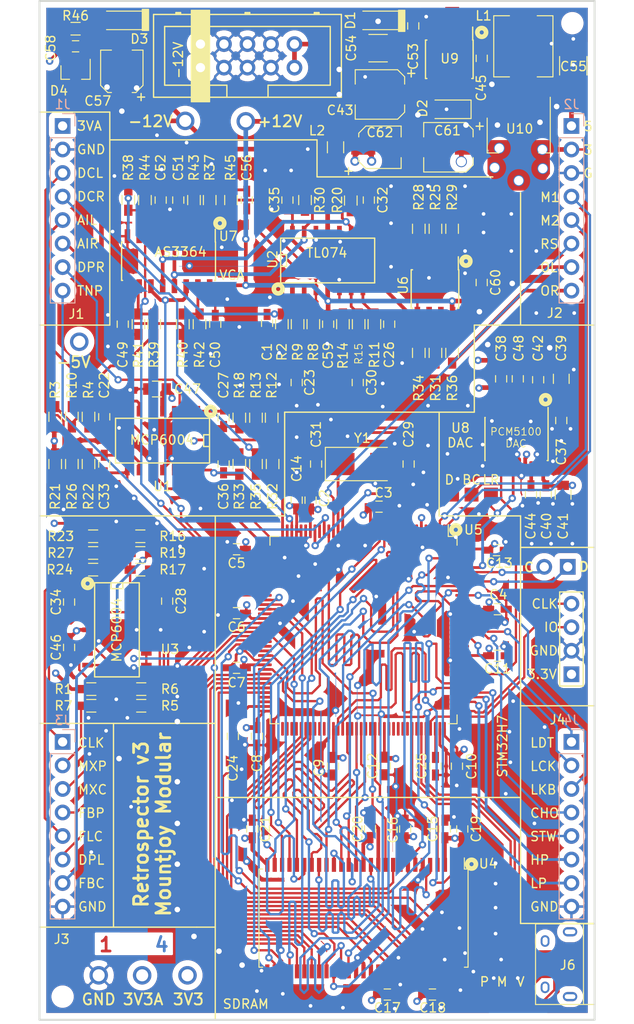
<source format=kicad_pcb>
(kicad_pcb (version 20221018) (generator pcbnew)
  (layers (0 "F.Cu" signal) (1 "In1.Cu" power "Ground.Fill") (2 "In2.Cu" power "Power.Rails") (31 "B.Cu" signal) (34 "B.Paste" user) (35 "F.Paste" user) (36 "B.SilkS" user "B.Silkscreen") (37 "F.SilkS" user "F.Silkscreen") (38 "B.Mask" user) (39 "F.Mask" user) (44 "Edge.Cuts" user))
  (net 0 "")
  (net 1 "GND")
  (net 2 "VCC")
  (net 3 "VEE")
  (net 4 "-12V")
  (net 5 "+12V")
  (net 6 "+3.3VA")
  (net 7 "Net-(C23-Pad1)")
  (net 8 "Net-(C31-Pad1)")
  (net 9 "Net-(C34-Pad2)")
  (net 10 "+3V3")
  (net 11 "/AUDIO_IN_L")
  (net 12 "/AUDIO_IN_R")
  (net 13 "/DELAY_CV_SCALED_L")
  (net 14 "/DELAY_CV_SCALED_R")
  (net 15 "/FEEDBACK_CV_SCALED")
  (net 16 "Net-(C45-Pad2)")
  (net 17 "Net-(C48-Pad1)")
  (net 18 "Net-(C51-Pad1)")
  (net 19 "/DRY_OUT_L")
  (net 20 "Net-(C52-Pad1)")
  (net 21 "/DRY_OUT_R")
  (net 22 "/SWIO")
  (net 23 "/SWCLK")
  (net 24 "/MODE1")
  (net 25 "/MODE2")
  (net 26 "/USB_VBUS")
  (net 27 "/USB_DM")
  (net 28 "/USB_DP")
  (net 29 "/EXT_AUDIO_IN_L")
  (net 30 "/EXT_AUDIO_IN_R")
  (net 31 "/RESET")
  (net 32 "/EXT_AUDIO_OUT_L")
  (net 33 "/EXT_AUDIO_OUT_R")
  (net 34 "/CLOCK")
  (net 35 "/DELAY_CV_L")
  (net 36 "/DELAY_POT_L")
  (net 37 "/DELAY_CV_R")
  (net 38 "/DELAY_POT_R")
  (net 39 "/MIX_POT")
  (net 40 "/MIX_CV")
  (net 41 "/FEEDBACK_CV")
  (net 42 "/FEEDBACK_POT")
  (net 43 "Net-(R1-Pad1)")
  (net 44 "/DAC_OUT_AMP_L")
  (net 45 "/DAC_OUT_AMP_R")
  (net 46 "/WET_DRY_MIX")
  (net 47 "/DAC_OUT_L")
  (net 48 "/DAC_OUT_R")
  (net 49 "/FMC_~{BL1}")
  (net 50 "/FMC_~{BL0}")
  (net 51 "/DAC_LRCLK")
  (net 52 "/FMC_SD~{E1}")
  (net 53 "/FMC_SDCKE1")
  (net 54 "/FMC_~{CAS}")
  (net 55 "/FMC_D3")
  (net 56 "/FMC_D2")
  (net 57 "/FMC_SDCLK")
  (net 58 "/FMC_BA1")
  (net 59 "/FMC_BA0")
  (net 60 "/FMC_D1")
  (net 61 "/FMC_D0")
  (net 62 "/FMC_D15")
  (net 63 "/FMC_D14")
  (net 64 "/FMC_D13")
  (net 65 "/DAC_DATA")
  (net 66 "/DAC_BCLK")
  (net 67 "/FMC_D12")
  (net 68 "/FMC_D11")
  (net 69 "/FMC_D10")
  (net 70 "/FMC_D9")
  (net 71 "/FMC_D8")
  (net 72 "/FMC_D7")
  (net 73 "/FMC_D6")
  (net 74 "/FMC_D5")
  (net 75 "/FMC_D4")
  (net 76 "/FMC_A11")
  (net 77 "/FMC_A10")
  (net 78 "/FMC_A9")
  (net 79 "/FMC_A8")
  (net 80 "/FMC_A7")
  (net 81 "/FMC_A6")
  (net 82 "/FMC_~{RAS}")
  (net 83 "/MIX_WET_CTL")
  (net 84 "/MIX_DRY_CTL")
  (net 85 "/FMC_SD~{WE}")
  (net 86 "/FMC_A5")
  (net 87 "/FMC_A4")
  (net 88 "/FMC_A3")
  (net 89 "/FMC_A2")
  (net 90 "/FMC_A1")
  (net 91 "/FMC_A0")
  (net 92 "/CLOCK_SCALED")
  (net 93 "/TONE_POT")
  (net 94 "Net-(C56-Pad1)")
  (net 95 "/-5V_REF")
  (net 96 "/VSW")
  (net 97 "+5V")
  (net 98 "/FILTER_CV_SCALED")
  (net 99 "/CHORUS")
  (net 100 "/HP_MODE")
  (net 101 "/LP_MODE")
  (net 102 "/FILTER_CV")
  (net 103 "/LED_SPI_CLK")
  (net 104 "/LED_SPI_DATA")
  (net 105 "/LOCK_BTN")
  (net 106 "/I2C1_SDA")
  (net 107 "/I2C1_SCL")
  (net 108 "Net-(C1-Pad2)")
  (net 109 "Net-(C22-Pad2)")
  (net 110 "Net-(C24-Pad1)")
  (net 111 "Net-(C25-Pad1)")
  (net 112 "Net-(C26-Pad2)")
  (net 113 "Net-(C27-Pad2)")
  (net 114 "Net-(C28-Pad2)")
  (net 115 "Net-(C29-Pad1)")
  (net 116 "Net-(C30-Pad1)")
  (net 117 "Net-(C32-Pad1)")
  (net 118 "Net-(C33-Pad2)")
  (net 119 "Net-(C35-Pad1)")
  (net 120 "Net-(C36-Pad2)")
  (net 121 "Net-(C42-Pad1)")
  (net 122 "Net-(C42-Pad2)")
  (net 123 "Net-(C44-Pad2)")
  (net 124 "Net-(C49-Pad1)")
  (net 125 "Net-(C50-Pad1)")
  (net 126 "Net-(J6-Pad4)")
  (net 127 "Net-(J6-Pad6)")
  (net 128 "Net-(R25-Pad1)")
  (net 129 "Net-(R25-Pad2)")
  (net 130 "Net-(R31-Pad1)")
  (net 131 "Net-(R31-Pad2)")
  (net 132 "Net-(R37-Pad1)")
  (net 133 "Net-(R38-Pad1)")
  (net 134 "Net-(R39-Pad1)")
  (net 135 "Net-(R40-Pad1)")
  (net 136 "Net-(R45-Pad2)")
  (net 137 "Net-(U4-Pad40)")
  (net 138 "Net-(U5-Pad133)")
  (net 139 "Net-(U5-Pad127)")
  (net 140 "Net-(U5-Pad126)")
  (net 141 "Net-(U5-Pad124)")
  (net 142 "Net-(U5-Pad123)")
  (net 143 "Net-(U5-Pad122)")
  (net 144 "Net-(U5-Pad119)")
  (net 145 "Net-(U5-Pad118)")
  (net 146 "Net-(U5-Pad116)")
  (net 147 "Net-(U5-Pad110)")
  (net 148 "Net-(U5-Pad102)")
  (net 149 "Net-(U5-Pad100)")
  (net 150 "Net-(U5-Pad99)")
  (net 151 "Net-(U5-Pad98)")
  (net 152 "Net-(U5-Pad97)")
  (net 153 "Net-(U5-Pad96)")
  (net 154 "Net-(U5-Pad92)")
  (net 155 "Net-(U5-Pad91)")
  (net 156 "Net-(U5-Pad88)")
  (net 157 "Net-(U5-Pad82)")
  (net 158 "Net-(U5-Pad81)")
  (net 159 "Net-(U5-Pad80)")
  (net 160 "Net-(U5-Pad76)")
  (net 161 "Net-(U5-Pad75)")
  (net 162 "Net-(U5-Pad74)")
  (net 163 "Net-(U5-Pad73)")
  (net 164 "Net-(U5-Pad70)")
  (net 165 "Net-(U5-Pad69)")
  (net 166 "Net-(U5-Pad28)")
  (net 167 "Net-(U5-Pad22)")
  (net 168 "Net-(U5-Pad21)")
  (net 169 "Net-(U5-Pad20)")
  (net 170 "Net-(U5-Pad19)")
  (net 171 "Net-(U5-Pad18)")
  (net 172 "Net-(U5-Pad9)")
  (net 173 "Net-(U5-Pad8)")
  (net 174 "Net-(U5-Pad7)")
  (net 175 "Net-(U5-Pad5)")
  (net 176 "Net-(U5-Pad4)")
  (net 177 "Net-(U5-Pad3)")
  (net 178 "Net-(U9-Pad2)")
  (net 179 "Net-(U9-Pad3)")
  (net 180 "Net-(U9-Pad5)")
  (net 181 "/STEREO_WIDE")
  (net 182 "/FMC_A12")
  (footprint "Capacitors_SMD:C_0603_HandSoldering" (layer "F.Cu") (at 129.3 103.9 -90)
    (fp_text reference "C2")
    (fp_text value "100nF")
  )
  (footprint "Capacitors_SMD:C_0603_HandSoldering" (layer "F.Cu") (at 139.9 100 -90)
    (fp_text reference "C29")
    (fp_text value "30pF")
  )
  (footprint "Capacitors_SMD:C_0603_HandSoldering" (layer "F.Cu") (at 129.9 100 -90)
    (fp_text reference "C31")
    (fp_text value "30pF")
  )
  (footprint "Capacitors_SMD:C_0603_HandSoldering" (layer "F.Cu") (at 142.8 132.625 -90)
    (fp_text reference "C25")
    (fp_text value "2.2uF")
  )
  (footprint "Capacitors_SMD:C_0603_HandSoldering" (layer "F.Cu") (at 136.7 104.6 180)
    (fp_text reference "C3")
    (fp_text value "100nF")
  )
  (footprint "Capacitors_SMD:C_0603_HandSoldering" (layer "F.Cu") (at 120.9 129.4 -90)
    (fp_text reference "C24")
    (fp_text value "2.2uF")
  )
  (footprint "Capacitors_SMD:C_0603_HandSoldering" (layer "F.Cu") (at 121.3 122)
    (fp_text reference "C7")
    (fp_text value "100nF")
  )
  (footprint "Capacitors_SMD:C_0603_HandSoldering" (layer "F.Cu") (at 123.5 129.4 90)
    (fp_text reference "C8")
    (fp_text value "100nF")
  )
  (footprint "Capacitors_SMD:C_0603_HandSoldering" (layer "F.Cu") (at 131.725 132.625 90)
    (fp_text reference "C9")
    (fp_text value "100nF")
  )
  (footprint "Capacitors_SMD:C_0603_HandSoldering" (layer "F.Cu") (at 156.4 95.3 -90)
    (fp_text reference "C37")
    (fp_text value "100nF")
  )
  (footprint "Capacitors_SMD:C_0603_HandSoldering" (layer "F.Cu") (at 149.5 120.7 180)
    (fp_text reference "C11")
    (fp_text value "100nF")
  )
  (footprint "Capacitors_SMD:C_0603_HandSoldering" (layer "F.Cu") (at 149.9 90.8 90)
    (fp_text reference "C38")
    (fp_text value "100nF")
  )
  (footprint "Capacitors_SMD:C_0603_HandSoldering" (layer "F.Cu") (at 127.8 103.9 -90)
    (fp_text reference "C14")
    (fp_text value "100nF")
  )
  (footprint "Capacitors_SMD:C_0805" (layer "F.Cu") (at 156.4 90.8 90)
    (fp_text reference "C39")
    (fp_text value "10uF")
  )
  (footprint "Capacitors_SMD:C_0603_HandSoldering" (layer "F.Cu") (at 154.725 103.3 -90)
    (fp_text reference "C40")
    (fp_text value "100nF")
  )
  (footprint "Capacitors_SMD:C_0603_HandSoldering" (layer "F.Cu") (at 153.9 90.9 90)
    (fp_text reference "C42")
    (fp_text value "2.2uF")
  )
  (footprint "Capacitors_SMD:C_0603_HandSoldering" (layer "F.Cu") (at 151.7 90.8 90)
    (fp_text reference "C48")
    (fp_text value "2.2uF")
  )
  (footprint "Capacitors_SMD:C_0603_HandSoldering" (layer "F.Cu") (at 153.125 103.3 90)
    (fp_text reference "C44")
    (fp_text value "100nF")
  )
  (footprint "Capacitors_SMD:CP_Elec_4x5.8" (layer "F.Cu") (at 136.8 65.8)
    (fp_text reference "C62")
    (fp_text value "22uF")
  )
  (footprint "Capacitors_SMD:CP_Elec_4x5.8" (layer "F.Cu") (at 108.9 57.6 90)
    (fp_text reference "C57")
    (fp_text value "22uF")
  )
  (footprint "Capacitors_SMD:C_0805" (layer "F.Cu") (at 156.6 103.3 -90)
    (fp_text reference "C41")
    (fp_text value "10uF")
  )
  (footprint "TO_SOT_Packages_SMD:SOT-23" (layer "F.Cu") (at 103.9 57.7 -90)
    (fp_text reference "D4")
    (fp_text value "LM4040DBZ-5")
  )
  (footprint "Diodes_SMD:D_SOD-123" (layer "F.Cu") (at 136.6 52.1 180)
    (fp_text reference "D1")
    (fp_text value "1N5819" hide)
  )
  (footprint "Custom_Footprints:Eurorack_10_pin_header" (layer "F.Cu") (at 117.4 57.2)
    (fp_text reference "J7" hide)
    (fp_text value "Eurorack_10_pin_power")
  )
  (footprint "Inductors_SMD:L_0805_HandSoldering" (layer "F.Cu") (at 132 65.8 90)
    (fp_text reference "L2")
    (fp_text value "L")
  )
  (footprint "Resistors_SMD:R_0603_HandSoldering" (layer "F.Cu") (at 101.7 100 90)
    (fp_text reference "R21")
    (fp_text value "68k")
  )
  (footprint "Resistors_SMD:R_0603_HandSoldering" (layer "F.Cu") (at 103.5 100 90)
    (fp_text reference "R26")
    (fp_text value "100k")
  )
  (footprint "Resistors_SMD:R_0603_HandSoldering" (layer "F.Cu") (at 105.3 100 90)
    (fp_text reference "R22")
    (fp_text value "47k")
  )
  (footprint "Custom_Footprints:SSOP-20_4.4x6.5mm_Pitch0.65mm_Round_Pads" (layer "F.Cu") (at 151.525 97.3 -90)
    (fp_text reference "U8")
    (fp_text value "PCM5100APW" hide)
  )
  (footprint "SMD_Packages:SOIC-14_N" (layer "F.Cu") (at 113.3 97.6 180)
    (fp_text reference "U1")
    (fp_text value "MCP6004")
  )
  (footprint "Crystals:Crystal_SMD_5032-2pin_5.0x3.2mm_HandSoldering" (layer "F.Cu") (at 134.9 100)
    (fp_text reference "Y1")
    (fp_text value "8MHz 20pF")
  )
  (footprint "Capacitors_SMD:C_0603_HandSoldering" (layer "F.Cu") (at 137.325 132.6 90)
    (fp_text reference "C12")
    (fp_text value "100nF")
  )
  (footprint "Capacitors_SMD:C_0603_HandSoldering" (layer "F.Cu") (at 107 100 90)
    (fp_text reference "C33")
    (fp_text value "1.5nF")
  )
  (footprint "Package_QFP:LQFP-144_20x20mm_P0.5mm" (layer "F.Cu") (at 135.025 117.925 -90)
    (fp_text reference "U5")
    (fp_text value "STM32H743ZITx")
  )
  (footprint "Capacitors_SMD:C_0603_HandSoldering" (layer "F.Cu") (at 149.5 115.675 180)
    (fp_text reference "C4")
    (fp_text value "100nF")
  )
  (footprint "Capacitors_SMD:C_0603_HandSoldering" (layer "F.Cu") (at 149.4 109.3 180)
    (fp_text reference "C13")
    (fp_text value "100nF")
  )
  (footprint "Capacitors_SMD:C_0603_HandSoldering" (layer "F.Cu") (at 145.125 132.625 90)
    (fp_text reference "C10")
    (fp_text value "100nF")
  )
  (footprint "Custom_Footprints:1.3mm_Test_Point" (layer "F.Cu") (at 106.4 155.2)
    (fp_text reference "TP1" hide)
    (fp_text value "TestPoint")
  )
  (footprint "Custom_Footprints:1.3mm_Test_Point" (layer "F.Cu") (at 116 155.2)
    (fp_text reference "TP2" hide)
    (fp_text value "TestPoint")
  )
  (footprint "Custom_Footprints:1.3mm_Test_Point" (layer "F.Cu") (at 111.1 155.2)
    (fp_text reference "TP3" hide)
    (fp_text value "TestPoint")
  )
  (footprint "Custom_Footprints:1.3mm_Test_Point" (layer "F.Cu") (at 115.75 62.95)
    (fp_text reference "TP6" hide)
    (fp_text value "TestPoint")
  )
  (footprint "Custom_Footprints:USB_Micro-B_Amphenol" (layer "F.Cu") (at 156 154 90)
    (fp_text reference "J6")
    (fp_text value "USB_B_Micro")
  )
  (footprint "Custom_Footprints:JLC_SMT_Tooling_Hole" (layer "F.Cu") (at 102.5 157.5)
    (fp_text reference "H2" hide)
    (fp_text value "JLC_Tooling_Hole" hide)
  )
  (footprint "Capacitors_SMD:C_0805" (layer "F.Cu") (at 112.7 91.9 180)
    (fp_text reference "C47")
    (fp_text value "10uF")
  )
  (footprint "Custom_Footprints:JLC_SMT_Tooling_Hole" (layer "F.Cu") (at 157.6 52.4)
    (fp_text reference "H1" hide)
    (fp_text value "JLC_Tooling_Hole" hide)
  )
  (footprint "Capacitors_SMD:C_0603_HandSoldering" (layer "F.Cu") (at 103.9 54.9 180)
    (fp_text reference "C58")
    (fp_text value "100nF")
  )
  (footprint "Custom_Footprints:1.3mm_Test_Point" (layer "F.Cu") (at 122.3 63)
    (fp_text reference "TP5" hide)
    (fp_text value "TestPoint")
  )
  (footprint "Measurement_Points:Measurement_Point_Square-SMD-Pad_Small" (layer "F.Cu") (at 148.8 103.3)
    (fp_text reference "TP7" hide)
    (fp_text value "TestPoint")
  )
  (footprint "Measurement_Points:Measurement_Point_Square-SMD-Pad_Small" (layer "F.Cu") (at 144.6 103.3)
    (fp_text reference "TP8" hide)
    (fp_text value "TestPoint")
  )
  (footprint "Capacitors_SMD:C_1210" (layer "F.Cu") (at 136.6 55.1 180)
    (fp_text reference "C54")
    (fp_text value "22uF")
  )
  (footprint "Custom_Footprints:1.3mm_Test_Point" (layer "F.Cu") (at 104.3 86.8)
    (fp_text reference "TP4" hide)
    (fp_text value "TestPoint")
  )
  (footprint "Capacitors_SMD:C_1210" (layer "F.Cu") (at 157.7 57 90)
    (fp_text reference "C55")
    (fp_text value "47uF")
  )
  (footprint "Capacitors_SMD:C_0603_HandSoldering" (layer "F.Cu") (at 140.4 52.7 -90)
    (fp_text reference "C53")
    (fp_text value "100nF")
  )
  (footprint "Measurement_Points:Measurement_Point_Square-SMD-Pad_Small" (layer "F.Cu") (at 146.7 103.3)
    (fp_text reference "TP9" hide)
    (fp_text value "TestPoint")
  )
  (footprint "Measurement_Points:Measurement_Point_Square-SMD-Pad_Small" (layer "F.Cu") (at 148 157.6)
    (fp_text reference "TP10" hide)
    (fp_text value "TestPoint")
  )
  (footprint "Measurement_Points:Measurement_Point_Square-SMD-Pad_Small" (layer "F.Cu") (at 150 157.6)
    (fp_text reference "TP11" hide)
    (fp_text value "TestPoint")
  )
  (footprint "Measurement_Points:Measurement_Point_Square-SMD-Pad_Small" (layer "F.Cu") (at 152 157.6)
    (fp_text reference "TP12" hide)
    (fp_text value "TestPoint")
  )
  (footprint "Housings_SOIC:SOIC-8_3.9x4.9mm_Pitch1.27mm" (layer "F.Cu") (at 144.3 56.3 -90)
    (fp_text reference "U9")
    (fp_text value "LM2675M-5")
  )
  (footprint "Diodes_SMD:D_SOD-123" (layer "F.Cu") (at 144.4 61.7 180)
    (fp_text reference "D2")
    (fp_text value "1N5819")
  )
  (footprint "Capacitors_SMD:C_0603_HandSoldering" (layer "F.Cu") (at 147.8 56.2 90)
    (fp_text reference "C45")
    (fp_text value "10nF")
  )
  (footprint "Custom_Footprints:TDK_Inductor_6.9x7.2" (layer "F.Cu") (at 152.3 54.9 90)
    (fp_text reference "L1")
    (fp_text value "68uH" hide)
  )
  (footprint "TO_SOT_Packages_SMD:SOT-223-3_TabPin2" (layer "F.Cu") (at 151.8 64.5 -90)
    (fp_text reference "U10")
    (fp_text value "LD1117-3.3-4Tab")
  )
  (footprint "Capacitors_SMD:C_0603_HandSoldering" (layer "F.Cu") (at 143.825 139.4 -90)
    (fp_text reference "C15")
    (fp_text value "100nF")
  )
  (footprint "Capacitors_SMD:C_0603_HandSoldering" (layer "F.Cu") (at 139.525 139.4 -90)
    (fp_text reference "C16")
    (fp_text value "100nF")
  )
  (footprint "Capacitors_SMD:C_0603_HandSoldering" (layer "F.Cu") (at 137.6 157.275 180)
    (fp_text reference "C17")
    (fp_text value "100nF")
  )
  (footprint "Capacitors_SMD:C_0603_HandSoldering" (layer "F.Cu") (at 142.475 157.275 180)
    (fp_text reference "C18")
    (fp_text value "100nF")
  )
  (footprint "Custom_Footprints:TSOP-II-54_22.2x10.16mm_P0.8mm" (layer "F.Cu") (at 135.025 149.025 -90)
    (fp_text reference "U4")
    (fp_text value "IS42S16800F-7TLI")
  )
  (footprint "Capacitors_SMD:C_0603_HandSoldering" (layer "F.Cu") (at 123 139.4 -90)
    (fp_text reference "C21")
    (fp_text value "100nF")
  )
  (footprint "Capacitors_SMD:C_0603_HandSoldering" (layer "F.Cu") (at 145.7 139.4 -90)
    (fp_text reference "C19")
    (fp_text value "100nF")
  )
  (footprint "Capacitors_SMD:CP_Elec_5x5.8" (layer "F.Cu") (at 144.2 65.8 180)
    (fp_text reference "C61")
    (fp_text value "47uF")
  )
  (footprint "Capacitors_SMD:C_0603_HandSoldering" (layer "F.Cu") (at 113.8 114.8 -90)
    (fp_text reference "C28")
    (fp_text value "1.5nF")
  )
  (footprint "Resistors_SMD:R_0603_HandSoldering" (layer "F.Cu") (at 110.9 107.8 180)
    (fp_text reference "R16")
    (fp_text value "91k")
  )
  (footprint "Resistors_SMD:R_0603_HandSoldering" (layer "F.Cu") (at 110.9 111.4 180)
    (fp_text reference "R17")
    (fp_text value "56k")
  )
  (footprint "Resistors_SMD:R_0603_HandSoldering" (layer "F.Cu") (at 105.8 109.6 180)
    (fp_text reference "R27")
    (fp_text value "100k")
  )
  (footprint "Capacitors_SMD:C_0603_HandSoldering" (layer "F.Cu") (at 103.2 114.9 -90)
    (fp_text reference "C34")
    (fp_text value "1.5nF")
  )
  (footprint "Resistors_SMD:R_0603_HandSoldering" (layer "F.Cu") (at 105.8 107.8)
    (fp_text reference "R23")
    (fp_text value "68k")
  )
  (footprint "Resistors_SMD:R_0603_HandSoldering" (layer "F.Cu") (at 105.8 111.4)
    (fp_text reference "R24")
    (fp_text value "47k")
  )
  (footprint "Resistors_SMD:R_0603_HandSoldering" (layer "F.Cu") (at 110.9 109.6)
    (fp_text reference "R19")
    (fp_text value "100k")
  )
  (footprint "Resistors_SMD:R_0603_HandSoldering" (layer "F.Cu") (at 105.6 124.3 180)
    (fp_text reference "R1")
    (fp_text value "75k")
  )
  (footprint "Resistors_SMD:R_0603_HandSoldering" (layer "F.Cu") (at 111 126.1)
    (fp_text reference "R5")
    (fp_text value "91k")
  )
  (footprint "SMD_Packages:SOIC-14_N" (layer "F.Cu") (at 108.5 117.9 -90)
    (fp_text reference "U3")
    (fp_text value "MCP6004")
  )
  (footprint "Resistors_SMD:R_0603_HandSoldering" (layer "F.Cu") (at 111 124.3 180)
    (fp_text reference "R6")
    (fp_text value "47k")
  )
  (footprint "Resistors_SMD:R_0603_HandSoldering" (layer "F.Cu") (at 105.6 126.1 180)
    (fp_text reference "R7")
    (fp_text value "47k")
  )
  (footprint "Capacitors_SMD:C_0603_HandSoldering" (layer "F.Cu") (at 119.9 100 90)
    (fp_text reference "C36")
    (fp_text value "1.5nF")
  )
  (footprint "Resistors_SMD:R_0603_HandSoldering" (layer "F.Cu") (at 101.7 94.9 -90)
    (fp_text reference "R3")
    (fp_text value "20k")
  )
  (footprint "Resistors_SMD:R_0603_HandSoldering" (layer "F.Cu") (at 123.4 100 90)
    (fp_text reference "R35")
    (fp_text value "100k")
  )
  (footprint "Resistors_SMD:R_0603_HandSoldering" (layer "F.Cu") (at 125.2 100 90)
    (fp_text reference "R32")
    (fp_text value "68k")
  )
  (footprint "Resistors_SMD:R_0603_HandSoldering" (layer "F.Cu") (at 121.6 100 90)
    (fp_text reference "R33")
    (fp_text value "47k")
  )
  (footprint "Capacitors_SMD:C_0603_HandSoldering" (layer "F.Cu") (at 107 94.9 90)
    (fp_text reference "C22")
    (fp_text value "1.5nF")
  )
  (footprint "Resistors_SMD:R_0603_HandSoldering" (layer "F.Cu") (at 105.3 94.9 90)
    (fp_text reference "R4")
    (fp_text value "6k8")
  )
  (footprint "Capacitors_SMD:C_0603_HandSoldering" (layer "F.Cu") (at 115 71.5 -90)
    (fp_text reference "C51")
    (fp_text value "560pF")
  )
  (footprint "Capacitors_SMD:C_0603_HandSoldering" (layer "F.Cu") (at 113.1 71.5 -90)
    (fp_text reference "C52")
    (fp_text value "560pF")
  )
  (footprint "Capacitors_SMD:C_0603_HandSoldering" (layer "F.Cu") (at 119 84.9 90)
    (fp_text reference "C50")
    (fp_text value "560pF")
  )
  (footprint "Capacitors_SMD:C_0603_HandSoldering" (layer "F.Cu") (at 109 84.9 90)
    (fp_text reference "C49")
    (fp_text value "560pF")
  )
  (footprint "Resistors_SMD:R_0603_HandSoldering" (layer "F.Cu") (at 112.4 84.9 -90)
    (fp_text reference "R39")
    (fp_text value "30k")
  )
  (footprint "Resistors_SMD:R_0603_HandSoldering" (layer "F.Cu") (at 110.7 84.9 90)
    (fp_text reference "R41")
    (fp_text value "510R")
  )
  (footprint "Resistors_SMD:R_0603_HandSoldering" (layer "F.Cu") (at 116.7 71.5 -90)
    (fp_text reference "R43")
    (fp_text value "510R")
  )
  (footprint "Resistors_SMD:R_0603_HandSoldering" (layer "F.Cu") (at 115.5 84.9 -90)
    (fp_text reference "R40")
    (fp_text value "30k")
  )
  (footprint "Resistors_SMD:R_0603_HandSoldering" (layer "F.Cu") (at 109.6 71.5 90)
    (fp_text reference "R38")
    (fp_text value "30k")
  )
  (footprint "Resistors_SMD:R_0603_HandSoldering" (layer "F.Cu") (at 118.4 71.5 90)
    (fp_text reference "R37")
    (fp_text value "30k")
  )
  (footprint "Resistors_SMD:R_0603_HandSoldering" (layer "F.Cu") (at 117.3 84.9 90)
    (fp_text reference "R42")
    (fp_text value "510R")
  )
  (footprint "Resistors_SMD:R_0603_HandSoldering" (layer "F.Cu") (at 111.4 71.5 -90)
    (fp_text reference "R44")
    (fp_text value "510R")
  )
  (footprint "Housings_SOIC:SOIC-16_3.9x9.9mm_Pitch1.27mm" (layer "F.Cu") (at 113.95 78.1 -90)
    (fp_text reference "U7")
    (fp_text value "AS3364")
  )
  (footprint "Capacitors_SMD:C_0603_HandSoldering" (layer "F.Cu") (at 122.4 71.5 -90)
    (fp_text reference "C56")
    (fp_text value "10nF")
  )
  (footprint "Resistors_SMD:R_0603_HandSoldering" (layer "F.Cu") (at 120.7 71.5 -90)
    (fp_text reference "R45")
    (fp_text value "100R")
  )
  (footprint "Resistors_SMD:R_0603_HandSoldering" (layer "F.Cu") (at 103.9 53 180)
    (fp_text reference "R46")
    (fp_text value "2k2")
  )
  (footprint "Diodes_SMD:D_SOD-123" (layer "F.Cu") (at 108.9 52.1 180)
    (fp_text reference "D3")
    (fp_text value "1N5819" hide)
  )
  (footprint "Resistors_SMD:R_0603_HandSoldering" (layer "F.Cu") (at 103.5 94.9 90)
    (fp_text reference "R10")
    (fp_text value "47k")
  )
  (footprint "Capacitors_SMD:C_0603_HandSoldering" (layer "F.Cu") (at 134.4 91.2 -90)
    (fp_text reference "C30")
    (fp_text value "1nF")
  )
  (footprint "Capacitors_SMD:C_0603_HandSoldering" (layer "F.Cu") (at 137.8 84.9 -90)
    (fp_text reference "C26")
    (fp_text value "100pF")
  )
  (footprint "Capacitors_SMD:C_0603_HandSoldering" (layer "F.Cu") (at 126.8 71.5 90)
    (fp_text reference "C35")
    (fp_text value "100pF")
  )
  (footprint "Capacitors_SMD:C_0603_HandSoldering" (layer "F.Cu") (at 124.6 84.8 -90)
    (fp_text reference "C1")
    (fp_text value "100pF")
  )
  (footprint "Capacitors_SMD:C_0603_HandSoldering" (layer "F.Cu") (at 135.6 71.5 90)
    (fp_text reference "C32")
    (fp_text value "100pF")
  )
  (footprint "Capacitors_SMD:C_0603_HandSoldering" (layer "F.Cu") (at 127.8 91.2 -90)
    (fp_text reference "C23")
    (fp_text value "1nF")
  )
  (footprint "Resistors_SMD:R_0603_HandSoldering" (layer "F.Cu") (at 133.65 71.55 90)
    (fp_text reference "R20")
    (fp_text value "30k")
  )
  (footprint "Resistors_SMD:R_0603_HandSoldering" (layer "F.Cu") (at 128.7 71.5 90)
    (fp_text reference "R30")
    (fp_text value "30k")
  )
  (footprint "Resistors_SMD:R_0603_HandSoldering" (layer "F.Cu") (at 127.9 84.9 -90)
    (fp_text reference "R9")
    (fp_text value "10k")
  )
  (footprint "Resistors_SMD:R_0603_HandSoldering" (layer "F.Cu") (at 144.6 88 90)
    (fp_text reference "R36")
    (fp_text value "1k")
  )
  (footprint "Resistors_SMD:R_0603_HandSoldering" (layer "F.Cu") (at 144.6 74.6 -90)
    (fp_text reference "R29")
    (fp_text value "1k")
  )
  (footprint "Resistors_SMD:R_0603_HandSoldering" (layer "F.Cu") (at 129.6 84.9 -90)
    (fp_text reference "R8")
    (fp_text value "2k2")
  )
  (footprint "SMD_Packages:SOIC-14_N" (layer "F.Cu") (at 131.15 77.9)
    (fp_text reference "U2")
    (fp_text value "TL074")
  )
  (footprint "Resistors_SMD:R_0603_HandSoldering" (layer "F.Cu") (at 132.8 84.9 -90)
    (fp_text reference "R14")
    (fp_text value "2k2")
  )
  (footprint "Resistors_SMD:R_0603_HandSoldering" (layer "F.Cu") (at 134.5 84.9 -90)
    (fp_text reference "R15")
    (fp_text value "10k")
  )
  (footprint "Resistors_SMD:R_0603_HandSoldering" (layer "F.Cu") (at 126.2 84.9 -90)
    (fp_text reference "R2")
    (fp_text value "47k")
  )
  (footprint "Resistors_SMD:R_0603_HandSoldering" (layer "F.Cu") (at 136.2 84.9 -90)
    (fp_text reference "R11")
    (fp_text value "47k")
  )
  (footprint "Housings_SOIC:SOIC-8_3.9x4.9mm_Pitch1.27mm" (layer "F.Cu") (at 142.75 81.1 -90)
    (fp_text reference "U6")
    (fp_text value "TL072")
  )
  (footprint "Resistors_SMD:R_0603_HandSoldering" (layer "F.Cu") (at 141 74.6 90)
    (fp_text reference "R28")
    (fp_text value "10k")
  )
  (footprint "Resistors_SMD:R_0603_HandSoldering" (layer "F.Cu") (at 142.8 74.6 90)
    (fp_text reference "R25")
    (fp_text value "10k")
  )
  (footprint "Resistors_SMD:R_0603_HandSoldering" (layer "F.Cu") (at 142.8 88 -90)
    (fp_text reference "R31")
    (fp_text value "10k")
  )
  (footprint "Resistors_SMD:R_0603_HandSoldering" (layer "F.Cu") (at 141 88 -90)
    (fp_text reference "R34")
    (fp_text value "10k")
  )
  (footprint "Capacitors_SMD:C_0603_HandSoldering" (layer "F.Cu") (at 119.9 95 -90)
    (fp_text reference "C27")
    (fp_text value "1.5nF")
  )
  (footprint "Resistors_SMD:R_0603_HandSoldering" (layer "F.Cu") (at 121.6 95 90)
    (fp_text reference "R18")
    (fp_text value "47k")
  )
  (footprint "Resistors_SMD:R_0603_HandSoldering" (layer "F.Cu") (at 123.4 95 -90)
    (fp_text reference "R13")
    (fp_text value "6k8")
  )
  (footprint "Resistors_SMD:R_0603_HandSoldering" (layer "F.Cu") (at 125.1 95 -90)
    (fp_text reference "R12")
    (fp_text value "20k")
  )
  (footprint "Capacitors_SMD:C_0603_HandSoldering" (layer "F.Cu") (at 121.3 109.2)
    (fp_text reference "C5")
    (fp_text value "100nF")
  )
  (footprint "Custom_Footprints:4_Layer_Markers" (layer "F.Cu") (at 110.2 151.9)
    (fp_text reference "4_Layer_Marker" hide)
    (fp_text value "4_Layer_Markers")
  )
  (footprint "Custom_Footprints:SWD_header" (layer "F.Cu") (at 157.5 122.7 90)
    (fp_text reference "J5" hide)
    (fp_text value "SWD_Header")
  )
  (footprint "Capacitors_SMD:C_0603_HandSoldering" (layer "F.Cu") (at 121.3 116.1)
    (fp_text reference "C6")
    (fp_text value "100nF")
  )
  (footprint "Capacitors_SMD:C_0603_HandSoldering" (layer "F.Cu") (at 103.2 119.8 -90)
    (fp_text reference "C46")
    (fp_text value "2.2uF")
  )
  (footprint "Capacitors_SMD:C_0603_HandSoldering" (layer "F.Cu") (at 147.8 80.4 90)
    (fp_text reference "C60")
    (fp_text value "2.2uF")
  )
  (footprint "Capacitors_SMD:C_0603_HandSoldering" (layer "F.Cu") (at 131.2 84.9 -90)
    (fp_text reference "C59")
    (fp_text value "2.2uF")
  )
  (footprint "Pin_Headers:Pin_Header_Straight_1x02_Pitch2.54mm" (layer "F.Cu") (at 157.1 111.1 -90)
    (fp_text reference "J8" hide)
    (fp_text value "I2C_TestPoint")
  )
  (footprint "Capacitors_SMD:C_0603_HandSoldering" (layer "F.Cu") (at 135.725 139.375 -90)
    (fp_text reference "C20")
    (fp_text value "100nF")
  )
  (footprint "Capacitors_SMD:CP_Elec_5x5.8" (layer "F.Cu") (at 136.8 60.1 180)
    (fp_text reference "C43")
    (fp_text value "47uF")
  )
  (footprint "Measurement_Points:Measurement_Point_Square-SMD-Pad_Small" (layer "F.Cu") (at 144.61 51.4)
    (fp_text reference "TP13" hide)
    (fp_text value "TestPoint")
  )
  (footprint "Pin_Headers:Pin_Header_Straight_1x08_Pitch2.54mm" (layer "B.Cu") (at 102.5 63.5 180)
    (fp_text reference "J1")
    (fp_text value "Conn_01x08_Male")
  )
  (footprint "Pin_Headers:Pin_Header_Straight_1x08_Pitch2.54mm" (layer "B.Cu") (at 102.5 130 180)
    (fp_text reference "J3")
    (fp_text value "Conn_01x08_Male")
  )
  (footprint "Pin_Headers:Pin_Header_Straight_1x08_Pitch2.54mm" (layer "B.Cu") (at 157.5 63.5 180)
    (fp_text reference "J2")
    (fp_text value "Conn_01x08_Male")
  )
  (footprint "Pin_Headers:Pin_Header_Straight_1x08_Pitch2.54mm" (layer "B.Cu") (at 157.5 130 180)
    (fp_text reference "J4")
    (fp_text value "Conn_01x08_Male")
  )
  (gr_poly (pts (xy 138.8 53.3) (xy 138.8 51) (xy 139.5 51) (xy 139.5 53.3)) (stroke (width 0.1)) (fill solid) (layer "F.SilkS"))
  (gr_circle (center 118.5 94.3) (end 118.6 94.1) (stroke (width 0.5)) (fill none) (layer "F.SilkS"))
  (gr_circle (center 105.2 112.9) (end 105 112.8) (stroke (width 0.5)) (fill none) (layer "F.SilkS"))
  (gr_circle (center 145 107.1) (end 145.2 107.2) (stroke (width 0.5)) (fill none) (layer "F.SilkS"))
  (gr_circle (center 154.7 93.05) (end 154.9 93.15) (stroke (width 0.5)) (fill none) (layer "F.SilkS"))
  (gr_circle (center 147.8 53.4) (end 148 53.5) (stroke (width 0.5)) (fill none) (layer "F.SilkS"))
  (gr_circle (center 146.7 143.2) (end 146.9 143.3) (stroke (width 0.5)) (fill none) (layer "F.SilkS"))
  (gr_circle (center 125.8 81.1) (end 126 81.2) (stroke (width 0.5)) (fill none) (layer "F.SilkS"))
  (gr_circle (center 146.1 78.1) (end 146.3 78.2) (stroke (width 0.5)) (fill none) (layer "F.SilkS"))
  (gr_line (start 117 150) (end 108 150) (stroke (width 0.15)) (layer "F.SilkS"))
  (gr_line (start 152 105.6) (end 152 128) (stroke (width 0.15)) (layer "F.SilkS"))
  (gr_line (start 130 65) (end 130 69) (stroke (width 0.15)) (layer "F.SilkS"))
  (gr_line (start 126.5 105.6) (end 126.5 94.4) (stroke (width 0.15)) (layer "F.SilkS"))
  (gr_line (start 108 150) (end 100 150) (stroke (width 0.15)) (layer "F.SilkS"))
  (gr_line (start 119 136) (end 152 136) (stroke (width 0.15)) (layer "F.SilkS"))
  (gr_line (start 143.2 94.4) (end 143.2 105.6) (stroke (width 0.15)) (layer "F.SilkS"))
  (gr_line (start 147 85) (end 160 85) (stroke (width 0.15)) (layer "F.SilkS"))
  (gr_line (start 107.6 62) (end 107.6 85) (stroke (width 0.15)) (layer "F.SilkS"))
  (gr_line (start 130 69) (end 149 69) (stroke (width 0.15)) (layer "F.SilkS"))
  (gr_line (start 147 94.4) (end 147 85) (stroke (width 0.15)) (layer "F.SilkS"))
  (gr_line (start 107.6 65) (end 130 65) (stroke (width 0.15)) (layer "F.SilkS"))
  (gr_line (start 100 85) (end 107.6 85) (stroke (width 0.15)) (layer "F.SilkS"))
  (gr_poly (pts (xy 111.8 50.9) (xy 111.8 53.2) (xy 111.1 53.2) (xy 111.1 50.9)) (stroke (width 0.1)) (fill solid) (layer "F.SilkS"))
  (gr_line (start 126.5 105.6) (end 100 105.6) (stroke (width 0.15)) (layer "F.SilkS"))
  (gr_line (start 117 150) (end 119 150) (stroke (width 0.15)) (layer "F.SilkS"))
  (gr_circle (center 119.5 74) (end 119.7 74.1) (stroke (width 0.5)) (fill none) (layer "F.SilkS"))
  (gr_line (start 152 70.7) (end 152 84.9) (stroke (width 0.15)) (layer "F.SilkS"))
  (gr_line (start 143.2 105.6) (end 152 105.6) (stroke (width 0.15)) (layer "F.SilkS"))
  (gr_line (start 152 128) (end 152 149.6) (stroke (width 0.15)) (layer "F.SilkS"))
  (gr_line (start 152 149.6) (end 160 149.6) (stroke (width 0.15)) (layer "F.SilkS"))
  (gr_line (start 100 62) (end 107.6 62) (stroke (width 0.15)) (layer "F.SilkS"))
  (gr_line (start 119 150) (end 119 105.6) (stroke (width 0.15)) (layer "F.SilkS"))
  (gr_line (start 100 128) (end 108 128) (stroke (width 0.15)) (layer "F.SilkS"))
  (gr_line (start 108 128) (end 108 150) (stroke (width 0.15)) (layer "F.SilkS"))
  (gr_line (start 126.5 94.4) (end 147 94.4) (stroke (width 0.15)) (layer "F.SilkS"))
  (gr_line (start 160 126.1) (end 152 126.1) (stroke (width 0.15)) (layer "F.SilkS"))
  (gr_line (start 119 150) (end 119 160) (stroke (width 0.15)) (layer "F.SilkS"))
  (gr_line (start 152 109) (end 160 109) (stroke (width 0.15)) (layer "F.SilkS"))
  (gr_line (start 108 128) (end 119 128) (stroke (width 0.15)) (layer "F.SilkS"))
  (gr_line (start 100 160) (end 160 160) (stroke (width 0.2)) (layer "Edge.Cuts"))
  (gr_line (start 160 50) (end 160 160) (stroke (width 0.2)) (layer "Edge.Cuts"))
  (gr_line (start 100 50) (end 160 50) (stroke (width 0.2)) (layer "Edge.Cuts"))
  (gr_line (start 100 50) (end 100 160) (stroke (width 0.2)) (layer "Edge.Cuts"))
  (gr_text "-12V" (at 112 63) (layer "F.SilkS") (effects (font (size 1.2 1.2) (thickness 0.2))))
  (gr_text "+12V" (at 126 63) (layer "F.SilkS") (effects (font (size 1.2 1.2) (thickness 0.2))))
  (gr_text "-5V" (at 103.7 89) (layer "F.SilkS") (effects (font (size 1.2 1.2) (thickness 0.2))))
  (gr_text "GND" (at 106.4 157.8) (layer "F.SilkS") (effects (font (size 1.2 1.2) (thickness 0.2))))
  (gr_text "3V3A" (at 111.2 157.8) (layer "F.SilkS") (effects (font (size 1.2 1.2) (thickness 0.2))))
  (gr_text "3V3" (at 116.1 157.8) (layer "F.SilkS") (effects (font (size 1.2 1.2) (thickness 0.2))))
  (gr_text "FBP" (at 105.623809 137.685713) (layer "F.SilkS") (effects (font (size 1 1))))
  (gr_text "FBC" (at 105.623809 145.271426) (layer "F.SilkS") (effects (font (size 1 1))))
  (gr_text "DPL" (at 105.6 142.742855) (layer "F.SilkS") (effects (font (size 1 1))))
  (gr_text "CLK" (at 105.6 130.1) (layer "F.SilkS") (effects (font (size 1 1))))
  (gr_text "MXP" (at 105.742857 132.628571) (layer "F.SilkS") (effects (font (size 1 1))))
  (gr_text "MXC" (at 105.742857 135.157142) (layer "F.SilkS") (effects (font (size 1 1))))
  (gr_text "OR" (at 155.157143 81.3) (layer "F.SilkS") (effects (font (size 1 1))))
  (gr_text "DPR" (at 105.566667 78.757142) (layer "F.SilkS") (effects (font (size 1 1))))
  (gr_text "M1" (at 155.180953 71.2) (layer "F.SilkS") (effects (font (size 1 1))))
  (gr_text "M2" (at 155.180953 73.725) (layer "F.SilkS") (effects (font (size 1 1))))
  (gr_text "AIR" (at 105.233333 76.214285) (layer "F.SilkS") (effects (font (size 1 1))))
  (gr_text "DCL" (at 105.471429 68.585714) (layer "F.SilkS") (effects (font (size 1 1))))
  (gr_text "RS" (at 155.109524 76.25) (layer "F.SilkS") (effects (font (size 1 1))))
  (gr_text "TNP" (at 105.471429 81.3) (layer "F.SilkS") (effects (font (size 1 1))))
  (gr_text "CHO" (at 154.592381 137.685713) (layer "F.SilkS") (effects (font (size 1 1))))
  (gr_text "STW" (at 154.473333 140.214284) (layer "F.SilkS") (effects (font (size 1 1))))
  (gr_text "J2" (at 155.7 83.7) (layer "F.SilkS") (effects (font (size 1 1))))
  (gr_text "J4" (at 156 127.6) (layer "F.SilkS") (effects (font (size 1 1))))
  (gr_text "J1" (at 104 83.8) (layer "F.SilkS") (effects (font (size 1 1))))
  (gr_text "FLC" (at 105.528571 140.214284) (layer "F.SilkS") (effects (font (size 1 1))))
  (gr_text "OL" (at 155.061905 78.775) (layer "F.SilkS") (effects (font (size 1 1))))
  (gr_text "AIL" (at 105.138095 73.671428) (layer "F.SilkS") (effects (font (size 1 1))))
  (gr_text "HP" (at 154.068571 142.742855) (layer "F.SilkS") (effects (font (size 1 1))))
  (gr_text "LP" (at 153.957143 145.271426) (layer "F.SilkS") (effects (font (size 1 1))))
  (gr_text "LDT" (at 154.338095 130.1) (layer "F.SilkS") (effects (font (size 1 1))))
  (gr_text "LCK" (at 154.457143 132.628571) (layer "F.SilkS") (effects (font (size 1 1))))
  (gr_text "LKB" (at 154.457143 135.157142) (layer "F.SilkS") (effects (font (size 1 1))))
  (gr_text "GND" (at 154.57619 147.8) (layer "F.SilkS") (effects (font (size 1 1))))
  (gr_text "GND" (at 105.719047 147.8) (layer "F.SilkS") (effects (font (size 1 1))))
  (gr_text "GND" (at 105.590476 66.042857) (layer "F.SilkS") (effects (font (size 1 1))))
  (gr_text "3VA" (at 105.4 63.5) (layer "F.SilkS") (effects (font (size 1 1))))
  (gr_text "C" (at 152.9 111.15) (layer "F.SilkS") (effects (font (size 1 1) (thickness 0.2))))
  (gr_text "DCR" (at 105.566667 71.128571) (layer "F.SilkS") (effects (font (size 1 1))))
  (gr_text "DAC" (at 145.5 97.7) (layer "F.SilkS") (effects (font (size 1 1))))
  (gr_text "SDRAM" (at 122.3 158.3) (layer "F.SilkS") (effects (font (size 1 1))))
  (gr_text "STM32H7" (at 150.05 130.45 90) (layer "F.SilkS") (effects (font (size 1 1))))
  (gr_text "VCA" (at 120.8 79.6) (layer "F.SilkS") (effects (font (size 1 1))))
  (gr_text "5" (at 159.3 63.55) (layer "F.SilkS") (effects (font (size 1 1))))
  (gr_text "G" (at 159.3 68.6) (layer "F.SilkS") (effects (font (size 1 1))))
  (gr_text "3" (at 159.3 66.1) (layer "F.SilkS") (effects (font (size 1 1))))
  (gr_text "D" (at 144.3 101.7) (layer "F.SilkS") (effects (font (size 1 1))))
  (gr_text "J3" (at 102.4 151.3) (layer "F.SilkS") (effects (font (size 1 1))))
  (gr_text "V" (at 152 155.9) (layer "F.SilkS") (effects (font (size 1 1))))
  (gr_text "Retrospector v3\nMountjoy Modular" (at 112.2 138.9 90) (layer "F.SilkS") (effects (font (size 1.5 1.5) (thickness 0.3))))
  (gr_text "BC" (at 146.7 101.7) (layer "F.SilkS") (effects (font (size 1 1))))
  (gr_text "PCM5100\nDAC" (at 151.5 97.15) (layer "F.SilkS") (effects (font (size 0.8 0.8) (thickness 0.1))))
  (gr_text "LR" (at 148.8 101.7) (layer "F.SilkS") (effects (font (size 1 1))))
  (gr_text "D" (at 158.85 111.1) (layer "F.SilkS") (effects (font (size 1 1) (thickness 0.2))))
  (gr_text "M" (at 150 155.9) (layer "F.SilkS") (effects (font (size 1 1))))
  (gr_text "P" (at 148.1 155.9) (layer "F.SilkS") (effects (font (size 1 1))))
  (segment (start 111.548 116.63) (end 111.548 116.852) (width 0.4) (layer "F.Cu") (net 1))
  (segment (start 139.025 154.775) (end 139.025 153.525) (width 0.4) (layer "F.Cu") (net 1))
  (segment (start 114.3 94.933502) (end 113.914001 95.319501) (width 0.5) (layer "F.Cu") (net 1))
  (segment (start 139.025 153.525) (end 138.8 153.3) (width 0.4) (layer "F.Cu") (net 1))
  (segment (start 131.725 133.575) (end 130.875 133.575) (width 0.5) (layer "F.Cu") (net 1))
  (segment (start 143.275 130.344998) (end 144.399999 131.469997) (width 0.3) (layer "F.Cu") (net 1))
  (segment (start 124.3625 109.675) (end 125.775 109.675) (width 0.3) (layer "F.Cu") (net 1))
  (segment (start 149.25 94.6) (end 148.9 95.35) (width 0.3) (layer "F.Cu") (net 1))
  (segment (start 148.6 94.6) (end 149.25 94.6) (width 0.3) (layer "F.Cu") (net 1))
  (segment (start 130.875 133.575) (end 130.5 133.2) (width 0.5) (layer "F.Cu") (net 1))
  (segment (start 124.625 154.775) (end 124.075 154.775) (width 0.5) (layer "F.Cu") (net 1))
  (segment (start 145.575 116.175) (end 145.55 116.2) (width 0.25) (layer "F.Cu") (net 1))
  (segment (start 120.475 122) (end 120.25 122) (width 0.3) (layer "F.Cu") (net 1))
  (segment (start 121.65529 120.204324) (end 121.255291 120.604323) (width 0.3) (layer "F.Cu") (net 1))
  (segment (start 111.548 116.852) (end 110.5 117.9) (width 0.4) (layer "F.Cu") (net 1))
  (segment (start 112.03 92.23) (end 111.7 91.9) (width 0.5) (layer "F.Cu") (net 1))
  (segment (start 128.775 107.2625) (end 128.775 108.775) (width 0.3) (layer "F.Cu") (net 1))
  (segment (start 144.399999 132.849999) (end 145.125 133.575) (width 0.3) (layer "F.Cu") (net 1))
  (segment (start 151.85 99.5) (end 151.6 99.25) (width 0.4) (layer "F.Cu") (net 1))
  (segment (start 143.825 154.775) (end 143.825 153.525) (width 0.4) (layer "F.Cu") (net 1))
  (segment (start 151.85 100.4) (end 151.85 99.5) (width 0.4) (layer "F.Cu") (net 1))
  (segment (start 137.249999 127.299999) (end 136.95 127) (width 0.25) (layer "F.Cu") (net 1))
  (segment (start 128.775 108.775) (end 128.8 108.8) (width 0.3) (layer "F.Cu") (net 1))
  (segment (start 131.275 128.5875) (end 131.275 127.325) (width 0.3) (layer "F.Cu") (net 1))
  (segment (start 145.6875 116.175) (end 145.67281 116.18969) (width 0.25) (layer "F.Cu") (net 1))
  (segment (start 144.175 138.1) (end 143.825 138.45) (width 0.5) (layer "F.Cu") (net 1))
  (segment (start 141.254001 144.550001) (end 140.904002 144.9) (width 0.4) (layer "F.Cu") (net 1))
  (segment (start 136.775 128.5875) (end 136.775 127.175) (width 0.25) (layer "F.Cu") (net 1))
  (segment (start 136.625 139.325) (end 135.725 138.425) (width 0.4) (layer "F.Cu") (net 1))
  (segment (start 144.399999 131.469997) (end 144.399999 132.849999) (width 0.3) (layer "F.Cu") (net 1))
  (segment (start 131.2 129.625) (end 130.725 130.1) (width 0.4) (layer "F.Cu") (net 1))
  (segment (start 125.475 116.175) (end 126 116.7) (width 0.3) (layer "F.Cu") (net 1))
  (segment (start 124.3625 116.175) (end 125.475 116.175) (width 0.3) (layer "F.Cu") (net 1))
  (segment (start 106.0195 116.63) (end 106.4 117.0105) (width 0.25) (layer "F.Cu") (net 1))
  (segment (start 153.8 100.4) (end 153.8 99.25) (width 0.4) (layer "F.Cu") (net 1))
  (segment (start 145.67281 116.18969) (end 144.51031 116.18969) (width 0.25) (layer "F.Cu") (net 1))
  (segment (start 141.254001 143.845999) (end 141.254001 144.550001) (width 0.4) (layer "F.Cu") (net 1))
  (segment (start 145.6875 112.175) (end 144.230359 112.175) (width 0.3) (layer "F.Cu") (net 1))
  (segment (start 143.425 157.275) (end 143.825 156.875) (width 0.4) (layer "F.Cu") (net 1))
  (segment (start 135.025 153.925) (end 134.4 153.3) (width 0.4) (layer "F.Cu") (net 1))
  (segment (start 111.548 117.9) (end 110.5 117.9) (width 0.4) (layer "F.Cu") (net 1))
  (segment (start 112.03 94.663502) (end 112.03 94.298) (width 0.5) (layer "F.Cu") (net 1))
  (segment (start 136.275 105.75) (end 137.425 104.6) (width 0.3) (layer "F.Cu") (net 1))
  (segment (start 143.825 156.875) (end 143.825 154.775) (width 0.4) (layer "F.Cu") (net 1))
  (segment (start 136.775 127.175) (end 136.95 127) (width 0.25) (layer "F.Cu") (net 1))
  (segment (start 124.3625 121.175) (end 123.248002 121.175) (width 0.25) (layer "F.Cu") (net 1))
  (segment (start 141.425 143.275) (end 141.425 143.675) (width 0.4) (layer "F.Cu") (net 1))
  (segment (start 114.57 99.64499) (end 114.32501 99.4) (width 0.5) (layer "F.Cu") (net 1))
  (segment (start 144.8 138.1) (end 144.175 138.1) (width 0.5) (layer "F.Cu") (net 1))
  (segment (start 145.35 138.1) (end 145.7 138.45) (width 0.5) (layer "F.Cu") (net 1))
  (segment (start 154.65 152.7) (end 155.7 152.7) (width 0.4) (layer "F.Cu") (net 1))
  (segment (start 141.425 143.675) (end 141.254001 143.845999) (width 0.4) (layer "F.Cu") (net 1))
  (segment (start 136.625 143.275) (end 136.625 139.325) (width 0.4) (layer "F.Cu") (net 1))
  (segment (start 105.198 119.17) (end 106.370002 119.17) (width 0.5) (layer "F.Cu") (net 1))
  (segment (start 114.57 94.298) (end 114.57 94.37) (width 0.5) (layer "F.Cu") (net 1))
  (segment (start 150.3 117.1) (end 149.8 116.6) (width 0.3) (layer "F.Cu") (net 1))
  (segment (start 136.275 107.2625) (end 136.275 105.75) (width 0.3) (layer "F.Cu") (net 1))
  (segment (start 138.8 104.6) (end 138.9 104.5) (width 0.5) (layer "F.Cu") (net 1))
  (segment (start 137.425 104.6) (end 137.65 104.6) (width 0.3) (layer "F.Cu") (net 1))
  (segment (start 141.500001 127.299999) (end 137.249999 127.299999) (width 0.25) (layer "F.Cu") (net 1))
  (segment (start 135.05 137.75) (end 135.725 138.425) (width 0.5) (layer "F.Cu") (net 1))
  (segment (start 126 116.7) (end 126 117.2) (width 0.3) (layer "F.Cu") (net 1))
  (segment (start 147.175 116.175) (end 145.6875 116.175) (width 0.3) (layer "F.Cu") (net 1))
  (segment (start 143.275 128.5875) (end 143.275 130.344998) (width 0.3) (layer "F.Cu") (net 1))
  (segment (start 112.685999 95.319501) (end 112.03 94.663502) (width 0.5) (layer "F.Cu") (net 1))
  (segment (start 137.65 104.6) (end 138.8 104.6) (width 0.5) (layer "F.Cu") (net 1))
  (segment (start 123.248002 121.175) (end 122.277326 120.204324) (width 0.25) (layer "F.Cu") (net 1))
  (segment (start 112.03 94.298) (end 112.03 92.23) (width 0.5) (layer "F.Cu") (net 1))
  (segment (start 151.85 100.4) (end 151.85 101.3) (width 0.4) (layer "F.Cu") (net 1))
  (segment (start 112.03 100.648) (end 112.03 99.53) (width 0.4) (layer "F.Cu") (net 1))
  (segment (start 145.651923 138.401923) (end 145.7 138.45) (width 0.5) (layer "F.Cu") (net 1))
  (segment (start 113.3 100.648) (end 113.3 100.42501) (width 0.5) (layer "F.Cu") (net 1))
  (segment (start 144.230359 112.175) (end 144.15847 112.246889) (width 0.3) (layer "F.Cu") (net 1))
  (segment (start 135.025 154.775) (end 135.025 153.925) (width 0.4) (layer "F.Cu") (net 1))
  (segment (start 145.6875 116.175) (end 145.575 116.175) (width 0.25) (layer "F.Cu") (net 1))
  (segment (start 139.025 156.175) (end 139 156.2) (width 0.3) (layer "F.Cu") (net 1))
  (segment (start 119.5 116.1) (end 119.3 116.3) (width 0.4) (layer "F.Cu") (net 1))
  (segment (start 121.255291 120.604323) (end 121.255291 121.219709) (width 0.3) (layer "F.Cu") (net 1))
  (segment (start 149.8 116.6) (end 147.6 116.6) (width 0.3) (layer "F.Cu") (net 1))
  (segment (start 120.35 116.1) (end 119.5 116.1) (width 0.4) (layer "F.Cu") (net 1))
  (segment (start 155.7 152.7) (end 156.4 151.9) (width 0.4) (layer "F.Cu") (net 1))
  (segment (start 122.277326 120.204324) (end 121.65529 120.204324) (width 0.25) (layer "F.Cu") (net 1))
  (segment (start 124.075 154.775) (end 124 154.7) (width 0.5) (layer "F.Cu") (net 1))
  (segment (start 135.05 137.65) (end 135.05 137.75) (width 0.5) (layer "F.Cu") (net 1))
  (segment (start 141.9 126.9) (end 141.500001 127.299999) (width 0.25) (layer "F.Cu") (net 1))
  (segment (start 145.6875 121.175) (end 144.425 121.175) (width 0.3) (layer "F.Cu") (net 1))
  (segment (start 143.825 153.525) (end 143.8 153.5) (width 0.4) (layer "F.Cu") (net 1))
  (segment (start 144.425 121.175) (end 144.4 121.2) (width 0.3) (layer "F.Cu") (net 1))
  (segment (start 112.03 99.53) (end 111.9 99.4) (width 0.4) (layer "F.Cu") (net 1))
  (segment (start 139.025 154.775) (end 139.025 156.175) (width 0.3) (layer "F.Cu") (net 1))
  (segment (start 149.2 100.2) (end 148.6 100.2) (width 0.4) (layer "F.Cu") (net 1))
  (segment (start 114.3 94.64) (end 114.3 94.933502) (width 0.5) (layer "F.Cu") (net 1))
  (segment (start 139.525 138.325) (end 139.025 138.325) (width 0.5) (layer "F.Cu") (net 1))
  (segment (start 143.825 138.375) (end 143.851923 138.401923) (width 0.5) (layer "F.Cu") (net 1))
  (segment (start 153.15 94.4) (end 153.15 95.35) (width 0.4) (layer "F.Cu") (net 1))
  (segment (start 105.198 116.63) (end 106.0195 116.63) (width 0.25) (layer "F.Cu") (net 1))
  (segment (start 144.8 138.1) (end 145.35 138.1) (width 0.5) (layer "F.Cu") (net 1))
  (segment (start 151.85 101.3) (end 152.1 101.55) (width 0.4) (layer "F.Cu") (net 1))
  (segment (start 144.51031 116.18969) (end 144.5 116.2) (width 0.25) (layer "F.Cu") (net 1))
  (segment (start 121.255291 121.219709) (end 120.475 122) (width 0.3) (layer "F.Cu") (net 1))
  (segment (start 113.914001 95.319501) (end 112.685999 95.319501) (width 0.5) (layer "F.Cu") (net 1))
  (segment (start 131.275 128.5875) (end 131.275 129.625) (width 0.3) (layer "F.Cu") (net 1))
  (segment (start 139.025 138.325) (end 138.7 138) (width 0.5) (layer "F.Cu") (net 1))
  (segment (start 147.6 116.6) (end 147.175 116.175) (width 0.3) (layer "F.Cu") (net 1))
  (segment (start 131.275 127.325) (end 132 126.6) (width 0.3) (layer "F.Cu") (net 1))
  (segment (start 153.15 95.35) (end 153.1 95.4) (width 0.4) (layer "F.Cu") (net 1))
  (segment (start 114.57 100.648) (end 114.57 99.64499) (width 0.5) (layer "F.Cu") (net 1))
  (segment (start 106.4 117.0105) (end 106.4 119.1) (width 0.25) (layer "F.Cu") (net 1))
  (segment (start 114.57 94.37) (end 114.3 94.64) (width 0.5) (layer "F.Cu") (net 1))
  (segment (start 113.3 100.42501) (end 114.32501 99.4) (width 0.5) (layer "F.Cu") (net 1))
  (via (at 124 154.7) (size 0.8) (drill 0.4) (layers "F.Cu" "B.Cu") (net 1))
  (via (at 128 112.1) (size 0.8) (drill 0.4) (layers "F.Cu" "B.Cu") (net 1))
  (via (at 105.6 141.9) (size 0.8) (drill 0.4) (layers "F.Cu" "B.Cu") (net 1))
  (via (at 117.4 104.8) (size 0.8) (drill 0.4) (layers "F.Cu" "B.Cu") (net 1))
  (via (at 114.32501 99.4) (size 0.8) (drill 0.4) (layers "F.Cu" "B.Cu") (net 1))
  (via (at 130.1 93.6) (size 0.8) (drill 0.4) (layers "F.Cu" "B.Cu") (net 1))
  (via (at 144.8 138.1) (size 0.8) (drill 0.4) (layers "F.Cu" "B.Cu") (net 1))
  (via (at 147.5 105.4) (size 0.8) (drill 0.4) (layers "F.Cu" "B.Cu") (net 1))
  (via (at 150.4 135.6) (size 0.8) (drill 0.4) (layers "F.Cu" "B.Cu") (net 1))
  (via (at 126.4 75.9) (size 0.8) (drill 0.4) (layers "F.Cu" "B.Cu") (net 1))
  (via (at 126 117.2) (size 0.8) (drill 0.4) (layers "F.Cu" "B.Cu") (net 1))
  (via (at 151.7 155.5) (size 0.8) (drill 0.4) (layers "F.Cu" "B.Cu") (net 1))
  (via (at 132.3 108.8) (size 0.8) (drill 0.4) (layers "F.Cu" "B.Cu") (net 1))
  (via (at 137.1 91.3) (size 0.8) (drill 0.4) (layers "F.Cu" "B.Cu") (net 1))
  (via (at 141.4 109) (size 0.8) (drill 0.4) (layers "F.Cu" "B.Cu") (net 1))
  (via (at 132.4 60.1) (size 1) (drill 0.6) (layers "F.Cu" "B.Cu") (net 1))
  (via (at 135.2 58.2) (size 0.8) (drill 0.4) (layers "F.Cu" "B.Cu") (net 1))
  (via (at 127.8 100.9) (size 0.8) (drill 0.4) (layers "F.Cu" "B.Cu") (net 1))
  (via (at 145.5 156.8) (size 0.8) (drill 0.4) (layers "F.Cu" "B.Cu") (net 1))
  (via (at 132.5 76) (size 0.8) (drill 0.4) (layers "F.Cu" "B.Cu") (net 1))
  (via (at 130.5 133.2) (size 0.8) (drill 0.4) (layers "F.Cu" "B.Cu") (net 1))
  (via (at 151 77) (size 0.8) (drill 0.4) (layers "F.Cu" "B.Cu") (net 1))
  (via (at 138.8 153.3) (size 0.8) (drill 0.4) (layers "F.Cu" "B.Cu") (net 1))
  (via (at 114.1 72.5) (size 0.8) (drill 0.4) (layers "F.Cu" "B.Cu") (net 1))
  (via (at 129.8 110.8) (size 0.8) (drill 0.4) (layers "F.Cu" "B.Cu") (net 1))
  (via (at 105.4 131.3) (size 0.8) (drill 0.4) (layers "F.Cu" "B.Cu") (net 1))
  (via (at 126.1 152.5) (size 0.8) (drill 0.4) (layers "F.Cu" "B.Cu") (net 1))
  (via (at 155.15 87.45) (size 1) (drill 0.6) (layers "F.Cu" "B.Cu") (net 1))
  (via (at 114.9 127.8) (size 1) (drill 0.6) (layers "F.Cu" "B.Cu") (net 1))
  (via (at 103.4 121.7) (size 0.8) (drill 0.4) (layers "F.Cu" "B.Cu") (net 1))
  (via (at 140.904002 144.9) (size 0.8) (drill 0.4) (layers "F.Cu" "B.Cu") (net 1))
  (via (at 154.1 63.1) (size 1) (drill 0.6) (layers "F.Cu" "B.Cu") (net 1))
  (via (at 125.9 88) (size 0.8) (drill 0.4) (layers "F.Cu" "B.Cu") (net 1))
  (via (at 132.3 111.4) (size 0.8) (drill 0.4) (layers "F.Cu" "B.Cu") (net 1))
  (via (at 129 66) (size 0.8) (drill 0.4) (layers "F.Cu" "B.Cu") (net 1))
  (via (at 155.4 96.2) (size 0.8) (drill 0.4) (layers "F.Cu" "B.Cu") (net 1))
  (via (at 118.5 88.1) (size 0.8) (drill 0.4) (layers "F.Cu" "B.Cu") (net 1))
  (via (at 113.1 117.9) (size 0.8) (drill 0.4) (layers "F.Cu" "B.Cu") (net 1))
  (via (at 141.9 126.9) (size 0.8) (drill 0.4) (layers "F.Cu" "B.Cu") (net 1))
  (via (at 157.6 108.6) (size 0.8) (drill 0.4) (layers "F.Cu" "B.Cu") (net 1))
  (via (at 153.9 104.2) (size 0.8) (drill 0.4) (layers "F.Cu" "B.Cu") (net 1))
  (via (at 142 93.7) (size 0.8) (drill 0.4) (layers "F.Cu" "B.Cu") (net 1))
  (via (at 135.2 108.8) (size 0.8) (drill 0.4) (layers "F.Cu" "B.Cu") (net 1))
  (via (at 122.1 138.4) (size 0.8) (drill 0.4) (layers "F.Cu" "B.Cu") (net 1))
  (via (at 138.4 97.8) (size 0.8) (drill 0.4) (layers "F.Cu" "B.Cu") (net 1))
  (via (at 117.8 111.3) (size 0.8) (drill 0.4) (layers "F.Cu" "B.Cu") (net 1))
  (via (at 121.85 132.95) (size 0.8) (drill 0.4) (layers "F.Cu" "B.Cu") (net 1))
  (via (at 145 107.9) (size 0.8) (drill 0.4) (layers "F.Cu" "B.Cu") (net 1))
  (via (at 114.9 138.8) (size 1) (drill 0.6) (layers "F.Cu" "B.Cu") (net 1))
  (via (at 134.4 127.2) (size 0.8) (drill 0.4) (layers "F.Cu" "B.Cu") (net 1))
  (via (at 147.55 83.55) (size 1) (drill 0.6) (layers "F.Cu" "B.Cu") (net 1))
  (via (at 148 73) (size 0.8) (drill 0.4) (layers "F.Cu" "B.Cu") (net 1))
  (via (at 125.1 72.5) (size 0.8) (drill 0.4) (layers "F.Cu" "B.Cu") (net 1))
  (via (at 149.9 153.5) (size 0.8) (drill 0.4) (layers "F.Cu" "B.Cu") (net 1))
  (via (at 149.3 147.9) (size 0.8) (drill 0.4) (layers "F.Cu" "B.Cu") (net 1))
  (via (at 109.8 92) (size 0.8) (drill 0.4) (layers "F.Cu" "B.Cu") (net 1))
  (via (at 112.7 106.4) (size 0.8) (drill 0.4) (layers "F.Cu" "B.Cu") (net 1))
  (via (at 143.4 158.7) (size 0.8) (drill 0.4) (layers "F.Cu" "B.Cu") (net 1))
  (via (at 105.3 127.4) (size 0.8) (drill 0.4) (layers "F.Cu" "B.Cu") (net 1))
  (via (at 108.3 125.4) (size 0.8) (drill 0.4) (layers "F.Cu" "B.Cu") (net 1))
  (via (at 121.6 85.2) (size 0.8) (drill 0.4) (layers "F.Cu" "B.Cu") (net 1))
  (via (at 123.5 156.9) (size 0.8) (drill 0.4) (layers "F.Cu" "B.Cu") (net 1))
  (via (at 107.3 59.3) (size 1) (drill 0.6) (layers "F.Cu" "B.Cu") (net 1))
  (via (at 140.9 62.3) (size 1) (drill 0.6) (layers "F.Cu" "B.Cu") (net 1))
  (via (at 114.9 134.3) (size 1) (drill 0.6) (layers "F.Cu" "B.Cu") (net 1))
  (via (at 157.8 83.7) (size 0.8) (drill 0.4) (layers "F.Cu" "B.Cu") (net 1))
  (via (at 122.4 142.9) (size 0.8) (drill 0.4) (layers "F.Cu" "B.Cu") (net 1))
  (via (at 153.7 83.7) (size 0.8) (drill 0.4) (layers "F.Cu" "B.Cu") (net 1))
  (via (at 136.4 114.3) (size 0.8) (drill 0.4) (layers "F.Cu" "B.Cu") (net 1))
  (via (at 150.2 119.7) (size 0.8) (drill 0.4) (layers "F.Cu" "B.Cu") (net 1))
  (via (at 151.1 80.5) (size 1) (drill 0.6) (layers "F.Cu" "B.Cu") (net 1))
  (via (at 146.9 154.8) (size 0.8) (drill 0.4) (layers "F.Cu" "B.Cu") (net 1))
  (via (at 138 74) (size 0.8) (drill 0.4) (layers "F.Cu" "B.Cu") (net 1))
  (via (at 147.9 100.2) (size 0.8) (drill 0.4) (layers "F.Cu" "B.Cu") (net 1))
  (via (at 127.8 93.7) (size 0.8) (drill 0.4) (layers "F.Cu" "B.Cu") (net 1))
  (via (at 153.8 98.95) (size 0.8) (drill 0.4) (layers "F.Cu" "B.Cu") (net 1))
  (via (at 141.4 150.2) (size 0.8) (drill 0.4) (layers "F.Cu" "B.Cu") (net 1))
  (via (at 138 78.7) (size 0.8) (drill 0.4) (layers "F.Cu" "B.Cu") (net 1))
  (via (at 114.9 121.8) (size 0.8) (drill 0.4) (layers "F.Cu" "B.Cu") (net 1))
  (via (at 109.9 137) (size 0.8) (drill 0.4) (layers "F.Cu" "B.Cu") (net 1))
  (via (at 121.65529 120.204324) (size 0.8) (drill 0.4) (layers "F.Cu" "B.Cu") (net 1))
  (via (at 145.1 134.7) (size 0.8) (drill 0.4) (layers "F.Cu" "B.Cu") (net 1))
  (via (at 115.9 65.3) (size 0.8) (drill 0.4) (layers "F.Cu" "B.Cu") (net 1))
  (via (at 128.8 108.8) (size 0.8) (drill 0.4) (layers "F.Cu" "B.Cu") (net 1))
  (via (at 127.8 97.1) (size 0.8) (drill 0.4) (layers "F.Cu" "B.Cu") (net 1))
  (via (at 110.5 117.9) (size 0.8) (drill 0.4) (layers "F.Cu" "B.Cu") (net 1))
  (via (at 142.1 79.9) (size 0.8) (drill 0.4) (layers "F.Cu" "B.Cu") (net 1))
  (via (at 132.4 57.4) (size 1) (drill 0.6) (layers "F.Cu" "B.Cu") (net 1))
  (via (at 153.1 95.4) (size 0.8) (drill 0.4) (layers "F.Cu" "B.Cu") (net 1))
  (via (at 124.9 82) (size 0.8) (drill 0.4) (layers "F.Cu" "B.Cu") (net 1))
  (via (at 132.4 80.1) (size 0.8) (drill 0.4) (layers "F.Cu" "B.Cu") (net 1))
  (via (at 155.3 108.6) (size 0.8) (drill 0.4) (layers "F.Cu" "B.Cu") (net 1))
  (via (at 140.4 102.2) (size 0.8) (drill 0.4) (layers "F.Cu" "B.Cu") (net 1))
  (via (at 114.9 143.2) (size 1) (drill 0.6) (layers "F.Cu" "B.Cu") (net 1))
  (via (at 151.2 125.6) (size 0.8) (drill 0.4) (layers "F.Cu" "B.Cu") (net 1))
  (via (at 119.7 76.6) (size 0.8) (drill 0.4) (layers "F.Cu" "B.Cu") (net 1))
  (via (at 141.9 104.4) (size 0.8) (drill 0.4) (layers "F.Cu" "B.Cu") (net 1))
  (via (at 120.8 136.3) (size 0.8) (drill 0.4) (layers "F.Cu" "B.Cu") (net 1))
  (via (at 140.5 118.1) (size 0.8) (drill 0.4) (layers "F.Cu" "B.Cu") (net 1))
  (via (at 146 152.8) (size 0.8) (drill 0.4) (layers "F.Cu" "B.Cu") (net 1))
  (via (at 126.5 110.1) (size 0.8) (drill 0.4) (layers "F.Cu" "B.Cu") (net 1))
  (via (at 110.2 103.7) (size 0.8) (drill 0.4) (layers "F.Cu" "B.Cu") (net 1))
  (via (at 131.5 95.2) (size 0.8) (drill 0.4) (layers "F.Cu" "B.Cu") (net 1))
  (via (at 121.7 91.5) (size 0.8) (drill 0.4) (layers "F.Cu" "B.Cu") (net 1))
  (via (at 132.8 158.7) (size 0.8) (drill 0.4) (layers "F.Cu" "B.Cu") (net 1))
  (via (at 139.2 89.1) (size 0.8) (drill 0.4) (layers "F.Cu" "B.Cu") (net 1))
  (via (at 148.45 87.1) (size 1) (drill 0.6) (layers "F.Cu" "B.Cu") (net 1))
  (via (at 110.5 59.4) (size 1) (drill 0.6) (layers "F.Cu" "B.Cu") (net 1))
  (via (at 138 70) (size 0.8) (drill 0.4) (layers "F.Cu" "B.Cu") (net 1))
  (via (at 155.9 61.4) (size 1) (drill 0.6) (layers "F.Cu" "B.Cu") (net 1))
  (via (at 139.9 112.4) (size 0.8) (drill 0.4) (layers "F.Cu" "B.Cu") (net 1))
  (via (at 148.9 110.6) (size 0.8) (drill 0.4) (layers "F.Cu" "B.Cu") (net 1))
  (via (at 137.1 93.8) (size 0.8) (drill 0.4) (layers "F.Cu" "B.Cu") (net 1))
  (via (at 122.2 130.3) (size 0.8) (drill 0.4) (layers "F.Cu" "B.Cu") (net 1))
  (via (at 120.3 82.2) (size 0.8) (drill 0.4) (layers "F.Cu" "B.Cu") (net 1))
  (via (at 149.3 150.7) (size 0.8) (drill 0.4) (layers "F.Cu" "B.Cu") (net 1))
  (via (at 109.5 127.4) (size 0.8) (drill 0.4) (layers "F.Cu" "B.Cu") (net 1))
  (via (at 107.2 128.8) (size 0.8) (drill 0.4) (layers "F.Cu" "B.Cu") (net 1))
  (via (at 146.3 93.7) (size 0.8) (drill 0.4) (layers "F.Cu" "B.Cu") (net 1))
  (via (at 146 77) (size 0.8) (drill 0.4) (layers "F.Cu" "B.Cu") (net 1))
  (via (at 146 70) (size 0.8) (drill 0.4) (layers "F.Cu" "B.Cu") (net 1))
  (via (at 135.05 137.65) (size 0.8) (drill 0.4) (layers "F.Cu" "B.Cu") (net 1))
  (via (at 114.9 148.1) (size 1) (drill 0.6) (layers "F.Cu" "B.Cu") (net 1))
  (via (at 115.2 108.9) (size 0.8) (drill 0.4) (layers "F.Cu" "B.Cu") (net 1))
  (via (at 157.7 56.9) (size 0.8) (drill 0.4) (layers "F.Cu" "B.Cu") (net 1))
  (via (at 157.6 104.3) (size 0.8) (drill 0.4) (layers "F.Cu" "B.Cu") (net 1))
  (via (at 157.7 54.1) (size 0.8) (drill 0.4) (layers "F.Cu" "B.Cu") (net 1))
  (via (at 146.1 63.4) (size 1) (drill 0.6) (layers "F.Cu" "B.Cu") (net 1))
  (via (at 132 126.6) (size 0.8) (drill 0.4) (layers "F.Cu" "B.Cu") (net 1))
  (via (at 129.3 158.5) (size 0.8) (drill 0.4) (layers "F.Cu" "B.Cu") (net 1))
  (via (at 131.1 87) (size 0.8) (drill 0.4) (layers "F.Cu" "B.Cu") (net 1))
  (via (at 145.2 101.6) (size 0.8) (drill 0.4) (layers "F.Cu" "B.Cu") (net 1))
  (via (at 150.3 117.1) (size 0.8) (drill 0.4) (layers "F.Cu" "B.Cu") (net 1))
  (via (at 144.1 98.9) (size 0.8) (drill 0.4) (layers "F.Cu" "B.Cu") (net 1))
  (via (at 148 75) (size 0.8) (drill 0.4) (layers "F.Cu" "B.Cu") (net 1))
  (via (at 133.8 145.1) (size 0.8) (drill 0.4) (layers "F.Cu" "B.Cu") (net 1))
  (via (at 116.7 151) (size 1) (drill 0.6) (layers "F.Cu" "B.Cu") (net 1))
  (via (at 149.3 143.1) (size 0.8) (drill 0.4) (layers "F.Cu" "B.Cu") (net 1))
  (via (at 138.5 134.8) (size 0.8) (drill 0.4) (layers "F.Cu" "B.Cu") (net 1))
  (via (at 112.4 96.3) (size 0.8) (drill 0.4) (layers "F.Cu" "B.Cu") (net 1))
  (via (at 138.4 158.8) (size 0.8) (drill 0.4) (layers "F.Cu" "B.Cu") (net 1))
  (via (at 155.5 99.7) (size 0.8) (drill 0.4) (layers "F.Cu" "B.Cu") (net 1))
  (via (at 149.3 145.3) (size 0.8) (drill 0.4) (layers "F.Cu" "B.Cu") (net 1))
  (via (at 133.3 97) (size 0.8) (drill 0.4) (layers "F.Cu" "B.Cu") (net 1))
  (via (at 143.5 148.4) (size 0.8) (drill 0.4) (layers "F.Cu" "B.Cu") (net 1))
  (via (at 107.9 74.9) (size 0.8) (drill 0.4) (layers "F.Cu" "B.Cu") (net 1))
  (via (at 121.5 125.8) (size 0.8) (drill 0.4) (layers "F.Cu" "B.Cu") (net 1))
  (via (at 138.7 138) (size 0.8) (drill 0.4) (layers "F.Cu" "B.Cu") (net 1))
  (via (at 107.4 87.3) (size 0.8) (drill 0.4) (layers "F.Cu" "B.Cu") (net 1))
  (via (at 136.6 52.2) (size 1) (drill 0.6) (layers "F.Cu" "B.Cu") (net 1))
  (via (at 106.4 119.1) (size 0.8) (drill 0.4) (layers "F.Cu" "B.Cu") (net 1))
  (via (at 141.5 100.9) (size 0.8) (drill 0.4) (layers "F.Cu" "B.Cu") (net 1))
  (via (at 152.1 101.25) (size 0.8) (drill 0.4) (layers "F.Cu" "B.Cu") (net 1))
  (via (at 119.3 116.3) (size 0.8) (drill 0.4) (layers "F.Cu" "B.Cu") (net 1))
  (via (at 154.6 128.4) (size 0.8) (drill 0.4) (layers "F.Cu" "B.Cu") (net 1))
  (via (at 121.9 154.1) (size 1) (drill 0.6) (layers "F.Cu" "B.Cu") (net 1))
  (via (at 124.4 68.3) (size 0.8) (drill 0.4) (layers "F.Cu" "B.Cu") (net 1))
  (via (at 139 156.2) (size 0.8) (drill 0.4) (layers "F.Cu" "B.Cu") (net 1))
  (via (at 149.5 63.4) (size 1) (drill 0.6) (layers "F.Cu" "B.Cu") (net 1))
  (via (at 119.4 152.6) (size 1) (drill 0.6) (layers "F.Cu" "B.Cu") (net 1))
  (via (at 108.6 96.1) (size 0.8) (drill 0.4) (layers "F.Cu" "B.Cu") (net 1))
  (via (at 108.6 131.8) (size 1) (drill 0.6) (layers "F.Cu" "B.Cu") (net 1))
  (via (at 144.15847 112.246889) (size 0.8) (drill 0.4) (layers "F.Cu" "B.Cu") (net 1))
  (via (at 134.4 123.9) (size 0.8) (drill 0.4) (layers "F.Cu" "B.Cu") (net 1))
  (via (at 117.8 118.1) (size 0.8) (drill 0.4) (layers "F.Cu" "B.Cu") (net 1))
  (via (at 150.9 97.3) (size 0.8) (drill 0.4) (layers "F.Cu" "B.Cu") (net 1))
  (via (at 156.4 97.5) (size 0.8) (drill 0.4) (layers "F.Cu" "B.Cu") (net 1))
  (via (at 108.1 68.9) (size 0.8) (drill 0.4) (layers "F.Cu" "B.Cu") (net 1))
  (via (at 155.35 54.61) (size 0.8) (drill 0.4) (layers "F.Cu" "B.Cu") (net 1))
  (via (at 150.8 128.9) (size 0.8) (drill 0.4) (layers "F.Cu" "B.Cu") (net 1))
  (via (at 136.95 127) (size 0.8) (drill 0.4) (layers "F.Cu" "B.Cu") (net 1))
  (via (at 155.5 104.3) (size 0.8) (drill 0.4) (layers "F.Cu" "B.Cu") (net 1))
  (via (at 102.6 104.9) (size 0.8) (drill 0.4) (layers "F.Cu" "B.Cu") (net 1))
  (via (at 126.3 157.2) (size 0.8) (drill 0.4) (layers "F.Cu" "B.Cu") (net 1))
  (via (at 138.9 104.5) (size 0.8) (drill 0.4) (layers "F.Cu" "B.Cu") (net 1))
  (via (at 112.7 64.5) (size 0.8) (drill 0.4) (layers "F.Cu" "B.Cu") (net 1))
  (via (at 142 70) (size 0.8) (drill 0.4) (layers "F.Cu" "B.Cu") (net 1))
  (via (at 151.6 98.95) (size 0.8) (drill 0.4) (layers "F.Cu" "B.Cu") (net 1))
  (via (at 146 79.4) (size 0.8) (drill 0.4) (layers "F.Cu" "B.Cu") (net 1))
  (via (at 108.3 102.4) (size 0.8) (drill 0.4) (layers "F.Cu" "B.Cu") (net 1))
  (via (at 157.4 96.2) (size 0.8) (drill 0.4) (layers "F.Cu" "B.Cu") (net 1))
  (via (at 157.75 89.8) (size 0.8) (drill 0.4) (layers "F.Cu" "B.Cu") (net 1))
  (via (at 144.4 116.2) (size 0.8) (drill 0.4) (layers "F.Cu" "B.Cu") (net 1))
  (via (at 153.2 108.6) (size 0.8) (drill 0.4) (layers "F.Cu" "B.Cu") (net 1))
  (via (at 148.9 59) (size 1) (drill 0.6) (layers "F.Cu" "B.Cu") (net 1))
  (via (at 150.4 108.4) (size 0.8) (drill 0.4) (layers "F.Cu" "B.Cu") (net 1))
  (via (at 108.9 61.9) (size 1) (drill 0.6) (layers "F.Cu" "B.Cu") (net 1))
  (via (at 129.9 75.8) (size 0.8) (drill 0.4) (layers "F.Cu" "B.Cu") (net 1))
  (via (at 147.9 97.9) (size 0.8) (drill 0.4) (layers "F.Cu" "B.Cu") (net 1))
  (via (at 152.2 104.5) (size 0.8) (drill 0.4) (layers "F.Cu" "B.Cu") (net 1))
  (via (at 125.9 91.4) (size 0.8) (drill 0.4) (layers "F.Cu" "B.Cu") (net 1))
  (via (at 144 61.7) (size 0.8) (drill 0.4) (layers "F.Cu" "B.Cu") (net 1))
  (via (at 107.4 83.9) (size 0.8) (drill 0.4) (layers "F.Cu" "B.Cu") (net 1))
  (via (at 144.4 121.2) (size 0.8) (drill 0.4) (layers "F.Cu" "B.Cu") (net 1))
  (via (at 145.4 128.6) (size 0.8) (drill 0.4) (layers "F.Cu" "B.Cu") (net 1))
  (via (at 127.2 68.3) (size 0.8) (drill 0.4) (layers "F.Cu" "B.Cu") (net 1))
  (via (at 113.2 68.2) (size 0.8) (drill 0.4) (layers "F.Cu" "B.Cu") (net 1))
  (via (at 134.4 153.3) (size 0.8) (drill 0.4) (layers "F.Cu" "B.Cu") (net 1))
  (via (at 116.2 119.8) (size 0.8) (drill 0.4) (layers "F.Cu" "B.Cu") (net 1))
  (via (at 111.9 99.4) (size 0.8) (drill 0.4) (layers "F.Cu" "B.Cu") (net 1))
  (via (at 131.1 152.1) (size 0.8) (drill 0.4) (layers "F.Cu" "B.Cu") (net 1))
  (via (at 148.9 95.35) (size 0.8) (drill 0.4) (layers "F.Cu" "B.Cu") (net 1))
  (via (at 136.3 102.1) (size 0.8) (drill 0.4) (layers "F.Cu" "B.Cu") (net 1))
  (via (at 127.4 114.8) (size 0.8) (drill 0.4) (layers "F.Cu" "B.Cu") (net 1))
  (via (at 143.8 153.5) (size 0.8) (drill 0.4) (layers "F.Cu" "B.Cu") (net 1))
  (via (at 116.2 78.6) (size 0.8) (drill 0.4) (layers "F.Cu" "B.Cu") (net 1))
  (via (at 153.7 77) (size 0.8) (drill 0.4) (layers "F.Cu" "B.Cu") (net 1))
  (via (at 114.9 125.1) (size 0.8) (drill 0.4) (layers "F.Cu" "B.Cu") (net 1))
  (via (at 110.2 122) (size 0.8) (drill 0.4) (layers "F.Cu" "B.Cu") (net 1))
  (via (at 151 73) (size 0.8) (drill 0.4) (layers "F.Cu" "B.Cu") (net 1))
  (via (at 120.3 108.4) (size 0.8) (drill 0.4) (layers "F.Cu" "B.Cu") (net 1))
  (via (at 108.3 106.2) (size 0.8) (drill 0.4) (layers "F.Cu" "B.Cu") (net 1))
  (via (at 118.6 67.6) (size 0.8) (drill 0.4) (layers "F.Cu" "B.Cu") (net 1))
  (via (at 153.5 138.8) (size 0.8) (drill 0.4) (layers "F.Cu" "B.Cu") (net 1))
  (via (at 142 98) (size 0.8) (drill 0.4) (layers "F.Cu" "B.Cu") (net 1))
  (via (at 141.8 51.7) (size 0.8) (drill 0.4) (layers "F.Cu" "B.Cu") (net 1))
  (via (at 149.1 155.5) (size 0.8) (drill 0.4) (layers "F.Cu" "B.Cu") (net 1))
  (via (at 145.4 150.1) (size 0.8) (drill 0.4) (layers "F.Cu" "B.Cu") (net 1))
  (via (at 150.9 132.2) (size 0.8) (drill 0.4) (layers "F.Cu" "B.Cu") (net 1))
  (segment (start 144.6 83.745) (end 144.655 83.8) (width 0.5) (layer "F.Cu") (net 2))
  (segment (start 122.3 80.7) (end 118.495 80.7) (width 0.4) (layer "F.Cu") (net 2))
  (segment (start 140.2 53.65) (end 144.935 58.385) (width 0.5) (layer "F.Cu") (net 2))
  (segment (start 131.15 81.202) (end 131.15 82.35) (width 0.5) (layer "F.Cu") (net 2))
  (segment (start 138.1 55.1) (end 138.1 54.2) (width 0.5) (layer "F.Cu") (net 2))
  (segment (start 139.65 53.65) (end 140.4 53.65) (width 0.5) (layer "F.Cu") (net 2))
  (segment (start 144.6 82.4) (end 144.6 83.745) (width 0.5) (layer "F.Cu") (net 2))
  (segment (start 139.1 56.8) (end 138.1 55.8) (width 0.5) (layer "F.Cu") (net 2))
  (segment (start 146.75 82.4) (end 147.8 81.35) (width 0.5) (layer "F.Cu") (net 2))
  (segment (start 138.323437 60.1) (end 139 60.1) (width 0.5) (layer "F.Cu") (net 2))
  (segment (start 122.3 80.7) (end 122.3 75.7) (width 0.4) (layer "F.Cu") (net 2))
  (segment (start 139.1 60) (end 139.1 56.8) (width 0.5) (layer "F.Cu") (net 2))
  (segment (start 118.495 80.7) (end 118.395 80.8) (width 0.4) (layer "F.Cu") (net 2))
  (segment (start 122.3 63) (end 135.423437 63) (width 0.5) (layer "F.Cu") (net 2))
  (segment (start 138.65 53.65) (end 140.2 53.65) (width 0.5) (layer "F.Cu") (net 2))
  (segment (start 139 60.1) (end 139.1 60) (width 0.5) (layer "F.Cu") (net 2))
  (segment (start 131.2 83.95) (end 131.2 82.5) (width 0.5) (layer "F.Cu") (net 2))
  (segment (start 135.423437 63) (end 138.323437 60.1) (width 0.5) (layer "F.Cu") (net 2))
  (segment (start 138.1 54.2) (end 138.65 53.65) (width 0.5) (layer "F.Cu") (net 2))
  (segment (start 138.25 52.25) (end 139.65 53.65) (width 0.5) (layer "F.Cu") (net 2))
  (segment (start 144.6 82.4) (end 146.75 82.4) (width 0.5) (layer "F.Cu") (net 2))
  (segment (start 138.1 55.8) (end 138.1 55.1) (width 0.5) (layer "F.Cu") (net 2))
  (segment (start 144.935 58.385) (end 144.935 59) (width 0.5) (layer "F.Cu") (net 2))
  (segment (start 138.25 52.1) (end 138.25 52.25) (width 0.5) (layer "F.Cu") (net 2))
  (segment (start 131.15 82.35) (end 131.2 82.4) (width 0.5) (layer "F.Cu") (net 2))
  (segment (start 131.1 82.5) (end 131.2 82.4) (width 0.5) (layer "F.Cu") (net 2))
  (via (at 144.6 82.4) (size 0.8) (drill 0.4) (layers "F.Cu" "B.Cu") (net 2))
  (via (at 131.2 82.4) (size 0.8) (drill 0.4) (layers "F.Cu" "B.Cu") (net 2))
  (via (at 122.3 80.7) (size 0.8) (drill 0.4) (layers "F.Cu" "B.Cu") (net 2))
  (via (at 122.3 75.7) (size 0.8) (drill 0.4) (layers "F.Cu" "B.Cu") (net 2))
  (segment (start 122.3 75.7) (end 122.3 63) (width 0.5) (layer "B.Cu") (net 2))
  (segment (start 131.2 82.4) (end 144.6 82.4) (width 0.5) (layer "B.Cu") (net 2))
  (segment (start 122.3 80.7) (end 129.5 80.7) (width 0.5) (layer "B.Cu") (net 2))
  (segment (start 129.5 80.7) (end 131.2 82.4) (width 0.5) (layer "B.Cu") (net 2))
  (segment (start 109.5 80.8) (end 106.7 78) (width 0.5) (layer "F.Cu") (net 3))
  (segment (start 112.05 62.95) (end 115.75 62.95) (width 0.5) (layer "F.Cu") (net 3))
  (segment (start 108.2 52.1) (end 108.9 52.8) (width 0.5) (layer "F.Cu") (net 3))
  (segment (start 106.7 68.3) (end 112.05 62.95) (width 0.5) (layer "F.Cu") (net 3))
  (segment (start 131.15 74.852) (end 131.15 76.15) (width 0.5) (layer "F.Cu") (net 3))
  (segment (start 139.645 77.2) (end 140.845 78.4) (width 0.5) (layer "F.Cu") (net 3))
  (segment (start 108.9 56.1) (end 115.75 62.95) (width 0.5) (layer "F.Cu") (net 3))
  (segment (start 127.114213 66) (end 118.8 66) (width 0.5) (layer "F.Cu") (net 3))
  (segment (start 106.7 78) (end 106.7 68.3) (width 0.5) (layer "F.Cu") (net 3))
  (segment (start 132.2 77.2) (end 139.645 77.2) (width 0.5) (layer "F.Cu") (net 3))
  (segment (start 131.15 76.15) (end 132.2 77.2) (width 0.5) (layer "F.Cu") (net 3))
  (segment (start 131.15 70.035787) (end 131.15 74.852) (width 0.5) (layer "F.Cu") (net 3))
  (segment (start 131.15 70.035787) (end 127.114213 66) (width 0.5) (layer "F.Cu") (net 3))
  (segment (start 106.35 53) (end 107.25 52.1) (width 0.5) (layer "F.Cu") (net 3))
  (segment (start 108.9 52.8) (end 108.9 55.8) (width 0.5) (layer "F.Cu") (net 3))
  (segment (start 107.25 52.1) (end 108.2 52.1) (width 0.5) (layer "F.Cu") (net 3))
  (segment (start 118.8 66) (end 115.75 62.95) (width 0.5) (layer "F.Cu") (net 3))
  (segment (start 105 53) (end 106.35 53) (width 0.5) (layer "F.Cu") (net 3))
  (segment (start 109.505 80.8) (end 109.5 80.8) (width 0.5) (layer "F.Cu") (net 3))
  (segment (start 108.9 55.8) (end 108.9 56.1) (width 0.5) (layer "F.Cu") (net 3))
  (segment (start 117.4 57.2) (end 117.4 54.66) (width 0.5) (layer "F.Cu") (net 4))
  (segment (start 117.4 54.66) (end 117.4 54.3) (width 0.5) (layer "F.Cu") (net 4))
  (segment (start 117.4 54.3) (end 115.2 52.1) (width 0.5) (layer "F.Cu") (net 4))
  (segment (start 115.2 52.1) (end 110.55 52.1) (width 0.5) (layer "F.Cu") (net 4))
  (segment (start 127.56 57.2) (end 127.56 54.66) (width 0.5) (layer "F.Cu") (net 5))
  (segment (start 127.56 54.66) (end 132.54 54.66) (width 0.5) (layer "F.Cu") (net 5))
  (segment (start 132.54 54.66) (end 134.75 52.45) (width 0.5) (layer "F.Cu") (net 5))
  (segment (start 134.75 52.45) (end 134.75 52.1) (width 0.5) (layer "F.Cu") (net 5))
  (segment (start 127.8 107.2375) (end 127.8 104.85) (width 0.3) (layer "F.Cu") (net 6))
  (segment (start 135 65.8) (end 133.35 65.8) (width 0.5) (layer "F.Cu") (net 6))
  (segment (start 155.1 90.5) (end 155.1 89.364998) (width 0.5) (layer "F.Cu") (net 6))
  (segment (start 127.8 104.85) (end 127.45 104.5) (width 0.5) (layer "F.Cu") (net 6))
  (segment (start 113.7 91.9) (end 114.32501 92.52501) (width 0.5) (layer "F.Cu") (net 6))
  (segment (start 104 118) (end 104 118.05) (width 0.4) (layer "F.Cu") (net 6))
  (segment (start 127.775 107.2625) (end 127.8 107.2375) (width 0.3) (layer "F.Cu") (net 6))
  (segment (start 133.35 65.8) (end 132 67.15) (width 0.5) (layer "F.Cu") (net 6))
  (segment (start 149.9 94.4) (end 149.9 91.75) (width 0.3) (layer "F.Cu") (net 6))
  (segment (start 105.198 117.9) (end 104.1 117.9) (width 0.4) (layer "F.Cu") (net 6))
  (segment (start 156.4 94.35) (end 156.35 94.4) (width 0.4) (layer "F.Cu") (net 6))
  (segment (start 155.1 89.364998) (end 154.535002 88.8) (width 0.5) (layer "F.Cu") (net 6))
  (segment (start 127.45 104.5) (end 127.02501 104.5) (width 0.5) (layer "F.Cu") (net 6))
  (segment (start 149.9 91.75) (end 147.55 91.75) (width 0.5) (layer "F.Cu") (net 6))
  (segment (start 134.1 67.3) (end 134.1 66.7) (width 0.5) (layer "F.Cu") (net 6))
  (segment (start 154.535002 88.8) (end 147.4 88.8) (width 0.5) (layer "F.Cu") (net 6))
  (segment (start 135.9 66.7) (end 135 65.8) (width 0.5) (layer "F.Cu") (net 6))
  (segment (start 114.32501 92.52501) (end 114.32501 92.9) (width 0.5) (layer "F.Cu") (net 6))
  (segment (start 156.4 91.8) (end 155.1 90.5) (width 0.5) (layer "F.Cu") (net 6))
  (segment (start 147.55 91.75) (end 147.5 91.8) (width 0.5) (layer "F.Cu") (net 6))
  (segment (start 135.9 67.3) (end 135.9 66.7) (width 0.5) (layer "F.Cu") (net 6))
  (segment (start 128.275 107.2625) (end 127.775 107.2625) (width 0.3) (layer "F.Cu") (net 6))
  (segment (start 104.1 117.9) (end 104 118) (width 0.4) (layer "F.Cu") (net 6))
  (segment (start 104 118.05) (end 103.4 118.65) (width 0.4) (layer "F.Cu") (net 6))
  (segment (start 113.3 94.298) (end 113.3 92.3) (width 0.5) (layer "F.Cu") (net 6))
  (segment (start 156.35 94.4) (end 154.45 94.4) (width 0.4) (layer "F.Cu") (net 6))
  (segment (start 156.4 94.35) (end 156.4 91.8) (width 0.4) (layer "F.Cu") (net 6))
  (segment (start 113.3 92.3) (end 113.7 91.9) (width 0.5) (layer "F.Cu") (net 6))
  (segment (start 134.1 66.7) (end 135 65.8) (width 0.5) (layer "F.Cu") (net 6))
  (segment (start 103.4 118.65) (end 103.4 118.85) (width 0.4) (layer "F.Cu") (net 6))
  (via (at 134.1 67.3) (size 1) (drill 0.6) (layers "F.Cu" "B.Cu") (net 6))
  (via (at 104 118) (size 0.8) (drill 0.4) (layers "F.Cu" "B.Cu") (net 6))
  (via (at 147.5 91.8) (size 0.8) (drill 0.4) (layers "F.Cu" "B.Cu") (net 6))
  (via (at 147.4 88.8) (size 0.8) (drill 0.4) (layers "F.Cu" "B.Cu") (net 6))
  (via (at 127.02501 104.5) (size 0.8) (drill 0.4) (layers "F.Cu" "B.Cu") (net 6))
  (via (at 135.9 67.3) (size 1) (drill 0.6) (layers "F.Cu" "B.Cu") (net 6))
  (via (at 114.32501 92.9) (size 0.8) (drill 0.4) (layers "F.Cu" "B.Cu") (net 6))
  (segment (start 127.9 85.5) (end 129.6 83.8) (width 0.3) (layer "F.Cu") (net 7))
  (segment (start 127.9 86) (end 127.9 90.25) (width 0.3) (layer "F.Cu") (net 7))
  (segment (start 127.9 86) (end 127.9 85.5) (width 0.3) (layer "F.Cu") (net 7))
  (segment (start 132.3 100) (end 130.7 100) (width 0.5) (layer "F.Cu") (net 8))
  (segment (start 132.275 107.2625) (end 132.275 100.35) (width 0.3) (layer "F.Cu") (net 8))
  (segment (start 129.9 99.2) (end 129.9 99.05) (width 0.5) (layer "F.Cu") (net 8))
  (segment (start 130.7 100) (end 129.9 99.2) (width 0.5) (layer "F.Cu") (net 8))
  (segment (start 106.0195 115.36) (end 105.198 115.36) (width 0.25) (layer "F.Cu") (net 9))
  (segment (start 103.4 116.2) (end 103.4 115.85) (width 0.25) (layer "F.Cu") (net 9))
  (segment (start 105.198 115.36) (end 103.69 115.36) (width 0.25) (layer "F.Cu") (net 9))
  (segment (start 106.9 114.4795) (end 106.0195 115.36) (width 0.25) (layer "F.Cu") (net 9))
  (segment (start 106.9 111.4) (end 106.9 109.6) (width 0.25) (layer "F.Cu") (net 9))
  (segment (start 106.9 109.6) (end 106.5 109.6) (width 0.25) (layer "F.Cu") (net 9))
  (segment (start 106.9 111.4) (end 106.9 114.4795) (width 0.25) (layer "F.Cu") (net 9))
  (segment (start 103.69 115.36) (end 103.2 115.85) (width 0.25) (layer "F.Cu") (net 9))
  (segment (start 106.5 109.6) (end 104.7 107.8) (width 0.25) (layer "F.Cu") (net 9))
  (segment (start 154.36 66.04) (end 153.41 66.04) (width 0.5) (layer "F.Cu") (net 10))
  (segment (start 123.225 110.175) (end 122.25 109.2) (width 0.3) (layer "F.Cu") (net 10))
  (segment (start 135.775 104.625) (end 135.75 104.6) (width 0.3) (layer "F.Cu") (net 10))
  (segment (start 123.1 140.35) (end 122.15 140.35) (width 0.5) (layer "F.Cu") (net 10))
  (segment (start 122.25 108.45) (end 122.3 108.4) (width 0.4) (layer "F.Cu") (net 10))
  (segment (start 153.41 66.04) (end 151.8 67.65) (width 0.5) (layer "F.Cu") (net 10))
  (segment (start 136.625 154.775) (end 136.625 157.25) (width 0.5) (layer "F.Cu") (net 10))
  (segment (start 141.425 154.775) (end 141.425 157.175) (width 0.5) (layer "F.Cu") (net 10))
  (segment (start 135 143.25) (end 135 141.05) (width 0.4) (layer "F.Cu") (net 10))
  (segment (start 135.775 107.2625) (end 135.775 104.625) (width 0.3) (layer "F.Cu") (net 10))
  (segment (start 130.05 104.85) (end 130.1 104.9) (width 0.5) (layer "F.Cu") (net 10))
  (segment (start 145.6 66.3) (end 146.1 65.8) (width 0.5) (layer "F.Cu") (net 10))
  (segment (start 122.385482 128.45) (end 122.367741 128.467741) (width 0.5) (layer "F.Cu") (net 10))
  (segment (start 122.15 121.15) (end 122.1 121.1) (width 0.25) (layer "F.Cu") (net 10))
  (segment (start 122.25 109.2) (end 122.25 108.45) (width 0.4) (layer "F.Cu") (net 10))
  (segment (start 143.825 140.275) (end 143.95 140.4) (width 0.5) (layer "F.Cu") (net 10))
  (segment (start 145.6875 115.675) (end 148.65 115.675) (width 0.3) (layer "F.Cu") (net 10))
  (segment (start 129.275 104.875) (end 129.3 104.85) (width 0.3) (layer "F.Cu") (net 10))
  (segment (start 148.625 120.675) (end 148.65 120.7) (width 0.3) (layer "F.Cu") (net 10))
  (segment (start 143.95 140.4) (end 145.65 140.4) (width 0.5) (layer "F.Cu") (net 10))
  (segment (start 135.725 141.325) (end 135.725003 141.325003) (width 0.5) (layer "F.Cu") (net 10))
  (segment (start 145.125 131.675) (end 145.125 131.575) (width 0.5) (layer "F.Cu") (net 10))
  (segment (start 157.5 66.04) (end 154.36 66.04) (width 0.5) (layer "F.Cu") (net 10))
  (segment (start 156.6 102.3) (end 157.6 102.3) (width 0.5) (layer "F.Cu") (net 10))
  (segment (start 144.5 64.2) (end 146.1 65.8) (width 0.5) (layer "F.Cu") (net 10))
  (segment (start 131.775 131.625) (end 131.725 131.675) (width 0.3) (layer "F.Cu") (net 10))
  (segment (start 152.5 100.4) (end 152.5 99.395014) (width 0.4) (layer "F.Cu") (net 10))
  (segment (start 135.025 143.275) (end 135 143.25) (width 0.4) (layer "F.Cu") (net 10))
  (segment (start 135 141.05) (end 135.725 140.325) (width 0.4) (layer "F.Cu") (net 10))
  (segment (start 136.524994 157.275) (end 135.899997 157.899997) (width 0.5) (layer "F.Cu") (net 10))
  (segment (start 124.3625 121.675) (end 122.475 121.675) (width 0.3) (layer "F.Cu") (net 10))
  (segment (start 131.775 128.5875) (end 131.775 131.625) (width 0.3) (layer "F.Cu") (net 10))
  (segment (start 131.725 131.675) (end 132.75 131.675) (width 0.5) (layer "F.Cu") (net 10))
  (segment (start 145.4 141.1) (end 145.7 140.8) (width 0.4) (layer "F.Cu") (net 10))
  (segment (start 145.6875 109.175) (end 148.125 109.175) (width 0.3) (layer "F.Cu") (net 10))
  (segment (start 136.625 157.25) (end 136.65 157.275) (width 0.5) (layer "F.Cu") (net 10))
  (segment (start 122.475 121.675) (end 122.15 122) (width 0.3) (layer "F.Cu") (net 10))
  (segment (start 137.275 131.725) (end 137.325 131.775) (width 0.3) (layer "F.Cu") (net 10))
  (segment (start 148.65 114.95) (end 148.7 114.9) (width 0.5) (layer "F.Cu") (net 10))
  (segment (start 124.3625 110.175) (end 123.225 110.175) (width 0.3) (layer "F.Cu") (net 10))
  (segment (start 143.775 129.325) (end 143.775 128.5875) (width 0.3) (layer "F.Cu") (net 10))
  (segment (start 139.025 140.725) (end 139.525 140.225) (width 0.4) (layer "F.Cu") (net 10))
  (segment (start 139.525 140.225) (end 140.425 140.225) (width 0.5) (layer "F.Cu") (net 10))
  (segment (start 123.525 128.375) (end 123.525 127.5125) (width 0.3) (layer "F.Cu") (net 10))
  (segment (start 141.275 105.825) (end 141.3 105.8) (width 0.3) (layer "F.Cu") (net 10))
  (segment (start 132.25 64.2) (end 144.5 64.2) (width 0.5) (layer "F.Cu") (net 10))
  (segment (start 154.45 101.7) (end 154.725 101.975) (width 0.4) (layer "F.Cu") (net 10))
  (segment (start 152.5 99.395014) (end 152.648229 99.246785) (width 0.4) (layer "F.Cu") (net 10))
  (segment (start 123.5 128.45) (end 122.385482 128.45) (width 0.5) (layer "F.Cu") (net 10))
  (segment (start 145.125 131.575) (end 145.9 130.8) (width 0.5) (layer "F.Cu") (net 10))
  (segment (start 123.525 127.5125) (end 124.3625 126.675) (width 0.3) (layer "F.Cu") (net 10))
  (segment (start 141.525 157.275) (end 140.800005 157.999995) (width 0.5) (layer "F.Cu") (net 10))
  (segment (start 145.6875 120.675) (end 148.625 120.675) (width 0.3) (layer "F.Cu") (net 10))
  (segment (start 148.65 115.675) (end 148.65 114.95) (width 0.5) (layer "F.Cu") (net 10))
  (segment (start 148.65 119.95) (end 148.7 119.9) (width 0.5) (layer "F.Cu") (net 10))
  (segment (start 148.65 120.7) (end 148.65 119.95) (width 0.5) (layer "F.Cu") (net 10))
  (segment (start 137.275 128.5875) (end 137.275 131.725) (width 0.3) (layer "F.Cu") (net 10))
  (segment (start 154.45 100.2) (end 154.45 101.7) (width 0.4) (layer "F.Cu") (net 10))
  (segment (start 151.8 61.35) (end 151.8 67.65) (width 0.5) (layer "F.Cu") (net 10))
  (segment (start 129.275 107.2625) (end 129.275 104.875) (width 0.3) (layer "F.Cu") (net 10))
  (segment (start 137.325 131.775) (end 138.5 131.775) (width 0.5) (layer "F.Cu") (net 10))
  (segment (start 122.1 121.1) (end 122.1 121.95) (width 0.4) (layer "F.Cu") (net 10))
  (segment (start 139.025 143.275) (end 139.025 140.725) (width 0.4) (layer "F.Cu") (net 10))
  (segment (start 122.35 115.25) (end 122.4 115.2) (width 0.3) (layer "F.Cu") (net 10))
  (segment (start 132.75 131.675) (end 132.8 131.725) (width 0.5) (layer "F.Cu") (net 10))
  (segment (start 146.1 65.8) (end 149.95 65.8) (width 0.5) (layer "F.Cu") (net 10))
  (segment (start 124.3625 116.675) (end 122.925 116.675) (width 0.3) (layer "F.Cu") (net 10))
  (segment (start 145.125 131.675) (end 145.125 130.675) (width 0.3) (layer "F.Cu") (net 10))
  (segment (start 145.125 130.675) (end 143.775 129.325) (width 0.3) (layer "F.Cu") (net 10))
  (segment (start 145.7 140.8) (end 145.7 140.35) (width 0.4) (layer "F.Cu") (net 10))
  (segment (start 143.825 143.275) (end 143.825 140.275) (width 0.4) (layer "F.Cu") (net 10))
  (segment (start 141.275 107.2625) (end 141.275 105.825) (width 0.3) (layer "F.Cu") (net 10))
  (segment (start 129.3 104.85) (end 130.05 104.85) (width 0.5) (layer "F.Cu") (net 10))
  (segment (start 136.65 157.275) (end 136.524994 157.275) (width 0.5) (layer "F.Cu") (net 10))
  (segment (start 154.725 102.35) (end 156.25 102.35) (width 0.4) (layer "F.Cu") (net 10))
  (segment (start 132 64.45) (end 132.25 64.2) (width 0.5) (layer "F.Cu") (net 10))
  (segment (start 135.725 140.325) (end 135.725 141.325) (width 0.5) (layer "F.Cu") (net 10))
  (segment (start 145.65 140.4) (end 145.7 140.35) (width 0.5) (layer "F.Cu") (net 10))
  (segment (start 149.95 65.8) (end 151.8 67.65) (width 0.5) (layer "F.Cu") (net 10))
  (segment (start 138.5 131.775) (end 138.575 131.7) (width 0.5) (layer "F.Cu") (net 10))
  (segment (start 123 141.65) (end 123 140.35) (width 0.4) (layer "F.Cu") (net 10))
  (segment (start 122.1 121.95) (end 122.15 122) (width 0.4) (layer "F.Cu") (net 10))
  (segment (start 145.6875 109.675) (end 145.6875 109.175) (width 0.3) (layer "F.Cu") (net 10))
  (segment (start 145.6 67.35) (end 145.6 66.3) (width 0.5) (layer "F.Cu") (net 10))
  (segment (start 135.75 104.75) (end 135 105.5) (width 0.5) (layer "F.Cu") (net 10))
  (segment (start 135.75 104.6) (end 135.75 104.75) (width 0.5) (layer "F.Cu") (net 10))
  (segment (start 124.625 143.275) (end 123 141.65) (width 0.4) (layer "F.Cu") (net 10))
  (segment (start 122.925 116.675) (end 122.35 116.1) (width 0.3) (layer "F.Cu") (net 10))
  (segment (start 148.5 109.3) (end 149.2 108.6) (width 0.5) (layer "F.Cu") (net 10))
  (segment (start 145.425 143.275) (end 145.4 143.25) (width 0.4) (layer "F.Cu") (net 10))
  (segment (start 154.725 101.975) (end 154.725 102.35) (width 0.4) (layer "F.Cu") (net 10))
  (segment (start 141.425 157.175) (end 141.525 157.275) (width 0.5) (layer "F.Cu") (net 10))
  (segment (start 145.4 143.25) (end 145.4 141.1) (width 0.4) (layer "F.Cu") (net 10))
  (segment (start 122.35 116.1) (end 122.35 115.25) (width 0.3) (layer "F.Cu") (net 10))
  (via (at 140.425 140.225) (size 0.8) (drill 0.4) (layers "F.Cu" "B.Cu") (net 10))
  (via (at 144.9 140.4) (size 0.8) (drill 0.4) (layers "F.Cu" "B.Cu") (net 10))
  (via (at 138.5 131.8) (size 0.8) (drill 0.4) (layers "F.Cu" "B.Cu") (net 10))
  (via (at 149.2 68) (size 1.2) (drill 1) (layers "F.Cu" "B.Cu") (net 10))
  (via (at 122.1 121.1) (size 0.8) (drill 0.4) (layers "F.Cu" "B.Cu") (net 10))
  (via (at 135.899997 157.899997) (size 0.8) (drill 0.4) (layers "F.Cu" "B.Cu") (net 10))
  (via (at 122.2 140.4) (size 0.8) (drill 0.4) (layers "F.Cu" "B.Cu") (net 10))
  (via (at 148.6 114.9) (size 0.8) (drill 0.4) (layers "F.Cu" "B.Cu") (net 10))
  (via (at 157.6 102.3) (size 0.8) (drill 0.4) (layers "F.Cu" "B.Cu") (net 10))
  (via (at 122.3 108.4) (size 0.8) (drill 0.4) (layers "F.Cu" "B.Cu") (net 10))
  (via (at 148.6 119.9) (size 0.8) (drill 0.4) (layers "F.Cu" "B.Cu") (net 10))
  (via (at 132.8 131.725) (size 0.8) (drill 0.4) (layers "F.Cu" "B.Cu") (net 10))
  (via (at 149.7 65.9) (size 1.2) (drill 1) (layers "F.Cu" "B.Cu") (net 10))
  (via (at 130.1 104.9) (size 0.8) (drill 0.4) (layers "F.Cu" "B.Cu") (net 10))
  (via (at 135 105.5) (size 0.8) (drill 0.4) (layers "F.Cu" "B.Cu") (net 10))
  (via (at 145.9 130.8) (size 0.8) (drill 0.4) (layers "F.Cu" "B.Cu") (net 10))
  (via (at 152.648229 98.946785) (size 0.8) (drill 0.4) (layers "F.Cu" "B.Cu") (net 10))
  (via (at 154.4 68.1) (size 1.2) (drill 1) (layers "F.Cu" "B.Cu") (net 10))
  (via (at 145.6 67.35) (size 1.2) (drill 1) (layers "F.Cu" "B.Cu") (net 10))
  (via (at 135.725003 141.325003) (size 0.8) (drill 0.4) (layers "F.Cu" "B.Cu") (net 10))
  (via (at 122.4 115.2) (size 0.8) (drill 0.4) (layers "F.Cu" "B.Cu") (net 10))
  (via (at 154.36 66.04) (size 1.2) (drill 1) (layers "F.Cu" "B.Cu") (net 10))
  (via (at 149.2 108.6) (size 0.8) (drill 0.4) (layers "F.Cu" "B.Cu") (net 10))
  (via (at 140.800005 157.999995) (size 0.8) (drill 0.4) (layers "F.Cu" "B.Cu") (net 10))
  (via (at 122.367741 128.467741) (size 0.8) (drill 0.4) (layers "F.Cu" "B.Cu") (net 10))
  (via (at 141.3 105.8) (size 0.8) (drill 0.4) (layers "F.Cu" "B.Cu") (net 10))
  (via (at 151.8 69.4) (size 1.2) (drill 1) (layers "F.Cu" "B.Cu") (net 10))
  (segment (start 105.3 96) (end 106.85 96) (width 0.3) (layer "F.Cu") (net 11))
  (segment (start 112.695999 98.375499) (end 109.49 95.1695) (width 0.3) (layer "F.Cu") (net 11))
  (segment (start 108.552 94.298) (end 107 95.85) (width 0.3) (layer "F.Cu") (net 11))
  (segment (start 124.3625 109.175) (end 124.3625 108.907498) (width 0.3) (layer "F.Cu") (net 11))
  (segment (start 113.80951 102.67501) (end 112.695999 101.561499) (width 0.3) (layer "F.Cu") (net 11))
  (segment (start 109.49 94.298) (end 108.552 94.298) (width 0.3) (layer "F.Cu") (net 11))
  (segment (start 124.3625 108.907498) (end 118.130012 102.67501) (width 0.3) (layer "F.Cu") (net 11))
  (segment (start 106.85 96) (end 107 95.85) (width 0.3) (layer "F.Cu") (net 11))
  (segment (start 109.49 95.1695) (end 109.49 94.298) (width 0.3) (layer "F.Cu") (net 11))
  (segment (start 118.130012 102.67501) (end 113.80951 102.67501) (width 0.3) (layer "F.Cu") (net 11))
  (segment (start 112.695999 101.561499) (end 112.695999 98.375499) (width 0.3) (layer "F.Cu") (net 11))
  (segment (start 126.275 93.394998) (end 126.275 107.2625) (width 0.3) (layer "F.Cu") (net 12))
  (segment (start 126.3 107.2375) (end 126.275 107.2625) (width 0.25) (layer "F.Cu") (net 12))
  (segment (start 123.4 93.9) (end 124.350001 92.949999) (width 0.3) (layer "F.Cu") (net 12))
  (segment (start 125.830001 92.949999) (end 126.275 93.394998) (width 0.3) (layer "F.Cu") (net 12))
  (segment (start 119.652 94.298) (end 119.9 94.05) (width 0.3) (layer "F.Cu") (net 12))
  (segment (start 124.350001 92.949999) (end 125.830001 92.949999) (width 0.3) (layer "F.Cu") (net 12))
  (segment (start 119.9 94.05) (end 120.85 95) (width 0.3) (layer "F.Cu") (net 12))
  (segment (start 122.3 95) (end 123.4 93.9) (width 0.3) (layer "F.Cu") (net 12))
  (segment (start 117.11 94.298) (end 119.652 94.298) (width 0.3) (layer "F.Cu") (net 12))
  (segment (start 120.85 95) (end 122.3 95) (width 0.3) (layer "F.Cu") (net 12))
  (segment (start 124.3625 111.675) (end 124.3625 111.6625) (width 0.25) (layer "F.Cu") (net 13))
  (segment (start 109.49 100.648) (end 109.49 101.688323) (width 0.25) (layer "F.Cu") (net 13))
  (segment (start 109.188 100.95) (end 109.49 100.648) (width 0.3) (layer "F.Cu") (net 13))
  (segment (start 124.3625 111.6625) (end 124.35001 111.65001) (width 0.25) (layer "F.Cu") (net 13))
  (segment (start 105.3 101.1) (end 105.65 101.1) (width 0.25) (layer "F.Cu") (net 13))
  (segment (start 106.85 101.1) (end 107 100.95) (width 0.3) (layer "F.Cu") (net 13))
  (segment (start 107 100.95) (end 109.188 100.95) (width 0.3) (layer "F.Cu") (net 13))
  (segment (start 119.476677 111.675) (end 124.3625 111.675) (width 0.25) (layer "F.Cu") (net 13))
  (segment (start 105.3 101.1) (end 106.85 101.1) (width 0.3) (layer "F.Cu") (net 13))
  (segment (start 109.49 101.688323) (end 119.476677 111.675) (width 0.25) (layer "F.Cu") (net 13))
  (segment (start 120.05 101.1) (end 119.9 100.95) (width 0.3) (layer "F.Cu") (net 14))
  (segment (start 121.6 101.1) (end 120.05 101.1) (width 0.3) (layer "F.Cu") (net 14))
  (segment (start 119.9 100.95) (end 118.85 100.95) (width 0.3) (layer "F.Cu") (net 14))
  (segment (start 118.548 100.648) (end 118.85 100.95) (width 0.3) (layer "F.Cu") (net 14))
  (segment (start 117.11 100.648) (end 118.548 100.648) (width 0.3) (layer "F.Cu") (net 14))
  (segment (start 127.275 107.2625) (end 127.275 106.14723) (width 0.25) (layer "F.Cu") (net 14))
  (segment (start 127.275 106.14723) (end 127.025001 105.897231) (width 0.25) (layer "F.Cu") (net 14))
  (via (at 127.025001 105.897231) (size 0.8) (drill 0.4) (layers "F.Cu" "B.Cu") (net 14))
  (via (at 118.85 100.95) (size 0.8) (drill 0.4) (layers "F.Cu" "B.Cu") (net 14))
  (segment (start 118.85 100.95) (end 122.07777 100.95) (width 0.25) (layer "B.Cu") (net 14))
  (segment (start 122.07777 100.95) (end 127.025001 105.897231) (width 0.25) (layer "B.Cu") (net 14))
  (segment (start 111.548 114.09) (end 113.94 114.09) (width 0.25) (layer "F.Cu") (net 15))
  (segment (start 111.548 111.852) (end 112 111.4) (width 0.25) (layer "F.Cu") (net 15))
  (segment (start 112.775 112.175) (end 112 111.4) (width 0.25) (layer "F.Cu") (net 15))
  (segment (start 111.548 114.09) (end 111.548 111.852) (width 0.25) (layer "F.Cu") (net 15))
  (segment (start 124.3625 112.175) (end 112.775 112.175) (width 0.25) (layer "F.Cu") (net 15))
  (segment (start 146.205 53.6) (end 146.205 53.655) (width 0.5) (layer "F.Cu") (net 16))
  (segment (start 146.205 53.655) (end 147.8 55.25) (width 0.5) (layer "F.Cu") (net 16))
  (segment (start 151.85 94.4) (end 151.85 91.9) (width 0.3) (layer "F.Cu") (net 17))
  (segment (start 151.85 91.9) (end 151.7 91.75) (width 0.3) (layer "F.Cu") (net 17))
  (segment (start 116.55 70.55) (end 116.7 70.4) (width 0.25) (layer "F.Cu") (net 18))
  (segment (start 115 70.55) (end 116.55 70.55) (width 0.25) (layer "F.Cu") (net 18))
  (segment (start 113.315 75.4) (end 113.315 80.8) (width 0.4) (layer "F.Cu") (net 19))
  (segment (start 133.69 74.852) (end 133.69 74.5345) (width 0.25) (layer "F.Cu") (net 19))
  (segment (start 133.65 70.45) (end 135.55 70.45) (width 0.3) (layer "F.Cu") (net 19))
  (segment (start 132.728809 71.371191) (end 133.65 70.45) (width 0.3) (layer "F.Cu") (net 19))
  (segment (start 133.69 74.852) (end 133.69 74.406955) (width 0.3) (layer "F.Cu") (net 19))
  (segment (start 133.128808 73.845763) (end 132.728809 73.445764) (width 0.3) (layer "F.Cu") (net 19))
  (segment (start 132.728809 73.445764) (end 132.728809 71.371191) (width 0.3) (layer "F.Cu") (net 19))
  (segment (start 133.69 74.406955) (end 133.128808 73.845763) (width 0.3) (layer "F.Cu") (net 19))
  (segment (start 135.55 70.45) (end 135.6 70.5) (width 0.3) (layer "F.Cu") (net 19))
  (via (at 113.315 77.9) (size 0.8) (drill 0.4) (layers "F.Cu" "B.Cu") (net 19))
  (via (at 133.128808 73.845763) (size 0.8) (drill 0.4) (layers "F.Cu" "B.Cu") (net 19))
  (segment (start 113.35 78.1) (end 113.315 78.065) (width 0.25) (layer "B.Cu") (net 19))
  (segment (start 113.58 77.8) (end 113.315 78.065) (width 0.4) (layer "B.Cu") (net 19))
  (segment (start 122.4 77.8) (end 113.58 77.8) (width 0.4) (layer "B.Cu") (net 19))
  (segment (start 126.338239 73.845763) (end 122.384002 77.8) (width 0.4) (layer "B.Cu") (net 19))
  (segment (start 133.128808 73.845763) (end 126.338239 73.845763) (width 0.4) (layer "B.Cu") (net 19))
  (segment (start 111.5 70.4) (end 113.05 70.4) (width 0.25) (layer "F.Cu") (net 20))
  (segment (start 113.05 70.4) (end 113.2 70.55) (width 0.25) (layer "F.Cu") (net 20))
  (segment (start 114.585 75.4) (end 114.585 79.565) (width 0.4) (layer "F.Cu") (net 21))
  (segment (start 114.585 79.565) (end 114.585 80.8) (width 0.4) (layer "F.Cu") (net 21))
  (segment (start 128.6 70.5) (end 128.7 70.4) (width 0.3) (layer "F.Cu") (net 21))
  (segment (start 126.8 70.5) (end 128.6 70.5) (width 0.3) (layer "F.Cu") (net 21))
  (segment (start 128.61 74.852) (end 128.61 74.5345) (width 0.3) (layer "F.Cu") (net 21))
  (segment (start 129.500001 71.200001) (end 128.7 70.4) (width 0.3) (layer "F.Cu") (net 21))
  (segment (start 128.6 74.862) (end 128.61 74.852) (width 0.25) (layer "F.Cu") (net 21))
  (segment (start 129.500001 73.644499) (end 129.500001 71.200001) (width 0.3) (layer "F.Cu") (net 21))
  (segment (start 128.6 75.8) (end 128.6 74.862) (width 0.25) (layer "F.Cu") (net 21))
  (segment (start 128.61 74.5345) (end 129.500001 73.644499) (width 0.3) (layer "F.Cu") (net 21))
  (via (at 114.585 79.565) (size 0.8) (drill 0.4) (layers "F.Cu" "B.Cu") (net 21))
  (via (at 128.6 75.8) (size 0.8) (drill 0.4) (layers "F.Cu" "B.Cu") (net 21))
  (segment (start 114.62 79.6) (end 114.585 79.565) (width 0.25) (layer "B.Cu") (net 21))
  (segment (start 128.6 75.8) (end 124.9 79.5) (width 0.4) (layer "B.Cu") (net 21))
  (segment (start 114.65 79.5) (end 114.585 79.565) (width 0.4) (layer "B.Cu") (net 21))
  (segment (start 124.9 79.5) (end 114.65 79.5) (width 0.4) (layer "B.Cu") (net 21))
  (segment (start 153.48 117.62) (end 157.5 117.62) (width 0.25) (layer "F.Cu") (net 22))
  (segment (start 152.400021 123.009391) (end 152.400021 118.699979) (width 0.25) (layer "F.Cu") (net 22))
  (segment (start 148.134402 127.27501) (end 152.400021 123.009391) (width 0.25) (layer "F.Cu") (net 22))
  (segment (start 142.275 127.784298) (end 142.784287 127.275011) (width 0.25) (layer "F.Cu") (net 22))
  (segment (start 152.400021 118.699979) (end 153.48 117.62) (width 0.25) (layer "F.Cu") (net 22))
  (segment (start 142.784287 127.275011) (end 148.134402 127.27501) (width 0.25) (layer "F.Cu") (net 22))
  (segment (start 142.275 128.5875) (end 142.275 127.784298) (width 0.25) (layer "F.Cu") (net 22))
  (segment (start 147.001998 126.675) (end 147.151999 126.825001) (width 0.25) (layer "F.Cu") (net 23))
  (segment (start 145.6875 126.675) (end 147.001998 126.675) (width 0.25) (layer "F.Cu") (net 23))
  (segment (start 151.950011 116.1) (end 152.970011 115.08) (width 0.25) (layer "F.Cu") (net 23))
  (segment (start 147.151999 126.825001) (end 147.948001 126.825001) (width 0.25) (layer "F.Cu") (net 23))
  (segment (start 151.950011 122.822991) (end 151.950011 116.1) (width 0.25) (layer "F.Cu") (net 23))
  (segment (start 147.948001 126.825001) (end 151.950011 122.822991) (width 0.25) (layer "F.Cu") (net 23))
  (segment (start 152.970011 115.08) (end 157.5 115.08) (width 0.25) (layer "F.Cu") (net 23))
  (segment (start 143.775 106.925) (end 145 105.7) (width 0.25) (layer "F.Cu") (net 24))
  (segment (start 143.775 107.2625) (end 143.775 106.925) (width 0.25) (layer "F.Cu") (net 24))
  (via (at 145 105.7) (size 0.8) (drill 0.4) (layers "F.Cu" "B.Cu") (net 24))
  (segment (start 145 105.7) (end 147.9 102.8) (width 0.25) (layer "B.Cu") (net 24))
  (segment (start 159.5 73.12) (end 157.5 71.12) (width 0.25) (layer "B.Cu") (net 24))
  (segment (start 155.3 102.8) (end 159.5 98.6) (width 0.25) (layer "B.Cu") (net 24))
  (segment (start 159.5 98.6) (end 159.5 73.12) (width 0.25) (layer "B.Cu") (net 24))
  (segment (start 147.9 102.8) (end 155.3 102.8) (width 0.25) (layer "B.Cu") (net 24))
  (segment (start 143.275 106.125) (end 143.8 105.6) (width 0.25) (layer "F.Cu") (net 25))
  (segment (start 143.275 107.2625) (end 143.275 106.125) (width 0.25) (layer "F.Cu") (net 25))
  (via (at 143.8 105.6) (size 0.8) (drill 0.4) (layers "F.Cu" "B.Cu") (net 25))
  (segment (start 159.04999 98.4136) (end 159.04999 75.20999) (width 0.25) (layer "B.Cu") (net 25))
  (segment (start 147.3 102.1) (end 155.36359 102.1) (width 0.25) (layer "B.Cu") (net 25))
  (segment (start 155.36359 102.1) (end 159.04999 98.4136) (width 0.25) (layer "B.Cu") (net 25))
  (segment (start 143.8 105.6) (end 147.3 102.1) (width 0.25) (layer "B.Cu") (net 25))
  (segment (start 159.04999 75.20999) (end 157.5 73.66) (width 0.25) (layer "B.Cu") (net 25))
  (segment (start 146.9 136.7) (end 150.925001 140.725001) (width 0.25) (layer "F.Cu") (net 26))
  (segment (start 150.925001 140.725001) (end 150.925001 152.385003) (width 0.25) (layer "F.Cu") (net 26))
  (segment (start 142.892178 136.7) (end 146.9 136.7) (width 0.25) (layer "F.Cu") (net 26))
  (segment (start 153.839998 155.3) (end 154.65 155.3) (width 0.25) (layer "F.Cu") (net 26))
  (segment (start 140.275 128.5875) (end 140.275 134.082822) (width 0.25) (layer "F.Cu") (net 26))
  (segment (start 154.3 155.3) (end 154.65 155.3) (width 0.25) (layer "F.Cu") (net 26))
  (segment (start 140.275 134.082822) (end 142.892178 136.7) (width 0.25) (layer "F.Cu") (net 26))
  (segment (start 150.925001 152.385003) (end 153.839998 155.3) (width 0.25) (layer "F.Cu") (net 26))
  (segment (start 152 157.6) (end 154.3 155.3) (width 0.25) (layer "F.Cu") (net 26))
  (segment (start 141.275 128.425) (end 141.29999 128.40001) (width 0.25) (layer "F.Cu") (net 27))
  (segment (start 150 158.6) (end 150.075001 158.675001) (width 0.25) (layer "F.Cu") (net 27))
  (segment (start 141.275 128.5875) (end 141.275 128.425) (width 0.25) (layer "F.Cu") (net 27))
  (segment (start 141.275 134.446412) (end 143.028588 136.2) (width 0.25) (layer "F.Cu") (net 27))
  (segment (start 155.460002 154.65) (end 154.65 154.65) (width 0.25) (layer "F.Cu") (net 27))
  (segment (start 150.075001 158.675001) (end 153.756383 158.675001) (width 0.25) (layer "F.Cu") (net 27))
  (segment (start 150 157.6) (end 150 158.6) (width 0.25) (layer "F.Cu") (net 27))
  (segment (start 151.375011 152.185013) (end 151.37501 144.546422) (width 0.25) (layer "F.Cu") (net 27))
  (segment (start 147.03641 136.2) (end 151.37501 140.5386) (width 0.25) (layer "F.Cu") (net 27))
  (segment (start 151.37501 140.5386) (end 151.37501 144.546422) (width 0.25) (layer "F.Cu") (net 27))
  (segment (start 143.028588 136.2) (end 147.03641 136.2) (width 0.25) (layer "F.Cu") (net 27))
  (segment (start 141.275 128.5875) (end 141.275 134.446412) (width 0.25) (layer "F.Cu") (net 27))
  (segment (start 155.650001 156.781383) (end 155.650001 154.839999) (width 0.25) (layer "F.Cu") (net 27))
  (segment (start 155.650001 154.839999) (end 155.460002 154.65) (width 0.25) (layer "F.Cu") (net 27))
  (segment (start 153.839998 154.65) (end 151.375011 152.185013) (width 0.25) (layer "F.Cu") (net 27))
  (segment (start 151.37501 144.546422) (end 151.37501 144.624989) (width 0.25) (layer "F.Cu") (net 27))
  (segment (start 153.756383 158.675001) (end 155.650001 156.781383) (width 0.25) (layer "F.Cu") (net 27))
  (segment (start 154.65 154.65) (end 153.839998 154.65) (width 0.25) (layer "F.Cu") (net 27))
  (segment (start 156.100011 154.525011) (end 156.10001 156.967784) (width 0.25) (layer "F.Cu") (net 28))
  (segment (start 141.775 128.5875) (end 141.775 134.310002) (width 0.25) (layer "F.Cu") (net 28))
  (segment (start 155.575 154) (end 156.100011 154.525011) (width 0.25) (layer "F.Cu") (net 28))
  (segment (start 143.2 135.7) (end 147.17282 135.7) (width 0.25) (layer "F.Cu") (net 28))
  (segment (start 153.942783 159.125011) (end 149.525011 159.125011) (width 0.25) (layer "F.Cu") (net 28))
  (segment (start 156.10001 156.967784) (end 153.942783 159.125011) (width 0.25) (layer "F.Cu") (net 28))
  (segment (start 151.9 152) (end 153.839998 154) (width 0.25) (layer "F.Cu") (net 28))
  (segment (start 151.899747 140.426927) (end 151.899747 144.400253) (width 0.25) (layer "F.Cu") (net 28))
  (segment (start 141.775 134.310002) (end 141.810002 134.310002) (width 0.25) (layer "F.Cu") (net 28))
  (segment (start 154.65 154) (end 155.575 154) (width 0.25) (layer "F.Cu") (net 28))
  (segment (start 141.775 128.5875) (end 141.7875 128.5875) (width 0.25) (layer "F.Cu") (net 28))
  (segment (start 151.899747 144.400253) (end 151.9 152) (width 0.25) (layer "F.Cu") (net 28))
  (segment (start 147.17282 135.7) (end 151.899747 140.426927) (width 0.25) (layer "F.Cu") (net 28))
  (segment (start 153.839998 154) (end 154.65 154) (width 0.25) (layer "F.Cu") (net 28))
  (segment (start 141.7875 128.5875) (end 141.79999 128.57501) (width 0.25) (layer "F.Cu") (net 28))
  (segment (start 141.810002 134.310002) (end 143.2 135.7) (width 0.25) (layer "F.Cu") (net 28))
  (segment (start 149.525011 159.125011) (end 148 157.6) (width 0.25) (layer "F.Cu") (net 28))
  (segment (start 103.5 89.7) (end 101.149999 87.349999) (width 0.3) (layer "F.Cu") (net 29))
  (segment (start 103.5 93.8) (end 103.825001 93.474999) (width 0.3) (layer "F.Cu") (net 29))
  (segment (start 103.5 93.6) (end 103.5 93.8) (width 0.3) (layer "F.Cu") (net 29))
  (segment (start 103.825001 93.474999) (end 103.574999 93.474999) (width 0.3) (layer "F.Cu") (net 29))
  (segment (start 103.5 93.8) (end 103.5 89.7) (width 0.3) (layer "F.Cu") (net 29))
  (segment (start 112.4 86) (end 109 89.4) (width 0.3) (layer "F.Cu") (net 29))
  (segment (start 107.7 89.4) (end 103.5 93.6) (width 0.3) (layer "F.Cu") (net 29))
  (segment (start 101.149999 87.349999) (end 101.149999 75.010001) (width 0.3) (layer "F.Cu") (net 29))
  (segment (start 101.149999 75.010001) (end 102.5 73.66) (width 0.3) (layer "F.Cu") (net 29))
  (segment (start 109 89.4) (end 107.7 89.4) (width 0.3) (layer "F.Cu") (net 29))
  (segment (start 115.5 86) (end 115.5 85.1) (width 0.3) (layer "F.Cu") (net 30))
  (segment (start 115.5 85.1) (end 115.230001 84.830001) (width 0.3) (layer "F.Cu") (net 30))
  (segment (start 102.9 76.2) (end 102.5 76.2) (width 0.3) (layer "F.Cu") (net 30))
  (segment (start 110.049999 84.830001) (end 109.8 84.580002) (width 0.3) (layer "F.Cu") (net 30))
  (segment (start 115.230001 84.830001) (end 110.049999 84.830001) (width 0.3) (layer "F.Cu") (net 30))
  (segment (start 115.5 87.8) (end 121.6 93.9) (width 0.3) (layer "F.Cu") (net 30))
  (segment (start 115.5 86) (end 115.5 87.8) (width 0.3) (layer "F.Cu") (net 30))
  (segment (start 109.8 83.1) (end 102.9 76.2) (width 0.3) (layer "F.Cu") (net 30))
  (segment (start 109.8 84.580002) (end 109.8 83.1) (width 0.3) (layer "F.Cu") (net 30))
  (segment (start 131.775 107.2625) (end 131.775 103.675) (width 0.25) (layer "F.Cu") (net 31))
  (segment (start 131.775 103.675) (end 131.2 103.1) (width 0.25) (layer "F.Cu") (net 31))
  (via (at 131.2 103.1) (size 0.8) (drill 0.4) (layers "F.Cu" "B.Cu") (net 31))
  (segment (start 131.2 102.5) (end 157.5 76.2) (width 0.25) (layer "B.Cu") (net 31))
  (segment (start 131.2 103.1) (end 131.2 102.5) (width 0.25) (layer "B.Cu") (net 31))
  (segment (start 144.6 73.5) (end 144.6 73.6) (width 0.4) (layer "F.Cu") (net 32))
  (segment (start 157.36 78.6) (end 157.5 78.74) (width 0.4) (layer "F.Cu") (net 32))
  (segment (start 144.6 73.6) (end 149.74 78.74) (width 0.4) (layer "F.Cu") (net 32))
  (segment (start 149.74 78.74) (end 157.5 78.74) (width 0.4) (layer "F.Cu") (net 32))
  (segment (start 144.6 89.1) (end 152.42 81.28) (width 0.4) (layer "F.Cu") (net 33))
  (segment (start 152.42 81.28) (end 157.5 81.28) (width 0.4) (layer "F.Cu") (net 33))
  (segment (start 101.024989 128.524989) (end 101.024989 121.075011) (width 0.25) (layer "F.Cu") (net 34))
  (segment (start 108.741161 121.155339) (end 110.7265 119.17) (width 0.25) (layer "F.Cu") (net 34))
  (segment (start 107.282337 121.155339) (end 108.741161 121.155339) (width 0.25) (layer "F.Cu") (net 34))
  (segment (start 102.5 130) (end 101.024989 128.524989) (width 0.25) (layer "F.Cu") (net 34))
  (segment (start 102.275001 119.824999) (end 105.951995 119.824999) (width 0.25) (layer "F.Cu") (net 34))
  (segment (start 110.7265 119.17) (end 111.548 119.17) (width 0.25) (layer "F.Cu") (net 34))
  (segment (start 101.024989 121.075011) (end 102.275001 119.824999) (width 0.25) (layer "F.Cu") (net 34))
  (segment (start 105.951995 119.824999) (end 107.282337 121.155339) (width 0.25) (layer "F.Cu") (net 34))
  (segment (start 103.5 98.9) (end 102.6 98) (width 0.25) (layer "F.Cu") (net 35))
  (segment (start 101.953237 94.725001) (end 101.025001 94.725001) (width 0.25) (layer "F.Cu") (net 35))
  (segment (start 100.64999 94.34999) (end 100.64999 70.43001) (width 0.25) (layer "F.Cu") (net 35))
  (segment (start 102.5 68.6) (end 102.5 68.58) (width 0.25) (layer "F.Cu") (net 35))
  (segment (start 102.6 98) (end 102.6 95.371764) (width 0.25) (layer "F.Cu") (net 35))
  (segment (start 101.025001 94.725001) (end 100.64999 94.34999) (width 0.25) (layer "F.Cu") (net 35))
  (segment (start 102.6 95.371764) (end 101.953237 94.725001) (width 0.25) (layer "F.Cu") (net 35))
  (segment (start 100.64999 70.43001) (end 102.5 68.58) (width 0.25) (layer "F.Cu") (net 35))
  (segment (start 102.5 142.7) (end 102.5 142.2) (width 0.25) (layer "F.Cu") (net 36))
  (segment (start 113.9 120.33641) (end 120.06141 114.175) (width 0.25) (layer "F.Cu") (net 36))
  (segment (start 102.5 142.2) (end 113.9 130.8) (width 0.25) (layer "F.Cu") (net 36))
  (segment (start 120.06141 114.175) (end 124.3625 114.175) (width 0.25) (layer "F.Cu") (net 36))
  (segment (start 113.9 130.8) (end 113.9 120.33641) (width 0.25) (layer "F.Cu") (net 36))
  (segment (start 123.4 98.9) (end 123.365872 98.9) (width 0.25) (layer "F.Cu") (net 37))
  (segment (start 123.365872 98.9) (end 122.635714 98.169842) (width 0.25) (layer "F.Cu") (net 37))
  (via (at 122.635714 98.169842) (size 0.8) (drill 0.4) (layers "F.Cu" "B.Cu") (net 37))
  (segment (start 112.954999 81.574999) (end 102.5 71.12) (width 0.25) (layer "B.Cu") (net 37))
  (segment (start 114.882936 82.472934) (end 113.985001 81.574999) (width 0.25) (layer "B.Cu") (net 37))
  (segment (start 102.793002 71.12) (end 102.5 71.12) (width 0.25) (layer "B.Cu") (net 37))
  (segment (start 114.882936 82.472934) (end 114.882936 90.417064) (width 0.25) (layer "B.Cu") (net 37))
  (segment (start 122.635714 98.169842) (end 114.882936 90.417064) (width 0.25) (layer "B.Cu") (net 37))
  (segment (start 113.985001 81.574999) (end 112.954999 81.574999) (width 0.25) (layer "B.Cu") (net 37))
  (segment (start 119.2 102.2) (end 115.9 102.2) (width 0.25) (layer "F.Cu") (net 38))
  (segment (start 126.240702 108.6) (end 125.6 108.6) (width 0.25) (layer "F.Cu") (net 38))
  (segment (start 115.9 102.2) (end 115.149001 101.449001) (width 0.25) (layer "F.Cu") (net 38))
  (segment (start 114.410002 90.9) (end 108.5 90.9) (width 0.25) (layer "F.Cu") (net 38))
  (segment (start 125.6 108.6) (end 119.2 102.2) (width 0.25) (layer "F.Cu") (net 38))
  (segment (start 115.149001 101.449001) (end 115.149001 91.638999) (width 0.25) (layer "F.Cu") (net 38))
  (segment (start 126.775 107.2625) (end 126.775 108.065702) (width 0.25) (layer "F.Cu") (net 38))
  (segment (start 126.775 108.065702) (end 126.240702 108.6) (width 0.25) (layer "F.Cu") (net 38))
  (segment (start 115.149001 91.638999) (end 114.410002 90.9) (width 0.25) (layer "F.Cu") (net 38))
  (via (at 108.5 90.9) (size 0.8) (drill 0.4) (layers "F.Cu" "B.Cu") (net 38))
  (segment (start 106.2 82.44) (end 102.5 78.74) (width 0.25) (layer "B.Cu") (net 38))
  (segment (start 106.2 88.6) (end 106.2 82.44) (width 0.25) (layer "B.Cu") (net 38))
  (segment (start 108.5 90.9) (end 106.2 88.6) (width 0.25) (layer "B.Cu") (net 38))
  (segment (start 104.5 130.54) (end 104.5 126.1) (width 0.25) (layer "F.Cu") (net 39))
  (segment (start 102.5 132.54) (end 104.5 130.54) (width 0.25) (layer "F.Cu") (net 39))
  (segment (start 102.92 135.08) (end 111.9 126.1) (width 0.25) (layer "F.Cu") (net 40))
  (segment (start 111.9 126.1) (end 112.1 126.1) (width 0.25) (layer "F.Cu") (net 40))
  (segment (start 102.5 135.08) (end 102.92 135.08) (width 0.25) (layer "F.Cu") (net 40))
  (segment (start 111.198289 110.401711) (end 112 109.6) (width 0.3) (layer "F.Cu") (net 41))
  (segment (start 111.156316 110.401711) (end 111.198289 110.401711) (width 0.3) (layer "F.Cu") (net 41))
  (via (at 111.156316 110.401711) (size 0.8) (drill 0.4) (layers "F.Cu" "B.Cu") (net 41))
  (segment (start 104 123) (end 108.4 118.6) (width 0.3) (layer "B.Cu") (net 41))
  (segment (start 108.4 113.158027) (end 111.156316 110.401711) (width 0.3) (layer "B.Cu") (net 41))
  (segment (start 104 143.74) (end 104 123) (width 0.3) (layer "B.Cu") (net 41))
  (segment (start 102.5 145.24) (end 104 143.74) (width 0.3) (layer "B.Cu") (net 41))
  (segment (start 108.4 118.6) (end 108.4 113.158027) (width 0.3) (layer "B.Cu") (net 41))
  (segment (start 113.449989 128.171013) (end 113.449989 120.15001) (width 0.25) (layer "F.Cu") (net 42))
  (segment (start 102.5 137.62) (end 104.001002 137.62) (width 0.25) (layer "F.Cu") (net 42))
  (segment (start 119.924999 113.675) (end 124.3625 113.675) (width 0.25) (layer "F.Cu") (net 42))
  (segment (start 113.449989 120.15001) (end 119.924999 113.675) (width 0.25) (layer "F.Cu") (net 42))
  (segment (start 104.001002 137.62) (end 113.449989 128.171013) (width 0.25) (layer "F.Cu") (net 42))
  (segment (start 109.9 124.3) (end 109.9 126.1) (width 0.25) (layer "F.Cu") (net 43))
  (segment (start 106.7 124.3) (end 109.9 124.3) (width 0.25) (layer "F.Cu") (net 43))
  (segment (start 106.7 126.1) (end 106.7 124.3) (width 0.25) (layer "F.Cu") (net 43))
  (segment (start 104.3765 120.44) (end 105.198 120.44) (width 0.25) (layer "F.Cu") (net 43))
  (segment (start 104.301499 120.515001) (end 104.3765 120.44) (width 0.25) (layer "F.Cu") (net 43))
  (segment (start 106.377498 124.3) (end 104.301499 122.224001) (width 0.25) (layer "F.Cu") (net 43))
  (segment (start 104.301499 122.224001) (end 104.301499 120.515001) (width 0.25) (layer "F.Cu") (net 43))
  (segment (start 106.7 124.3) (end 106.377498 124.3) (width 0.25) (layer "F.Cu") (net 43))
  (segment (start 109.6 71.3) (end 109.6 70.4) (width 0.3) (layer "F.Cu") (net 44))
  (segment (start 125.4 83.8) (end 124.65 83.8) (width 0.3) (layer "F.Cu") (net 44))
  (segment (start 126.2 83.8) (end 125.4 83.8) (width 0.3) (layer "F.Cu") (net 44))
  (segment (start 127.34 82.66) (end 126.2 83.8) (width 0.3) (layer "F.Cu") (net 44))
  (segment (start 127.34 81.202) (end 127.34 82.66) (width 0.3) (layer "F.Cu") (net 44))
  (segment (start 124.65 83.8) (end 124.6 83.85) (width 0.3) (layer "F.Cu") (net 44))
  (via (at 125.4 83.8) (size 0.8) (drill 0.4) (layers "F.Cu" "B.Cu") (net 44))
  (via (at 109.6 71.3) (size 0.8) (drill 0.4) (layers "F.Cu" "B.Cu") (net 44))
  (segment (start 109.6 75.690002) (end 109.6 71.3) (width 0.3) (layer "B.Cu") (net 44))
  (segment (start 117.709998 83.8) (end 109.6 75.690002) (width 0.3) (layer "B.Cu") (net 44))
  (segment (start 123.9 83.8) (end 117.7 83.8) (width 0.3) (layer "B.Cu") (net 44))
  (segment (start 124 83.8) (end 125.4 83.8) (width 0.3) (layer "B.Cu") (net 44))
  (segment (start 136.2 83.8) (end 137.65 83.8) (width 0.3) (layer "F.Cu") (net 45))
  (segment (start 134.96 81.202) (end 134.96 82.56) (width 0.3) (layer "F.Cu") (net 45))
  (segment (start 123.4 71.5) (end 123.4 74.555002) (width 0.3) (layer "F.Cu") (net 45))
  (segment (start 134.96 81.202) (end 134.96 80.3305) (width 0.3) (layer "F.Cu") (net 45))
  (segment (start 134.96 82.56) (end 136.2 83.8) (width 0.3) (layer "F.Cu") (net 45))
  (segment (start 119.5 71.5) (end 123.4 71.5) (width 0.3) (layer "F.Cu") (net 45))
  (segment (start 123.4 74.555002) (end 128.044998 79.2) (width 0.3) (layer "F.Cu") (net 45))
  (segment (start 118.4 70.4) (end 119.350001 71.350001) (width 0.3) (layer "F.Cu") (net 45))
  (segment (start 119.5 71.5) (end 118.4 70.4) (width 0.3) (layer "F.Cu") (net 45))
  (segment (start 133.8295 79.2) (end 128.044998 79.2) (width 0.3) (layer "F.Cu") (net 45))
  (segment (start 134.96 80.3305) (end 133.8295 79.2) (width 0.3) (layer "F.Cu") (net 45))
  (segment (start 110.524999 123.524999) (end 108.71 121.71) (width 0.25) (layer "F.Cu") (net 46))
  (segment (start 108.71 121.71) (end 105.198 121.71) (width 0.25) (layer "F.Cu") (net 46))
  (segment (start 119.788588 113.175) (end 112.999978 119.96361) (width 0.25) (layer "F.Cu") (net 46))
  (segment (start 111.324999 123.524999) (end 110.524999 123.524999) (width 0.25) (layer "F.Cu") (net 46))
  (segment (start 124.3625 113.175) (end 119.788588 113.175) (width 0.25) (layer "F.Cu") (net 46))
  (segment (start 112.999978 119.96361) (end 112.999978 123.400022) (width 0.25) (layer "F.Cu") (net 46))
  (segment (start 112.999978 123.400022) (end 112.1 124.3) (width 0.25) (layer "F.Cu") (net 46))
  (segment (start 112.1 124.3) (end 111.324999 123.524999) (width 0.25) (layer "F.Cu") (net 46))
  (segment (start 149.743494 96.60002) (end 135.5929 96.60002) (width 0.3) (layer "F.Cu") (net 47))
  (segment (start 129.6 90.60712) (end 129.6 86) (width 0.3) (layer "F.Cu") (net 47))
  (segment (start 151.2 94.4) (end 151.2 95.143514) (width 0.3) (layer "F.Cu") (net 47))
  (segment (start 151.2 95.143514) (end 149.743494 96.60002) (width 0.3) (layer "F.Cu") (net 47))
  (segment (start 135.5929 96.60002) (end 129.6 90.60712) (width 0.3) (layer "F.Cu") (net 47))
  (segment (start 132.8 86) (end 132.8 85.5) (width 0.25) (layer "F.Cu") (net 48))
  (segment (start 150.55 95.086394) (end 149.536384 96.10001) (width 0.3) (layer "F.Cu") (net 48))
  (segment (start 135.80001 96.10001) (end 132.8 93.1) (width 0.3) (layer "F.Cu") (net 48))
  (segment (start 132.8 93.1) (end 132.8 86) (width 0.3) (layer "F.Cu") (net 48))
  (segment (start 149.536384 96.10001) (end 135.80001 96.10001) (width 0.3) (layer "F.Cu") (net 48))
  (segment (start 150.55 94.4) (end 150.55 95.086394) (width 0.3) (layer "F.Cu") (net 48))
  (segment (start 142.103583 110.175) (end 142.103574 110.175009) (width 0.25) (layer "F.Cu") (net 49))
  (segment (start 133.4 154.75) (end 133.425 154.775) (width 0.25) (layer "F.Cu") (net 49))
  (segment (start 133.4 152.8) (end 133.4 154.75) (width 0.25) (layer "F.Cu") (net 49))
  (segment (start 145.6875 110.175) (end 142.103583 110.175) (width 0.25) (layer "F.Cu") (net 49))
  (via (at 133.4 152.8) (size 0.8) (drill 0.4) (layers "F.Cu" "B.Cu") (net 49))
  (via (at 142.103574 110.175009) (size 0.8) (drill 0.4) (layers "F.Cu" "B.Cu") (net 49))
  (segment (start 142.050001 114.759411) (end 137.725001 119.084411) (width 0.25) (layer "B.Cu") (net 49))
  (segment (start 142.050001 110.334837) (end 142.050001 114.759411) (width 0.25) (layer "B.Cu") (net 49))
  (segment (start 141.994929 110.279765) (end 142.050001 110.334837) (width 0.25) (layer "B.Cu") (net 49))
  (segment (start 137.725001 148.474999) (end 133.4 152.8) (width 0.25) (layer "B.Cu") (net 49))
  (segment (start 137.725001 119.084411) (end 137.725001 148.474999) (width 0.25) (layer "B.Cu") (net 49))
  (segment (start 134.225 143.275) (end 134.225 136.975) (width 0.25) (layer "F.Cu") (net 50))
  (segment (start 141.325 111.975) (end 141.890685 111.975) (width 0.25) (layer "F.Cu") (net 50))
  (segment (start 134.225 136.975) (end 135.2 136) (width 0.25) (layer "F.Cu") (net 50))
  (segment (start 141.890685 111.975) (end 143.190685 110.675) (width 0.25) (layer "F.Cu") (net 50))
  (segment (start 143.190685 110.675) (end 145.6875 110.675) (width 0.25) (layer "F.Cu") (net 50))
  (via (at 135.2 136) (size 0.8) (drill 0.4) (layers "F.Cu" "B.Cu") (net 50))
  (via (at 141.325 111.975) (size 0.8) (drill 0.4) (layers "F.Cu" "B.Cu") (net 50))
  (segment (start 141 113.8) (end 140.7 114.1) (width 0.25) (layer "B.Cu") (net 50))
  (segment (start 139 116.2) (end 139 116.9) (width 0.25) (layer "B.Cu") (net 50))
  (segment (start 136 123.5) (end 136 119.5) (width 0.25) (layer "B.Cu") (net 50))
  (segment (start 141 113) (end 141.3 113) (width 0.25) (layer "B.Cu") (net 50))
  (segment (start 139.299999 115.900001) (end 139 116.2) (width 0.25) (layer "B.Cu") (net 50))
  (segment (start 141.2 114.7) (end 141.2 114.973002) (width 0.25) (layer "B.Cu") (net 50))
  (segment (start 141.3 113) (end 141.6 113.3) (width 0.25) (layer "B.Cu") (net 50))
  (segment (start 141.6 113.3) (end 141.6 113.5) (width 0.25) (layer "B.Cu") (net 50))
  (segment (start 136.8 119.1) (end 136.8 123.5) (width 0.25) (layer "B.Cu") (net 50))
  (segment (start 140.7 114.2) (end 141.2 114.7) (width 0.25) (layer "B.Cu") (net 50))
  (segment (start 135.7 119.5) (end 135.125 120.075) (width 0.25) (layer "B.Cu") (net 50))
  (segment (start 136.4 123.9) (end 136 123.5) (width 0.25) (layer "B.Cu") (net 50))
  (segment (start 140.7 114.1) (end 140.7 114.2) (width 0.25) (layer "B.Cu") (net 50))
  (segment (start 140.8 112.5) (end 140.8 112.8) (width 0.25) (layer "B.Cu") (net 50))
  (segment (start 135.125 135.925) (end 135.2 136) (width 0.25) (layer "B.Cu") (net 50))
  (segment (start 141.6 113.5) (end 141.3 113.8) (width 0.25) (layer "B.Cu") (net 50))
  (segment (start 136.8 123.5) (end 136.4 123.9) (width 0.25) (layer "B.Cu") (net 50))
  (segment (start 139 116.9) (end 136.8 119.1) (width 0.25) (layer "B.Cu") (net 50))
  (segment (start 135.125 120.075) (end 135.125 121.075) (width 0.25) (layer "B.Cu") (net 50))
  (segment (start 141.3 113.8) (end 141 113.8) (width 0.25) (layer "B.Cu") (net 50))
  (segment (start 140.8 112.8) (end 141 113) (width 0.25) (layer "B.Cu") (net 50))
  (segment (start 140.273001 115.900001) (end 139.299999 115.900001) (width 0.25) (layer "B.Cu") (net 50))
  (segment (start 135.125 121.075) (end 135.125 135.925) (width 0.25) (layer "B.Cu") (net 50))
  (segment (start 141.2 114.973002) (end 140.273001 115.900001) (width 0.25) (layer "B.Cu") (net 50))
  (segment (start 141.325 111.975) (end 140.8 112.5) (width 0.25) (layer "B.Cu") (net 50))
  (segment (start 135.125 121.048002) (end 135.125 121.075) (width 0.25) (layer "B.Cu") (net 50))
  (segment (start 136 119.5) (end 135.7 119.5) (width 0.25) (layer "B.Cu") (net 50))
  (segment (start 147.67499 111.175) (end 147.9 110.94999) (width 0.3) (layer "F.Cu") (net 51))
  (segment (start 149.5 105.3) (end 148.8 104.6) (width 0.25) (layer "F.Cu") (net 51))
  (segment (start 148.8 104.6) (end 148.8 103.3) (width 0.25) (layer "F.Cu") (net 51))
  (segment (start 151.2 103.6) (end 151.1 103.7) (width 0.3) (layer "F.Cu") (net 51))
  (segment (start 151.2 100.2) (end 151.2 103.6) (width 0.3) (layer "F.Cu") (net 51))
  (segment (start 145.7125 111.2) (end 145.6875 111.175) (width 0.25) (layer "F.Cu") (net 51))
  (segment (start 145.6875 111.175) (end 147.67499 111.175) (width 0.3) (layer "F.Cu") (net 51))
  (via (at 147.9 110.94999) (size 0.8) (drill 0.4) (layers "F.Cu" "B.Cu") (net 51))
  (via (at 149.5 105.3) (size 0.8) (drill 0.4) (layers "F.Cu" "B.Cu") (net 51))
  (via (at 151.1 103.7) (size 0.8) (drill 0.4) (layers "F.Cu" "B.Cu") (net 51))
  (segment (start 149.5 105.3) (end 151.1 103.7) (width 0.3) (layer "B.Cu") (net 51))
  (segment (start 147.9 110.94999) (end 147.9 106.9) (width 0.3) (layer "B.Cu") (net 51))
  (segment (start 147.9 106.9) (end 149.5 105.3) (width 0.3) (layer "B.Cu") (net 51))
  (segment (start 140.375 113.175) (end 144.95 113.175) (width 0.25) (layer "F.Cu") (net 52))
  (segment (start 131.025 143.275) (end 131.025 139.677304) (width 0.25) (layer "F.Cu") (net 52))
  (segment (start 139.925 113.625) (end 140.375 113.175) (width 0.25) (layer "F.Cu") (net 52))
  (segment (start 144.95 113.175) (end 145.6875 113.175) (width 0.25) (layer "F.Cu") (net 52))
  (segment (start 131.025 139.677304) (end 131.251205 139.451099) (width 0.25) (layer "F.Cu") (net 52))
  (via (at 139.925 113.625) (size 0.8) (drill 0.4) (layers "F.Cu" "B.Cu") (net 52))
  (via (at 131.251205 139.451099) (size 0.8) (drill 0.4) (layers "F.Cu" "B.Cu") (net 52))
  (segment (start 134 118.6) (end 134 118.3) (width 0.25) (layer "B.Cu") (net 52))
  (segment (start 131.5 121.8) (end 131.3 121.6) (width 0.25) (layer "B.Cu") (net 52))
  (segment (start 131.3 121.3) (end 134 118.6) (width 0.25) (layer "B.Cu") (net 52))
  (segment (start 131.75 121.8) (end 131.5 121.8) (width 0.25) (layer "B.Cu") (net 52))
  (segment (start 134 118.3) (end 133.7 118) (width 0.25) (layer "B.Cu") (net 52))
  (segment (start 130.3 121.1) (end 130.3 122.1) (width 0.25) (layer "B.Cu") (net 52))
  (segment (start 133.4 118) (end 130.3 121.1) (width 0.25) (layer "B.Cu") (net 52))
  (segment (start 133.7 118) (end 133.4 118) (width 0.25) (layer "B.Cu") (net 52))
  (segment (start 131.3 121.6) (end 131.3 121.3) (width 0.25) (layer "B.Cu") (net 52))
  (segment (start 131.246037 123.046037) (end 131.246037 139.445931) (width 0.25) (layer "B.Cu") (net 52))
  (segment (start 130.3 122.1) (end 131.246037 123.046037) (width 0.25) (layer "B.Cu") (net 52))
  (segment (start 139.925 113.625) (end 131.75 121.8) (width 0.25) (layer "B.Cu") (net 52))
  (segment (start 144.425 113.675) (end 145.6875 113.675) (width 0.25) (layer "F.Cu") (net 53))
  (segment (start 131.8 154.8) (end 131.825 154.775) (width 0.25) (layer "F.Cu") (net 53))
  (segment (start 131.8 156.4) (end 131.8 154.8) (width 0.25) (layer "F.Cu") (net 53))
  (segment (start 144.2 113.9) (end 144.425 113.675) (width 0.25) (layer "F.Cu") (net 53))
  (via (at 144.2 113.9) (size 0.8) (drill 0.4) (layers "F.Cu" "B.Cu") (net 53))
  (via (at 131.8 156.4) (size 0.8) (drill 0.4) (layers "F.Cu" "B.Cu") (net 53))
  (segment (start 133.4 156.4) (end 143.6 146.2) (width 0.25) (layer "B.Cu") (net 53))
  (segment (start 143.6 146.2) (end 143.6 114.5) (width 0.25) (layer "B.Cu") (net 53))
  (segment (start 143.6 114.5) (end 144.2 113.9) (width 0.25) (layer "B.Cu") (net 53))
  (segment (start 131.8 156.4) (end 133.4 156.4) (width 0.25) (layer "B.Cu") (net 53))
  (segment (start 140.9 114.8) (end 143.1 114.8) (width 0.25) (layer "F.Cu") (net 54))
  (segment (start 141.4 118.4) (end 141.4 116.5) (width 0.25) (layer "F.Cu") (net 54))
  (segment (start 140.7 113.95) (end 140.7 114.6) (width 0.25) (layer "F.Cu") (net 54))
  (segment (start 144.375 115.175) (end 142.95 113.75) (width 0.25) (layer "F.Cu") (net 54))
  (segment (start 142.95 113.75) (end 140.9 113.75) (width 0.25) (layer "F.Cu") (net 54))
  (segment (start 142 118.6) (end 141.6 118.6) (width 0.25) (layer "F.Cu") (net 54))
  (segment (start 140.9 113.75) (end 140.7 113.95) (width 0.25) (layer "F.Cu") (net 54))
  (segment (start 140.7 114.6) (end 140.9 114.8) (width 0.25) (layer "F.Cu") (net 54))
  (segment (start 143.1 114.8) (end 143.4 115.1) (width 0.25) (layer "F.Cu") (net 54))
  (segment (start 141.4 116.5) (end 140.075 115.175) (width 0.25) (layer "F.Cu") (net 54))
  (segment (start 132.625 139.225) (end 132.075 138.675) (width 0.25) (layer "F.Cu") (net 54))
  (segment (start 132.625 143.275) (end 132.625 139.225) (width 0.25) (layer "F.Cu") (net 54))
  (segment (start 141.6 118.6) (end 141.4 118.4) (width 0.25) (layer "F.Cu") (net 54))
  (segment (start 140.075 115.175) (end 139.925 115.175) (width 0.25) (layer "F.Cu") (net 54))
  (segment (start 142.2 118.4) (end 142 118.6) (width 0.25) (layer "F.Cu") (net 54))
  (segment (start 142.2 116.5) (end 142.2 118.4) (width 0.25) (layer "F.Cu") (net 54))
  (segment (start 143.4 115.1) (end 143.4 115.3) (width 0.25) (layer "F.Cu") (net 54))
  (segment (start 140.05 115.3) (end 139.925 115.175) (width 0.25) (layer "F.Cu") (net 54))
  (segment (start 143.4 115.3) (end 142.2 116.5) (width 0.25) (layer "F.Cu") (net 54))
  (segment (start 145.6875 115.175) (end 144.375 115.175) (width 0.25) (layer "F.Cu") (net 54))
  (via (at 139.925 115.175) (size 0.8) (drill 0.4) (layers "F.Cu" "B.Cu") (net 54))
  (via (at 132.075 138.675) (size 0.8) (drill 0.4) (layers "F.Cu" "B.Cu") (net 54))
  (segment (start 132.074999 128.325001) (end 132.817157 127.582843) (width 0.25) (layer "B.Cu") (net 54))
  (segment (start 132.817157 121.717157) (end 139.359315 115.175) (width 0.25) (layer "B.Cu") (net 54))
  (segment (start 132.075 138.675) (end 132.074999 128.325001) (width 0.25) (layer "B.Cu") (net 54))
  (segment (start 132.817157 127.582843) (end 132.817157 121.717157) (width 0.25) (layer "B.Cu") (net 54))
  (segment (start 139.359315 115.175) (end 139.925 115.175) (width 0.25) (layer "B.Cu") (net 54))
  (segment (start 140.625 141.875) (end 141.4 141.1) (width 0.25) (layer "F.Cu") (net 55))
  (segment (start 143.575 123.675) (end 142.9 123) (width 0.25) (layer "F.Cu") (net 55))
  (segment (start 142.9 119.4) (end 142.9 123) (width 0.25) (layer "F.Cu") (net 55))
  (segment (start 140.625 143.275) (end 140.625 141.875) (width 0.25) (layer "F.Cu") (net 55))
  (segment (start 142.9 119.4) (end 142.1 119.4) (width 0.25) (layer "F.Cu") (net 55))
  (segment (start 145.6875 123.675) (end 143.575 123.675) (width 0.25) (layer "F.Cu") (net 55))
  (via (at 142.1 119.4) (size 0.8) (drill 0.4) (layers "F.Cu" "B.Cu") (net 55))
  (via (at 141.4 141.1) (size 0.8) (drill 0.4) (layers "F.Cu" "B.Cu") (net 55))
  (segment (start 141.4 139.06911) (end 141.4 141.1) (width 0.25) (layer "B.Cu") (net 55))
  (segment (start 139.55 119.3) (end 139.44895 119.40105) (width 0.25) (layer "B.Cu") (net 55))
  (segment (start 140.8 119.3) (end 140.7 119.4) (width 0.25) (layer "B.Cu") (net 55))
  (segment (start 141.5 123.5) (end 141.4 123.4) (width 0.25) (layer "B.Cu") (net 55))
  (segment (start 142.1 123.4) (end 142 123.5) (width 0.25) (layer "B.Cu") (net 55))
  (segment (start 142 123.5) (end 141.5 123.5) (width 0.25) (layer "B.Cu") (net 55))
  (segment (start 140 119.3) (end 139.55 119.3) (width 0.25) (layer "B.Cu") (net 55))
  (segment (start 140.1 119.4) (end 140 119.3) (width 0.25) (layer "B.Cu") (net 55))
  (segment (start 141.3 119.3) (end 140.8 119.3) (width 0.25) (layer "B.Cu") (net 55))
  (segment (start 141.4 119.4) (end 141.3 119.3) (width 0.25) (layer "B.Cu") (net 55))
  (segment (start 140.2 123.5) (end 140.1 123.4) (width 0.25) (layer "B.Cu") (net 55))
  (segment (start 140.7 119.4) (end 140.7 123.4) (width 0.25) (layer "B.Cu") (net 55))
  (segment (start 140.7 123.4) (end 140.6 123.5) (width 0.25) (layer "B.Cu") (net 55))
  (segment (start 139.44895 119.40105) (end 139.44895 137.11806) (width 0.25) (layer "B.Cu") (net 55))
  (segment (start 140.6 123.5) (end 140.2 123.5) (width 0.25) (layer "B.Cu") (net 55))
  (segment (start 139.44895 137.11806) (end 141.4 139.06911) (width 0.25) (layer "B.Cu") (net 55))
  (segment (start 142.1 119.4) (end 142.2 119.3) (width 0.25) (layer "B.Cu") (net 55))
  (segment (start 142.1 119.4) (end 142.1 123.4) (width 0.25) (layer "B.Cu") (net 55))
  (segment (start 141.4 123.4) (end 141.4 119.4) (width 0.25) (layer "B.Cu") (net 55))
  (segment (start 140.1 123.4) (end 140.1 119.4) (width 0.25) (layer "B.Cu") (net 55))
  (segment (start 141.8 144.542476) (end 142.225 144.117476) (width 0.25) (layer "F.Cu") (net 56))
  (segment (start 144.95 124.175) (end 145.6875 124.175) (width 0.25) (layer "F.Cu") (net 56))
  (segment (start 141.8 146.5) (end 141.8 144.542476) (width 0.25) (layer "F.Cu") (net 56))
  (segment (start 142.225 144.117476) (end 142.225 143.275) (width 0.25) (layer "F.Cu") (net 56))
  (segment (start 142.55 124.6) (end 142.975 124.175) (width 0.25) (layer "F.Cu") (net 56))
  (segment (start 142.975 124.175) (end 144.95 124.175) (width 0.25) (layer "F.Cu") (net 56))
  (via (at 142.55 124.6) (size 0.8) (drill 0.4) (layers "F.Cu" "B.Cu") (net 56))
  (via (at 141.8 146.5) (size 0.8) (drill 0.4) (layers "F.Cu" "B.Cu") (net 56))
  (segment (start 139 145.9) (end 139.2 145.7) (width 0.25) (layer "B.Cu") (net 56))
  (segment (start 140.6 148.4) (end 140.6 145.9) (width 0.25) (layer "B.Cu") (net 56))
  (segment (start 139.2 145.7) (end 139.6 145.7) (width 0.25) (layer "B.Cu") (net 56))
  (segment (start 141.5 146.2) (end 141.8 146.5) (width 0.25) (layer "B.Cu") (net 56))
  (segment (start 139 150) (end 139 145.9) (width 0.25) (layer "B.Cu") (net 56))
  (segment (start 140.8 145.7) (end 141.3 145.7) (width 0.25) (layer "B.Cu") (net 56))
  (segment (start 138.2 145.9) (end 138.2 150) (width 0.25) (layer "B.Cu") (net 56))
  (segment (start 139.8 145.9) (end 139.8 148.4) (width 0.25) (layer "B.Cu") (net 56))
  (segment (start 142.125001 141.974999) (end 138.2 145.9) (width 0.25) (layer "B.Cu") (net 56))
  (segment (start 142.55 124.6) (end 141.2 124.6) (width 0.25) (layer "B.Cu") (net 56))
  (segment (start 139.6 145.7) (end 139.8 145.9) (width 0.25) (layer "B.Cu") (net 56))
  (segment (start 141.2 124.6) (end 140.173952 125.626048) (width 0.25) (layer "B.Cu") (net 56))
  (segment (start 140.4 148.6) (end 140.6 148.4) (width 0.25) (layer "B.Cu") (net 56))
  (segment (start 141.3 145.7) (end 141.5 145.9) (width 0.25) (layer "B.Cu") (net 56))
  (segment (start 140 148.6) (end 140.4 148.6) (width 0.25) (layer "B.Cu") (net 56))
  (segment (start 138.8 150.2) (end 139 150) (width 0.25) (layer "B.Cu") (net 56))
  (segment (start 140.6 145.9) (end 140.8 145.7) (width 0.25) (layer "B.Cu") (net 56))
  (segment (start 142.125001 138.625001) (end 142.125001 141.974999) (width 0.25) (layer "B.Cu") (net 56))
  (segment (start 141.5 145.9) (end 141.5 146.2) (width 0.25) (layer "B.Cu") (net 56))
  (segment (start 138.4 150.2) (end 138.8 150.2) (width 0.25) (layer "B.Cu") (net 56))
  (segment (start 139.8 148.4) (end 140 148.6) (width 0.25) (layer "B.Cu") (net 56))
  (segment (start 140.173952 136.673952) (end 142.125001 138.625001) (width 0.25) (layer "B.Cu") (net 56))
  (segment (start 140.173952 125.626048) (end 140.173952 136.673952) (width 0.25) (layer "B.Cu") (net 56))
  (segment (start 138.2 150) (end 138.4 150.2) (width 0.25) (layer "B.Cu") (net 56))
  (segment (start 132.6 152) (end 132.6 154.75) (width 0.25) (layer "F.Cu") (net 57))
  (segment (start 132.6 154.75) (end 132.625 154.775) (width 0.25) (layer "F.Cu") (net 57))
  (segment (start 136.275 134.175) (end 136.800008 134.700008) (width 0.25) (layer "F.Cu") (net 57))
  (segment (start 136.800008 134.700008) (end 136.800008 136.199994) (width 0.25) (layer "F.Cu") (net 57))
  (segment (start 136.275 128.5875) (end 136.275 134.175) (width 0.25) (layer "F.Cu") (net 57))
  (via (at 136.800008 136.199994) (size 0.8) (drill 0.4) (layers "F.Cu" "B.Cu") (net 57))
  (via (at 132.6 152) (size 0.8) (drill 0.4) (layers "F.Cu" "B.Cu") (net 57))
  (segment (start 129 156.7) (end 128.6 157.1) (width 0.25) (layer "B.Cu") (net 57))
  (segment (start 128.2 156.7) (end 128.2 153.3) (width 0.25) (layer "B.Cu") (net 57))
  (segment (start 130.2125 157.0875) (end 129.8 156.675) (width 0.25) (layer "B.Cu") (net 57))
  (segment (start 137.1 136.499986) (end 136.800008 136.199994) (width 0.25) (layer "B.Cu") (net 57))
  (segment (start 134.2 151.2) (end 137.1 148.3) (width 0.25) (layer "B.Cu") (net 57))
  (segment (start 130.6 156.7) (end 130.2125 157.0875) (width 0.25) (layer "B.Cu") (net 57))
  (segment (start 128.2 153.3) (end 130.3 151.2) (width 0.25) (layer "B.Cu") (net 57))
  (segment (start 129.8 156.675) (end 129.8 153.6) (width 0.25) (layer "B.Cu") (net 57))
  (segment (start 129.4 153.2) (end 129 153.6) (width 0.25) (layer "B.Cu") (net 57))
  (segment (start 130.3 151.2) (end 134.2 151.2) (width 0.25) (layer "B.Cu") (net 57))
  (segment (start 130.6 154) (end 130.6 156.7) (width 0.25) (layer "B.Cu") (net 57))
  (segment (start 137.1 148.3) (end 137.1 136.499986) (width 0.25) (layer "B.Cu") (net 57))
  (segment (start 128.6 157.1) (end 128.2 156.7) (width 0.25) (layer "B.Cu") (net 57))
  (segment (start 129 153.6) (end 129 156.7) (width 0.25) (layer "B.Cu") (net 57))
  (segment (start 132.6 152) (end 130.6 154) (width 0.25) (layer "B.Cu") (net 57))
  (segment (start 129.8 153.6) (end 129.4 153.2) (width 0.25) (layer "B.Cu") (net 57))
  (segment (start 134.775 132.415) (end 135.18 132.82) (width 0.25) (layer "F.Cu") (net 58))
  (segment (start 134.775 128.5875) (end 134.775 132.415) (width 0.25) (layer "F.Cu") (net 58))
  (segment (start 133.98 134.57) (end 133.98 134.31) (width 0.25) (layer "F.Cu") (net 58))
  (segment (start 129.425 142.075) (end 129.425 143.275) (width 0.25) (layer "F.Cu") (net 58))
  (segment (start 130.19 137.34) (end 128.03 135.18) (width 0.25) (layer "F.Cu") (net 58))
  (segment (start 135.18 134.32) (end 130.22 139.28) (width 0.25) (layer "F.Cu") (net 58))
  (segment (start 130.75 137.05) (end 130.46 137.34) (width 0.25) (layer "F.Cu") (net 58))
  (segment (start 128.17 132.92) (end 127.77 132.92) (width 0.25) (layer "F.Cu") (net 58))
  (segment (start 129.6 141.9) (end 129.425 142.075) (width 0.25) (layer "F.Cu") (net 58))
  (segment (start 129.94 139.28) (end 129.75 139.09) (width 0.25) (layer "F.Cu") (net 58))
  (segment (start 130.46 137.34) (end 130.19 137.34) (width 0.25) (layer "F.Cu") (net 58))
  (segment (start 131.28 136.03) (end 128.17 132.92) (width 0.25) (layer "F.Cu") (net 58))
  (segment (start 131.64 136.03) (end 131.28 136.03) (width 0.25) (layer "F.Cu") (net 58))
  (segment (start 130 139.95) (end 130.45 140.4) (width 0.25) (layer "F.Cu") (net 58))
  (segment (start 130.22 139.28) (end 129.94 139.28) (width 0.25) (layer "F.Cu") (net 58))
  (segment (start 129.75 139.09) (end 129.75 138.8) (width 0.25) (layer "F.Cu") (net 58))
  (segment (start 127.45 135.46) (end 127.45 135.75) (width 0.25) (layer "F.Cu") (net 58))
  (segment (start 130.45 141.45) (end 130 141.9) (width 0.25) (layer "F.Cu") (net 58))
  (segment (start 129.1 139.45) (end 129.6 139.95) (width 0.25) (layer "F.Cu") (net 58))
  (segment (start 130 141.9) (end 129.6 141.9) (width 0.25) (layer "F.Cu") (net 58))
  (segment (start 135.18 132.82) (end 135.18 134.32) (width 0.25) (layer "F.Cu") (net 58))
  (segment (start 133.54 134.13) (end 131.64 136.03) (width 0.25) (layer "F.Cu") (net 58))
  (segment (start 133.8 134.13) (end 133.54 134.13) (width 0.25) (layer "F.Cu") (net 58))
  (segment (start 129.6 139.95) (end 130 139.95) (width 0.25) (layer "F.Cu") (net 58))
  (segment (start 127.77 132.92) (end 127.51 133.18) (width 0.25) (layer "F.Cu") (net 58))
  (segment (start 128.03 135.18) (end 127.73 135.18) (width 0.25) (layer "F.Cu") (net 58))
  (segment (start 127.45 135.75) (end 129.1 137.4) (width 0.25) (layer "F.Cu") (net 58))
  (segment (start 129.75 138.8) (end 133.98 134.57) (width 0.25) (layer "F.Cu") (net 58))
  (segment (start 129.1 137.4) (end 129.1 139.45) (width 0.25) (layer "F.Cu") (net 58))
  (segment (start 127.73 135.18) (end 127.45 135.46) (width 0.25) (layer "F.Cu") (net 58))
  (segment (start 127.51 133.18) (end 127.51 133.51) (width 0.25) (layer "F.Cu") (net 58))
  (segment (start 127.51 133.51) (end 130.75 136.75) (width 0.25) (layer "F.Cu") (net 58))
  (segment (start 130.75 136.75) (end 130.75 137.05) (width 0.25) (layer "F.Cu") (net 58))
  (segment (start 130.45 140.4) (end 130.45 141.45) (width 0.25) (layer "F.Cu") (net 58))
  (segment (start 133.98 134.31) (end 133.8 134.13) (width 0.25) (layer "F.Cu") (net 58))
  (segment (start 130.2 143.3) (end 130.225 143.275) (width 0.25) (layer "F.Cu") (net 59))
  (segment (start 134.275 128.5875) (end 134.275 133.3) (width 0.25) (layer "F.Cu") (net 59))
  (segment (start 130.2 144.9) (end 130.2 143.3) (width 0.25) (layer "F.Cu") (net 59))
  (via (at 130.2 144.9) (size 0.8) (drill 0.4) (layers "F.Cu" "B.Cu") (net 59))
  (via (at 134.275 133.3) (size 0.8) (drill 0.4) (layers "F.Cu" "B.Cu") (net 59))
  (segment (start 132.6 148.4) (end 132.65 148.4) (width 0.25) (layer "B.Cu") (net 59))
  (segment (start 132.65 148.4) (end 132.94999 148.69999) (width 0.25) (layer "B.Cu") (net 59))
  (segment (start 131.7 150.5) (end 131.8 150.6) (width 0.25) (layer "B.Cu") (net 59))
  (segment (start 130.2 144.9) (end 130.2 150.126952) (width 0.25) (layer "B.Cu") (net 59))
  (segment (start 132.55 139.85) (end 132.55 139.5) (width 0.25) (layer "B.Cu") (net 59))
  (segment (start 131.7 148.7) (end 131.7 150.5) (width 0.25) (layer "B.Cu") (net 59))
  (segment (start 135.3 140.4) (end 135.3 140.05) (width 0.25) (layer "B.Cu") (net 59))
  (segment (start 133.19998 150.6) (end 133.8 150.6) (width 0.25) (layer "B.Cu") (net 59))
  (segment (start 134.6 140.7) (end 135 140.7) (width 0.25) (layer "B.Cu") (net 59))
  (segment (start 132.2 150.6) (end 132.3 150.5) (width 0.25) (layer "B.Cu") (net 59))
  (segment (start 132.8 139.25) (end 133.15 139.25) (width 0.25) (layer "B.Cu") (net 59))
  (segment (start 131 148.7) (end 131.3 148.4) (width 0.25) (layer "B.Cu") (net 59))
  (segment (start 135.3 140.05) (end 134.324999 139.074999) (width 0.25) (layer "B.Cu") (net 59))
  (segment (start 130.7 150.426953) (end 131 150.126953) (width 0.25) (layer "B.Cu") (net 59))
  (segment (start 131.4 148.4) (end 131.7 148.7) (width 0.25) (layer "B.Cu") (net 59))
  (segment (start 132.3 150.5) (end 132.3 148.7) (width 0.25) (layer "B.Cu") (net 59))
  (segment (start 134.324999 139.074999) (end 134.324999 133.349999) (width 0.25) (layer "B.Cu") (net 59))
  (segment (start 136.64999 143.94999) (end 132.55 139.85) (width 0.25) (layer "B.Cu") (net 59))
  (segment (start 130.500001 150.426953) (end 130.7 150.426953) (width 0.25) (layer "B.Cu") (net 59))
  (segment (start 132.3 148.7) (end 132.6 148.4) (width 0.25) (layer "B.Cu") (net 59))
  (segment (start 134.324999 133.349999) (end 134.275 133.3) (width 0.25) (layer "B.Cu") (net 59))
  (segment (start 132.94999 150.35001) (end 133.19998 150.6) (width 0.25) (layer "B.Cu") (net 59))
  (segment (start 131 150.126953) (end 131 148.7) (width 0.25) (layer "B.Cu") (net 59))
  (segment (start 130.2 150.126952) (end 130.500001 150.426953) (width 0.25) (layer "B.Cu") (net 59))
  (segment (start 136.64999 147.75001) (end 136.64999 143.94999) (width 0.25) (layer "B.Cu") (net 59))
  (segment (start 132.55 139.5) (end 132.8 139.25) (width 0.25) (layer "B.Cu") (net 59))
  (segment (start 131.3 148.4) (end 131.4 148.4) (width 0.25) (layer "B.Cu") (net 59))
  (segment (start 134.224999 133.350001) (end 134.275 133.3) (width 0.25) (layer "B.Cu") (net 59))
  (segment (start 131.8 150.6) (end 132.2 150.6) (width 0.25) (layer "B.Cu") (net 59))
  (segment (start 135 140.7) (end 135.3 140.4) (width 0.25) (layer "B.Cu") (net 59))
  (segment (start 132.94999 148.69999) (end 132.94999 150.35001) (width 0.25) (layer "B.Cu") (net 59))
  (segment (start 133.15 139.25) (end 134.6 140.7) (width 0.25) (layer "B.Cu") (net 59))
  (segment (start 133.8 150.6) (end 136.64999 147.75001) (width 0.25) (layer "B.Cu") (net 59))
  (segment (start 134.284299 126.274999) (end 138.025001 126.274999) (width 0.25) (layer "F.Cu") (net 60))
  (segment (start 138.5 125.8) (end 138.5 120.6) (width 0.25) (layer "F.Cu") (net 60))
  (segment (start 139.5 126.8) (end 140 126.8) (width 0.25) (layer "F.Cu") (net 60))
  (segment (start 139.3 126.6) (end 139.5 126.8) (width 0.25) (layer "F.Cu") (net 60))
  (segment (start 143.025 143.275) (end 143.025 138.225) (width 0.25) (layer "F.Cu") (net 60))
  (segment (start 140.2 126.6) (end 140.2 120.6) (width 0.25) (layer "F.Cu") (net 60))
  (segment (start 141 126.181778) (end 140.956778 126.225) (width 0.25) (layer "F.Cu") (net 60))
  (segment (start 138.7 120.4) (end 139.1 120.4) (width 0.25) (layer "F.Cu") (net 60))
  (segment (start 138.025001 126.274999) (end 138.5 125.8) (width 0.25) (layer "F.Cu") (net 60))
  (segment (start 140.8 120.4) (end 141 120.6) (width 0.25) (layer "F.Cu") (net 60))
  (segment (start 139.3 120.6) (end 139.3 126.6) (width 0.25) (layer "F.Cu") (net 60))
  (segment (start 132.775 127.784298) (end 134.284299 126.274999) (width 0.25) (layer "F.Cu") (net 60))
  (segment (start 138.5 120.6) (end 138.7 120.4) (width 0.25) (layer "F.Cu") (net 60))
  (segment (start 132.775 127.85) (end 132.775 127.784298) (width 0.25) (layer "F.Cu") (net 60))
  (segment (start 143.025 138.225) (end 141.6 136.8) (width 0.25) (layer "F.Cu") (net 60))
  (segment (start 139.1 120.4) (end 139.3 120.6) (width 0.25) (layer "F.Cu") (net 60))
  (segment (start 140 126.8) (end 140.2 126.6) (width 0.25) (layer "F.Cu") (net 60))
  (segment (start 140.4 120.4) (end 140.8 120.4) (width 0.25) (layer "F.Cu") (net 60))
  (segment (start 140.2 120.6) (end 140.4 120.4) (width 0.25) (layer "F.Cu") (net 60))
  (segment (start 141 120.6) (end 141 126.181778) (width 0.25) (layer "F.Cu") (net 60))
  (via (at 140.956778 126.225) (size 0.8) (drill 0.4) (layers "F.Cu" "B.Cu") (net 60))
  (via (at 141.6 136.8) (size 0.8) (drill 0.4) (layers "F.Cu" "B.Cu") (net 60))
  (segment (start 140.956778 136.156778) (end 141.6 136.8) (width 0.25) (layer "B.Cu") (net 60))
  (segment (start 140.956778 126.225) (end 140.956778 136.156778) (width 0.25) (layer "B.Cu") (net 60))
  (segment (start 136.6 125.5) (end 134.25 125.5) (width 0.25) (layer "F.Cu") (net 61))
  (segment (start 141.1 119.9) (end 138.4 119.9) (width 0.25) (layer "F.Cu") (net 61))
  (segment (start 136.9 125.2) (end 136.6 125.5) (width 0.25) (layer "F.Cu") (net 61))
  (segment (start 137.6 124.4) (end 137.5 124.3) (width 0.25) (layer "F.Cu") (net 61))
  (segment (start 138.04999 124.30001) (end 137.95 124.4) (width 0.25) (layer "F.Cu") (net 61))
  (segment (start 138.4 119.9) (end 138.04999 120.25001) (width 0.25) (layer "F.Cu") (net 61))
  (segment (start 137.05 121.65) (end 136.9 121.8) (width 0.25) (layer "F.Cu") (net 61))
  (segment (start 134.25 125.5) (end 132.275 127.475) (width 0.25) (layer "F.Cu") (net 61))
  (segment (start 141.725 120.525) (end 141.1 119.9) (width 0.25) (layer "F.Cu") (net 61))
  (segment (start 138.04999 120.25001) (end 138.04999 124.30001) (width 0.25) (layer "F.Cu") (net 61))
  (segment (start 144.625 143.275) (end 144.625 144.28) (width 0.25) (layer "F.Cu") (net 61))
  (segment (start 137.5 121.8) (end 137.35 121.65) (width 0.25) (layer "F.Cu") (net 61))
  (segment (start 141.725 125.5) (end 141.725 120.525) (width 0.25) (layer "F.Cu") (net 61))
  (segment (start 143.705 145.2) (end 142.52501 145.2) (width 0.25) (layer "F.Cu") (net 61))
  (segment (start 144.625 144.28) (end 143.705 145.2) (width 0.25) (layer "F.Cu") (net 61))
  (segment (start 137.5 124.3) (end 137.5 121.8) (width 0.25) (layer "F.Cu") (net 61))
  (segment (start 136.9 121.8) (end 136.9 125.2) (width 0.25) (layer "F.Cu") (net 61))
  (segment (start 132.275 127.475) (end 132.275 128.5875) (width 0.25) (layer "F.Cu") (net 61))
  (segment (start 137.35 121.65) (end 137.05 121.65) (width 0.25) (layer "F.Cu") (net 61))
  (segment (start 137.95 124.4) (end 137.6 124.4) (width 0.25) (layer "F.Cu") (net 61))
  (via (at 141.725 125.5) (size 0.8) (drill 0.4) (layers "F.Cu" "B.Cu") (net 61))
  (via (at 142.52501 145.2) (size 0.8) (drill 0.4) (layers "F.Cu" "B.Cu") (net 61))
  (segment (start 142.925009 144.800001) (end 142.52501 145.2) (width 0.25) (layer "B.Cu") (net 61))
  (segment (start 142.925009 126.725009) (end 142.925009 144.800001) (width 0.25) (layer "B.Cu") (net 61))
  (segment (start 141.7 125.5) (end 142.925009 126.725009) (width 0.25) (layer "B.Cu") (net 61))
  (segment (start 129.275 129.663522) (end 120.725055 138.213467) (width 0.25) (layer "F.Cu") (net 62))
  (segment (start 121.263644 146.824878) (end 140.024878 146.824878) (width 0.25) (layer "F.Cu") (net 62))
  (segment (start 129.275 128.5875) (end 129.275 129.663522) (width 0.25) (layer "F.Cu") (net 62))
  (segment (start 144.625 151.425) (end 144.625 154.775) (width 0.25) (layer "F.Cu") (net 62))
  (segment (start 140.024878 146.824878) (end 144.625 151.425) (width 0.25) (layer "F.Cu") (net 62))
  (segment (start 120.725055 146.286289) (end 121.263644 146.824878) (width 0.25) (layer "F.Cu") (net 62))
  (segment (start 120.725055 138.213467) (end 120.725055 146.286289) (width 0.25) (layer "F.Cu") (net 62))
  (segment (start 128.775 129.527111) (end 120.275044 138.027067) (width 0.25) (layer "F.Cu") (net 63))
  (segment (start 120.275044 146.472688) (end 121.077245 147.274889) (width 0.25) (layer "F.Cu") (net 63))
  (segment (start 128.775 128.5875) (end 128.775 129.527111) (width 0.25) (layer "F.Cu") (net 63))
  (segment (start 120.275044 138.027067) (end 120.275044 146.472688) (width 0.25) (layer "F.Cu") (net 63))
  (segment (start 136.529889 147.274889) (end 143.025 153.77) (width 0.25) (layer "F.Cu") (net 63))
  (segment (start 143.025 153.77) (end 143.025 154.775) (width 0.25) (layer "F.Cu") (net 63))
  (segment (start 121.077245 147.274889) (end 136.529889 147.274889) (width 0.25) (layer "F.Cu") (net 63))
  (segment (start 142.225 154.775) (end 142.225 153.77) (width 0.25) (layer "F.Cu") (net 64))
  (segment (start 120.2 133.4) (end 120.8 133.4) (width 0.25) (layer "F.Cu") (net 64))
  (segment (start 120.8 133.4) (end 121.2 133.8) (width 0.25) (layer "F.Cu") (net 64))
  (segment (start 119.825033 133.774967) (end 120.2 133.4) (width 0.25) (layer "F.Cu") (net 64))
  (segment (start 122.165702 135.5) (end 128.275 129.390702) (width 0.25) (layer "F.Cu") (net 64))
  (segment (start 121.2 133.8) (end 121.2 135.4) (width 0.25) (layer "F.Cu") (net 64))
  (segment (start 128.275 129.390702) (end 128.275 128.5875) (width 0.25) (layer "F.Cu") (net 64))
  (segment (start 121.3 135.5) (end 122.165702 135.5) (width 0.25) (layer "F.Cu") (net 64))
  (segment (start 121.2 135.4) (end 121.3 135.5) (width 0.25) (layer "F.Cu") (net 64))
  (segment (start 142.225 153.77) (end 136.1799 147.7249) (width 0.25) (layer "F.Cu") (net 64))
  (segment (start 119.825033 146.659087) (end 119.825033 133.774967) (width 0.25) (layer "F.Cu") (net 64))
  (segment (start 136.1799 147.7249) (end 120.890846 147.7249) (width 0.25) (layer "F.Cu") (net 64))
  (segment (start 120.890846 147.7249) (end 119.825033 146.659087) (width 0.25) (layer "F.Cu") (net 64))
  (segment (start 141.35 103.2) (end 135.6 103.2) (width 0.3) (layer "F.Cu") (net 65))
  (segment (start 144.6 103.3) (end 144.5 103.2) (width 0.3) (layer "F.Cu") (net 65))
  (segment (start 150.55 100.2) (end 150.55 99.713586) (width 0.3) (layer "F.Cu") (net 65))
  (segment (start 150.55 99.713586) (end 150.186404 99.34999) (width 0.3) (layer "F.Cu") (net 65))
  (segment (start 150.186404 99.34999) (end 145.20001 99.34999) (width 0.3) (layer "F.Cu") (net 65))
  (segment (start 129.775 108.775) (end 129.775 107.2625) (width 0.3) (layer "F.Cu") (net 65))
  (segment (start 129.8 108.8) (end 129.775 108.775) (width 0.3) (layer "F.Cu") (net 65))
  (segment (start 144.5 103.2) (end 141.35 103.2) (width 0.3) (layer "F.Cu") (net 65))
  (segment (start 129.8 107.2375) (end 129.775 107.2625) (width 0.25) (layer "F.Cu") (net 65))
  (segment (start 135.6 103.2) (end 135.5 103.1) (width 0.3) (layer "F.Cu") (net 65))
  (segment (start 145.20001 99.34999) (end 141.35 103.2) (width 0.3) (layer "F.Cu") (net 65))
  (via (at 129.8 108.8) (size 0.8) (drill 0.4) (layers "F.Cu" "B.Cu") (net 65))
  (via (at 135.5 103.1) (size 0.8) (drill 0.4) (layers "F.Cu" "B.Cu") (net 65))
  (segment (start 135.5 103.1) (end 129.8 108.8) (width 0.3) (layer "B.Cu") (net 65))
  (segment (start 151.500001 121.360001) (end 151.500001 105.400001) (width 0.25) (layer "F.Cu") (net 66))
  (segment (start 149.9 102.2) (end 149.9 100.4) (width 0.25) (layer "F.Cu") (net 66))
  (segment (start 149.874999 102.174999) (end 149.9 102.2) (width 0.25) (layer "F.Cu") (net 66))
  (segment (start 146.75 103.25) (end 147.825001 102.174999) (width 0.25) (layer "F.Cu") (net 66))
  (segment (start 150.185002 122.675) (end 151.500001 121.360001) (width 0.25) (layer "F.Cu") (net 66))
  (segment (start 151.500001 105.400001) (end 149.9 103.8) (width 0.25) (layer "F.Cu") (net 66))
  (segment (start 149.9 103.8) (end 149.9 102.2) (width 0.25) (layer "F.Cu") (net 66))
  (segment (start 147.825001 102.174999) (end 149.874999 102.174999) (width 0.25) (layer "F.Cu") (net 66))
  (segment (start 145.6875 122.675) (end 150.185002 122.675) (width 0.25) (layer "F.Cu") (net 66))
  (segment (start 119.375022 146.845486) (end 120.704447 148.174911) (width 0.25) (layer "F.Cu") (net 67))
  (segment (start 119.4 124.675) (end 119.375022 124.699978) (width 0.25) (layer "F.Cu") (net 67))
  (segment (start 120.704447 148.174911) (end 135.411322 148.174911) (width 0.25) (layer "F.Cu") (net 67))
  (segment (start 140.625 153.388589) (end 140.625 154.775) (width 0.25) (layer "F.Cu") (net 67))
  (segment (start 119.375022 124.699978) (end 119.375022 146.845486) (width 0.25) (layer "F.Cu") (net 67))
  (segment (start 124.3625 124.675) (end 119.4 124.675) (width 0.25) (layer "F.Cu") (net 67))
  (segment (start 135.411322 148.174911) (end 140.625 153.388589) (width 0.25) (layer "F.Cu") (net 67))
  (segment (start 119.26359 124.175) (end 118.925011 124.513579) (width 0.25) (layer "F.Cu") (net 68))
  (segment (start 118.925011 124.513579) (end 118.925011 147.031885) (width 0.25) (layer "F.Cu") (net 68))
  (segment (start 120.518048 148.624922) (end 135.224922 148.624922) (width 0.25) (layer "F.Cu") (net 68))
  (segment (start 135.224922 148.624922) (end 139.825 153.225) (width 0.25) (layer "F.Cu") (net 68))
  (segment (start 124.3625 124.175) (end 119.26359 124.175) (width 0.25) (layer "F.Cu") (net 68))
  (segment (start 118.925011 147.031885) (end 120.518048 148.624922) (width 0.25) (layer "F.Cu") (net 68))
  (segment (start 139.825 153.225) (end 139.825 154.775) (width 0.25) (layer "F.Cu") (net 68))
  (segment (start 133.529933 149.074933) (end 138.225 153.77) (width 0.25) (layer "F.Cu") (net 69))
  (segment (start 118.475 147.218284) (end 120.331649 149.074933) (width 0.25) (layer "F.Cu") (net 69))
  (segment (start 118.475 124.32718) (end 118.475 147.218284) (width 0.25) (layer "F.Cu") (net 69))
  (segment (start 124.3625 123.675) (end 119.12718 123.675) (width 0.25) (layer "F.Cu") (net 69))
  (segment (start 138.225 153.77) (end 138.225 154.775) (width 0.25) (layer "F.Cu") (net 69))
  (segment (start 120.331649 149.074933) (end 133.529933 149.074933) (width 0.25) (layer "F.Cu") (net 69))
  (segment (start 119.12718 123.675) (end 118.475 124.32718) (width 0.25) (layer "F.Cu") (net 69))
  (segment (start 118.024989 124.140781) (end 118.024989 147.404683) (width 0.25) (layer "F.Cu") (net 70))
  (segment (start 118.940779 123.224991) (end 118.024989 124.140781) (width 0.25) (layer "F.Cu") (net 70))
  (segment (start 124.3625 123.175) (end 123.450001 123.175) (width 0.25) (layer "F.Cu") (net 70))
  (segment (start 120.14525 149.524944) (end 133.179944 149.524944) (width 0.25) (layer "F.Cu") (net 70))
  (segment (start 123.450001 123.175) (end 123.40001 123.224991) (width 0.25) (layer "F.Cu") (net 70))
  (segment (start 118.024989 147.404683) (end 120.14525 149.524944) (width 0.25) (layer "F.Cu") (net 70))
  (segment (start 133.179944 149.524944) (end 137.425 153.77) (width 0.25) (layer "F.Cu") (net 70))
  (segment (start 137.425 153.77) (end 137.425 154.775) (width 0.25) (layer "F.Cu") (net 70))
  (segment (start 123.40001 123.224991) (end 118.940779 123.224991) (width 0.25) (layer "F.Cu") (net 70))
  (segment (start 135.825 153.525) (end 135.825 154.775) (width 0.25) (layer "F.Cu") (net 71))
  (segment (start 123.21361 122.77498) (end 118.75438 122.77498) (width 0.25) (layer "F.Cu") (net 71))
  (segment (start 119.958851 149.974955) (end 132.274955 149.974955) (width 0.25) (layer "F.Cu") (net 71))
  (segment (start 117.574978 123.954382) (end 117.574978 147.591082) (width 0.25) (layer "F.Cu") (net 71))
  (segment (start 117.574978 147.591082) (end 119.958851 149.974955) (width 0.25) (layer "F.Cu") (net 71))
  (segment (start 124.3625 122.675) (end 123.31359 122.675) (width 0.25) (layer "F.Cu") (net 71))
  (segment (start 118.75438 122.77498) (end 117.574978 123.954382) (width 0.25) (layer "F.Cu") (net 71))
  (segment (start 123.31359 122.675) (end 123.21361 122.77498) (width 0.25) (layer "F.Cu") (net 71))
  (segment (start 132.274955 149.974955) (end 135.825 153.525) (width 0.25) (layer "F.Cu") (net 71))
  (segment (start 127.426998 125.6) (end 130.3 125.6) (width 0.25) (layer "F.Cu") (net 72))
  (segment (start 126.325 123.334298) (end 126.325001 124.498003) (width 0.25) (layer "F.Cu") (net 72))
  (segment (start 135.825 144.775) (end 135.8 144.8) (width 0.25) (layer "F.Cu") (net 72))
  (segment (start 135.825 143.275) (end 135.825 144.775) (width 0.25) (layer "F.Cu") (net 72))
  (segment (start 125.165702 122.175) (end 126.325 123.334298) (width 0.25) (layer "F.Cu") (net 72))
  (segment (start 126.325001 124.498003) (end 127.426998 125.6) (width 0.25) (layer "F.Cu") (net 72))
  (segment (start 124.3625 122.175) (end 125.165702 122.175) (width 0.25) (layer "F.Cu") (net 72))
  (via (at 135.8 144.8) (size 0.8) (drill 0.4) (layers "F.Cu" "B.Cu") (net 72))
  (via (at 130.3 125.6) (size 0.8) (drill 0.4) (layers "F.Cu" "B.Cu") (net 72))
  (segment (start 135.1 145.7) (end 135.4 145.4) (width 0.25) (layer "B.Cu") (net 72))
  (segment (start 135.8 147.7) (end 136 147.7) (width 0.25) (layer "B.Cu") (net 72))
  (segment (start 134 148.9) (end 134 147) (width 0.25) (layer "B.Cu") (net 72))
  (segment (start 131.9761 140.1761) (end 134.7 142.9) (width 0.25) (layer "B.Cu") (net 72))
  (segment (start 136.1 147.6) (end 136.1 145.1) (width 0.25) (layer "B.Cu") (net 72))
  (segment (start 130.3 125.6) (end 129.6 126.3) (width 0.25) (layer "B.Cu") (net 72))
  (segment (start 134 147) (end 134.3 146.7) (width 0.25) (layer "B.Cu") (net 72))
  (segment (start 134.85 148.85) (end 135.1 148.6) (width 0.25) (layer "B.Cu") (net 72))
  (segment (start 134.6 148.6) (end 134.85 148.85) (width 0.25) (layer "B.Cu") (net 72))
  (segment (start 134.7 142.9) (end 134.7 145.5) (width 0.25) (layer "B.Cu") (net 72))
  (segment (start 133.7 149.2) (end 134 148.9) (width 0.25) (layer "B.Cu") (net 72))
  (segment (start 135.4 145.4) (end 135.7 145.7) (width 0.25) (layer "B.Cu") (net 72))
  (segment (start 136.1 145.1) (end 135.8 144.8) (width 0.25) (layer "B.Cu") (net 72))
  (segment (start 133.4 146.8) (end 133.4 148.9) (width 0.25) (layer "B.Cu") (net 72))
  (segment (start 135.7 147.6) (end 135.8 147.7) (width 0.25) (layer "B.Cu") (net 72))
  (segment (start 134.6 147) (end 134.6 148.6) (width 0.25) (layer "B.Cu") (net 72))
  (segment (start 133.4 148.9) (end 133.7 149.2) (width 0.25) (layer "B.Cu") (net 72))
  (segment (start 135.1 148.6) (end 135.1 145.7) (width 0.25) (layer "B.Cu") (net 72))
  (segment (start 136 147.7) (end 136.1 147.6) (width 0.25) (layer "B.Cu") (net 72))
  (segment (start 136 144.6) (end 135.8 144.8) (width 0.25) (layer "B.Cu") (net 72))
  (segment (start 134.3 146.7) (end 134.6 147) (width 0.25) (layer "B.Cu") (net 72))
  (segment (start 130.903204 140.1761) (end 131.9761 140.1761) (width 0.25) (layer "B.Cu") (net 72))
  (segment (start 135.7 145.7) (end 135.7 147.6) (width 0.25) (layer "B.Cu") (net 72))
  (segment (start 129.6 138.872896) (end 130.903204 140.1761) (width 0.25) (layer "B.Cu") (net 72))
  (segment (start 129.6 126.3) (end 129.6 138.872896) (width 0.25) (layer "B.Cu") (net 72))
  (segment (start 134.7 145.5) (end 133.4 146.8) (width 0.25) (layer "B.Cu") (net 72))
  (segment (start 126.775009 122.284307) (end 126.775009 124.098011) (width 0.25) (layer "F.Cu") (net 73))
  (segment (start 137.425 143.275) (end 137.4 143.25) (width 0.25) (layer "F.Cu") (net 73))
  (segment (start 130.4 114.5) (end 130.6 114.7) (width 0.25) (layer "F.Cu") (net 73))
  (segment (start 133.85 124.75) (end 136.050004 124.75) (width 0.25) (layer "F.Cu") (net 73))
  (segment (start 124.3625 120.675) (end 125.165702 120.675) (width 0.25) (layer "F.Cu") (net 73))
  (segment (start 130.6 114.7) (end 130.6 121.5) (width 0.25) (layer "F.Cu") (net 73))
  (segment (start 126.775009 124.098011) (end 127.426998 124.75) (width 0.25) (layer "F.Cu") (net 73))
  (segment (start 130.3 123.9) (end 130.3 122.7) (width 0.25) (layer "F.Cu") (net 73))
  (segment (start 129.87501 122.27501) (end 129.87501 114.67499) (width 0.25) (layer "F.Cu") (net 73))
  (segment (start 137.4 143.25) (end 137.4 138.3) (width 0.25) (layer "F.Cu") (net 73))
  (segment (start 130.6 121.5) (end 133.85 124.75) (width 0.25) (layer "F.Cu") (net 73))
  (segment (start 136 136.9) (end 136 135.1) (width 0.25) (layer "F.Cu") (net 73))
  (segment (start 127.426998 124.75) (end 129.45 124.75) (width 0.25) (layer "F.Cu") (net 73))
  (segment (start 130.05 114.5) (end 130.4 114.5) (width 0.25) (layer "F.Cu") (net 73))
  (segment (start 129.87501 114.67499) (end 130.05 114.5) (width 0.25) (layer "F.Cu") (net 73))
  (segment (start 125.165702 120.675) (end 126.775009 122.284307) (width 0.25) (layer "F.Cu") (net 73))
  (segment (start 130.3 122.7) (end 129.87501 122.27501) (width 0.25) (layer "F.Cu") (net 73))
  (segment (start 129.45 124.75) (end 130.3 123.9) (width 0.25) (layer "F.Cu") (net 73))
  (segment (start 137.4 138.3) (end 136 136.9) (width 0.25) (layer "F.Cu") (net 73))
  (via (at 136 135.1) (size 0.8) (drill 0.4) (layers "F.Cu" "B.Cu") (net 73))
  (via (at 136.050004 124.75) (size 0.8) (drill 0.4) (layers "F.Cu" "B.Cu") (net 73))
  (segment (start 136 135.1) (end 136 124.800004) (width 0.25) (layer "B.Cu") (net 73))
  (segment (start 136 124.800004) (end 136.050004 124.75) (width 0.25) (layer "B.Cu") (net 73))
  (segment (start 124.3625 120.175) (end 122.884412 120.175) (width 0.25) (layer "F.Cu") (net 74))
  (segment (start 123.649991 145.849991) (end 137.550009 145.849991) (width 0.25) (layer "F.Cu") (net 74))
  (segment (start 120.5 120.7) (end 120.4 120.8) (width 0.25) (layer "F.Cu") (net 74))
  (segment (start 137.550009 145.849991) (end 138.225 145.175) (width 0.25) (layer "F.Cu") (net 74))
  (segment (start 120.5 120.249818) (end 120.5 120.7) (width 0.25) (layer "F.Cu") (net 74))
  (segment (start 121.6 143.8) (end 123.649991 145.849991) (width 0.25) (layer "F.Cu") (net 74))
  (segment (start 122.884412 120.175) (end 122.188735 119.479323) (width 0.25) (layer "F.Cu") (net 74))
  (segment (start 122.188735 119.479323) (end 121.270495 119.479323) (width 0.25) (layer "F.Cu") (net 74))
  (segment (start 138.225 145.175) (end 138.225 143.275) (width 0.25) (layer "F.Cu") (net 74))
  (segment (start 124.33751 120.15001) (end 124.3625 120.175) (width 0.25) (layer "F.Cu") (net 74))
  (segment (start 121.270495 119.479323) (end 120.5 120.249818) (width 0.25) (layer "F.Cu") (net 74))
  (via (at 121.6 143.9) (size 0.8) (drill 0.4) (layers "F.Cu" "B.Cu") (net 74))
  (via (at 120.4 120.8) (size 0.8) (drill 0.4) (layers "F.Cu" "B.Cu") (net 74))
  (segment (start 120.5 140.325) (end 120.5 141.9) (width 0.25) (layer "B.Cu") (net 74))
  (segment (start 120.725 140.1) (end 120.5 140.325) (width 0.25) (layer "B.Cu") (net 74))
  (segment (start 121.3 140.3) (end 121.1 140.1) (width 0.25) (layer "B.Cu") (net 74))
  (segment (start 119.9 142.1) (end 119.7 141.9) (width 0.25) (layer "B.Cu") (net 74))
  (segment (start 121.6 143.9) (end 121.3 143.6) (width 0.25) (layer "B.Cu") (net 74))
  (segment (start 119.7 121.5) (end 120.4 120.8) (width 0.25) (layer "B.Cu") (net 74))
  (segment (start 121.1 140.1) (end 120.725 140.1) (width 0.25) (layer "B.Cu") (net 74))
  (segment (start 119.7 141.9) (end 119.7 121.5) (width 0.25) (layer "B.Cu") (net 74))
  (segment (start 120.5 141.9) (end 120.3 142.1) (width 0.25) (layer "B.Cu") (net 74))
  (segment (start 121.3 143.6) (end 121.3 140.3) (width 0.25) (layer "B.Cu") (net 74))
  (segment (start 120.3 142.1) (end 119.9 142.1) (width 0.25) (layer "B.Cu") (net 74))
  (segment (start 121.6 143.8) (end 121.5 143.8) (width 0.25) (layer "B.Cu") (net 74))
  (segment (start 121.084095 119.029313) (end 118.9 121.213408) (width 0.25) (layer "F.Cu") (net 75))
  (segment (start 122.859441 146.334401) (end 121.45004 144.925) (width 0.25) (layer "F.Cu") (net 75))
  (segment (start 139.825 144.28) (end 137.770599 146.334401) (width 0.25) (layer "F.Cu") (net 75))
  (segment (start 118.9 121.213408) (end 118.9 122) (width 0.25) (layer "F.Cu") (net 75))
  (segment (start 139.825 143.275) (end 139.825 144.28) (width 0.25) (layer "F.Cu") (net 75))
  (segment (start 123.020822 119.675) (end 124.3625 119.675) (width 0.25) (layer "F.Cu") (net 75))
  (segment (start 121.084095 119.029313) (end 122.375135 119.029313) (width 0.25) (layer "F.Cu") (net 75))
  (segment (start 137.770599 146.334401) (end 122.859441 146.334401) (width 0.25) (layer "F.Cu") (net 75))
  (segment (start 122.375135 119.029313) (end 123.020822 119.675) (width 0.25) (layer "F.Cu") (net 75))
  (via (at 121.5 145) (size 0.8) (drill 0.4) (layers "F.Cu" "B.Cu") (net 75))
  (via (at 118.9 122) (size 0.8) (drill 0.4) (layers "F.Cu" "B.Cu") (net 75))
  (segment (start 118.9 142.37496) (end 118.9 122) (width 0.25) (layer "B.Cu") (net 75))
  (segment (start 121.45004 144.925) (end 118.9 142.37496) (width 0.25) (layer "B.Cu") (net 75))
  (segment (start 130.225 152.425) (end 130.225 154.775) (width 0.25) (layer "F.Cu") (net 76))
  (segment (start 117.124967 147.777481) (end 119.772452 150.424966) (width 0.25) (layer "F.Cu") (net 76))
  (segment (start 120.897697 118.579304) (end 117.124967 122.352034) (width 0.25) (layer "F.Cu") (net 76))
  (segment (start 123.559298 119.175) (end 122.963601 118.579304) (width 0.25) (layer "F.Cu") (net 76))
  (segment (start 128.224966 150.424966) (end 130.225 152.425) (width 0.25) (layer "F.Cu") (net 76))
  (segment (start 119.772452 150.424966) (end 128.224966 150.424966) (width 0.25) (layer "F.Cu") (net 76))
  (segment (start 124.3625 119.175) (end 123.559298 119.175) (width 0.25) (layer "F.Cu") (net 76))
  (segment (start 117.124967 122.352034) (end 117.124967 147.777481) (width 0.25) (layer "F.Cu") (net 76))
  (segment (start 122.963601 118.579304) (end 120.897697 118.579304) (width 0.25) (layer "F.Cu") (net 76))
  (segment (start 127.5 144.8) (end 128.065685 144.8) (width 0.25) (layer "F.Cu") (net 77))
  (segment (start 128.625 144.240685) (end 128.625 143.275) (width 0.25) (layer "F.Cu") (net 77))
  (segment (start 128.065685 144.8) (end 128.625 144.240685) (width 0.25) (layer "F.Cu") (net 77))
  (segment (start 125.215682 118.675) (end 124.3625 118.675) (width 0.25) (layer "F.Cu") (net 77))
  (segment (start 127.525 123.775) (end 127.525 120.984318) (width 0.25) (layer "F.Cu") (net 77))
  (segment (start 127.525 120.984318) (end 125.215682 118.675) (width 0.25) (layer "F.Cu") (net 77))
  (via (at 127.525 123.775) (size 0.8) (drill 0.4) (layers "F.Cu" "B.Cu") (net 77))
  (via (at 127.5 144.8) (size 0.8) (drill 0.4) (layers "F.Cu" "B.Cu") (net 77))
  (segment (start 124.6 142.8) (end 125.5 141.9) (width 0.25) (layer "B.Cu") (net 77))
  (segment (start 126.6 140.15) (end 126.3 140.45) (width 0.25) (layer "B.Cu") (net 77))
  (segment (start 127.5 144.8) (end 127.5 140.45) (width 0.25) (layer "B.Cu") (net 77))
  (segment (start 127.2 140.15) (end 126.6 140.15) (width 0.25) (layer "B.Cu") (net 77))
  (segment (start 125.5 141.9) (end 125.5 140.5) (width 0.25) (layer "B.Cu") (net 77))
  (segment (start 125.5 140.5) (end 127.525 138.475) (width 0.25) (layer "B.Cu") (net 77))
  (segment (start 126.3 140.45) (end 126.3 148.2) (width 0.25) (layer "B.Cu") (net 77))
  (segment (start 126.3 148.2) (end 125.9 148.6) (width 0.25) (layer "B.Cu") (net 77))
  (segment (start 124.6 148.25) (end 124.6 142.8) (width 0.25) (layer "B.Cu") (net 77))
  (segment (start 127.525 138.475) (end 127.525 123.775) (width 0.25) (layer "B.Cu") (net 77))
  (segment (start 124.95 148.6) (end 124.6 148.25) (width 0.25) (layer "B.Cu") (net 77))
  (segment (start 127.5 140.45) (end 127.2 140.15) (width 0.25) (layer "B.Cu") (net 77))
  (segment (start 125.9 148.6) (end 124.95 148.6) (width 0.25) (layer "B.Cu") (net 77))
  (segment (start 123.150001 118.129293) (end 120.711298 118.129293) (width 0.25) (layer "F.Cu") (net 78))
  (segment (start 129.425 152.388589) (end 129.425 154.775) (width 0.25) (layer "F.Cu") (net 78))
  (segment (start 120.711298 118.129293) (end 116.674956 122.165635) (width 0.25) (layer "F.Cu") (net 78))
  (segment (start 123.195708 118.175) (end 123.150001 118.129293) (width 0.25) (layer "F.Cu") (net 78))
  (segment (start 116.674956 147.96388) (end 119.586053 150.874977) (width 0.25) (layer "F.Cu") (net 78))
  (segment (start 127.911388 150.874977) (end 129.425 152.388589) (width 0.25) (layer "F.Cu") (net 78))
  (segment (start 119.586053 150.874977) (end 127.911388 150.874977) (width 0.25) (layer "F.Cu") (net 78))
  (segment (start 116.674956 122.165635) (end 116.674956 147.96388) (width 0.25) (layer "F.Cu") (net 78))
  (segment (start 124.3625 118.175) (end 123.195708 118.175) (width 0.25) (layer "F.Cu") (net 78))
  (segment (start 127.724988 151.324988) (end 128.625 152.225) (width 0.25) (layer "F.Cu") (net 79))
  (segment (start 116.224945 148.150279) (end 119.399654 151.324988) (width 0.25) (layer "F.Cu") (net 79))
  (segment (start 116.224945 121.979235) (end 116.224945 148.150279) (width 0.25) (layer "F.Cu") (net 79))
  (segment (start 120.52918 117.675) (end 116.224945 121.979235) (width 0.25) (layer "F.Cu") (net 79))
  (segment (start 124.3625 117.675) (end 120.52918 117.675) (width 0.25) (layer "F.Cu") (net 79))
  (segment (start 119.399654 151.324988) (end 127.724988 151.324988) (width 0.25) (layer "F.Cu") (net 79))
  (segment (start 128.625 152.225) (end 128.625 154.775) (width 0.25) (layer "F.Cu") (net 79))
  (segment (start 119.213255 151.774999) (end 127.274999 151.774999) (width 0.25) (layer "F.Cu") (net 80))
  (segment (start 115.774936 148.33668) (end 119.213255 151.774999) (width 0.25) (layer "F.Cu") (net 80))
  (segment (start 127.825 152.325) (end 127.825 154.775) (width 0.25) (layer "F.Cu") (net 80))
  (segment (start 124.3625 117.175) (end 120.392769 117.175) (width 0.25) (layer "F.Cu") (net 80))
  (segment (start 127.274999 151.774999) (end 127.825 152.325) (width 0.25) (layer "F.Cu") (net 80))
  (segment (start 115.774935 121.792837) (end 115.774936 148.33668) (width 0.25) (layer "F.Cu") (net 80))
  (segment (start 120.392769 117.175) (end 115.774935 121.792837) (width 0.25) (layer "F.Cu") (net 80))
  (segment (start 124.3625 115.675) (end 125.775 115.675) (width 0.25) (layer "F.Cu") (net 81))
  (segment (start 127.025 154.775) (end 127.025 153.075) (width 0.25) (layer "F.Cu") (net 81))
  (segment (start 125.775 115.675) (end 128.4 118.3) (width 0.25) (layer "F.Cu") (net 81))
  (segment (start 128.4 118.3) (end 128.4 123.1) (width 0.25) (layer "F.Cu") (net 81))
  (segment (start 127.025 153.075) (end 127.1 153) (width 0.25) (layer "F.Cu") (net 81))
  (via (at 127.1 153) (size 0.8) (drill 0.4) (layers "F.Cu" "B.Cu") (net 81))
  (via (at 128.4 123.1) (size 0.8) (drill 0.4) (layers "F.Cu" "B.Cu") (net 81))
  (segment (start 127.15 147.25) (end 127.5 147.25) (width 0.25) (layer "B.Cu") (net 81))
  (segment (start 127.65 151.65) (end 127.9 151.9) (width 0.25) (layer "B.Cu") (net 81))
  (segment (start 128.4 151.7) (end 128.4 123.1) (width 0.25) (layer "B.Cu") (net 81))
  (segment (start 128.2 151.9) (end 128.4 151.7) (width 0.25) (layer "B.Cu") (net 81))
  (segment (start 127.5 147.25) (end 127.65 147.4) (width 0.25) (layer "B.Cu") (net 81))
  (segment (start 127.1 153) (end 127 152.9) (width 0.25) (layer "B.Cu") (net 81))
  (segment (start 127.9 151.9) (end 128.2 151.9) (width 0.25) (layer "B.Cu") (net 81))
  (segment (start 127 147.4) (end 127.15 147.25) (width 0.25) (layer "B.Cu") (net 81))
  (segment (start 127.65 147.4) (end 127.65 151.65) (width 0.25) (layer "B.Cu") (net 81))
  (segment (start 127 152.9) (end 127 147.4) (width 0.25) (layer "B.Cu") (net 81))
  (segment (start 129.425 118.511444) (end 129.425 123.125) (width 0.25) (layer "F.Cu") (net 82))
  (segment (start 124.3625 115.175) (end 126.088556 115.175) (width 0.25) (layer "F.Cu") (net 82))
  (segment (start 131.825 143.275) (end 131.825 142.025) (width 0.25) (layer "F.Cu") (net 82))
  (segment (start 126.088556 115.175) (end 129.425 118.511444) (width 0.25) (layer "F.Cu") (net 82))
  (via (at 129.425 123.125) (size 0.8) (drill 0.4) (layers "F.Cu" "B.Cu") (net 82))
  (via (at 131.825 142.025) (size 0.8) (drill 0.4) (layers "F.Cu" "B.Cu") (net 82))
  (segment (start 132.15 144.95) (end 132.3 145.1) (width 0.25) (layer "B.Cu") (net 82))
  (segment (start 131.65 145.1) (end 131.8 144.95) (width 0.25) (layer "B.Cu") (net 82))
  (segment (start 132.3 145.1) (end 132.3 147.7) (width 0.25) (layer "B.Cu") (net 82))
  (segment (start 132.3 147.7) (end 132.5 147.9) (width 0.25) (layer "B.Cu") (net 82))
  (segment (start 131.5 147.9) (end 131.65 147.75) (width 0.25) (layer "B.Cu") (net 82))
  (segment (start 132.5 147.9) (end 132.7 147.9) (width 0.25) (layer "B.Cu") (net 82))
  (segment (start 131 141.4) (end 131 147.7) (width 0.25) (layer "B.Cu") (net 82))
  (segment (start 131 147.7) (end 131.2 147.9) (width 0.25) (layer "B.Cu") (net 82))
  (segment (start 129 123.55) (end 129 139.4) (width 0.25) (layer "B.Cu") (net 82))
  (segment (start 132.9 143.1) (end 131.825 142.025) (width 0.25) (layer "B.Cu") (net 82))
  (segment (start 131.65 147.75) (end 131.65 145.1) (width 0.25) (layer "B.Cu") (net 82))
  (segment (start 129.425 123.125) (end 129 123.55) (width 0.25) (layer "B.Cu") (net 82))
  (segment (start 132.9 147.7) (end 132.9 143.1) (width 0.25) (layer "B.Cu") (net 82))
  (segment (start 131.8 144.95) (end 132.15 144.95) (width 0.25) (layer "B.Cu") (net 82))
  (segment (start 132.7 147.9) (end 132.9 147.7) (width 0.25) (layer "B.Cu") (net 82))
  (segment (start 131.2 147.9) (end 131.5 147.9) (width 0.25) (layer "B.Cu") (net 82))
  (segment (start 129 139.4) (end 131 141.4) (width 0.25) (layer "B.Cu") (net 82))
  (segment (start 112.05 75.405) (end 112.045 75.4) (width 0.4) (layer "F.Cu") (net 83))
  (segment (start 112.045 75.794998) (end 111.419999 76.419999) (width 0.25) (layer "F.Cu") (net 83))
  (segment (start 120.049681 111.175) (end 113.117742 104.243061) (width 0.25) (layer "F.Cu") (net 83))
  (segment (start 124.3625 111.175) (end 120.049681 111.175) (width 0.25) (layer "F.Cu") (net 83))
  (segment (start 115.855 74.5) (end 115.855 75.4) (width 0.4) (layer "F.Cu") (net 83))
  (segment (start 112.045 74.355) (end 112.5 73.9) (width 0.4) (layer "F.Cu") (net 83))
  (segment (start 112.045 75.4) (end 112.045 74.355) (width 0.4) (layer "F.Cu") (net 83))
  (segment (start 115.255 73.9) (end 115.855 74.5) (width 0.4) (layer "F.Cu") (net 83))
  (segment (start 111.419999 76.419999) (end 111.419999 82.420019) (width 0.25) (layer "F.Cu") (net 83))
  (segment (start 112.5 73.9) (end 115.255 73.9) (width 0.4) (layer "F.Cu") (net 83))
  (segment (start 112.045 75.4) (end 112.045 75.794998) (width 0.25) (layer "F.Cu") (net 83))
  (via (at 113.117742 104.243061) (size 0.8) (drill 0.4) (layers "F.Cu" "B.Cu") (net 83))
  (via (at 111.419999 82.420019) (size 0.8) (drill 0.4) (layers "F.Cu" "B.Cu") (net 83))
  (segment (start 111 82.840018) (end 111 102.125319) (width 0.25) (layer "B.Cu") (net 83))
  (segment (start 111.419999 82.420019) (end 111 82.840018) (width 0.25) (layer "B.Cu") (net 83))
  (segment (start 111 102.125319) (end 113.117742 104.243061) (width 0.25) (layer "B.Cu") (net 83))
  (segment (start 115.855 80.8) (end 115.855 81.95) (width 0.4) (layer "F.Cu") (net 84))
  (segment (start 115.505 82.3) (end 113.6 82.3) (width 0.4) (layer "F.Cu") (net 84))
  (segment (start 115.855 81.95) (end 115.505 82.3) (width 0.4) (layer "F.Cu") (net 84))
  (segment (start 115.3 105.765687) (end 115.3 104.800004) (width 0.25) (layer "F.Cu") (net 84))
  (segment (start 124.3625 110.675) (end 120.209314 110.675001) (width 0.25) (layer "F.Cu") (net 84))
  (segment (start 120.209314 110.675001) (end 115.3 105.765687) (width 0.25) (layer "F.Cu") (net 84))
  (segment (start 113.095 82.3) (end 113.6 82.3) (width 0.4) (layer "F.Cu") (net 84))
  (segment (start 112.045 81.25) (end 113.095 82.3) (width 0.4) (layer "F.Cu") (net 84))
  (segment (start 112.045 80.8) (end 112.045 81.25) (width 0.4) (layer "F.Cu") (net 84))
  (via (at 115.3 104.800004) (size 0.8) (drill 0.4) (layers "F.Cu" "B.Cu") (net 84))
  (via (at 113.6 82.3) (size 0.8) (drill 0.4) (layers "F.Cu" "B.Cu") (net 84))
  (segment (start 113.6 103.100004) (end 115.3 104.800004) (width 0.25) (layer "B.Cu") (net 84))
  (segment (start 113.6 82.3) (end 113.6 103.100004) (width 0.25) (layer "B.Cu") (net 84))
  (segment (start 134.55 118.6) (end 134.55 121.975) (width 0.25) (layer "F.Cu") (net 85))
  (segment (start 132.1 118.55) (end 132.25 118.4) (width 0.25) (layer "F.Cu") (net 85))
  (segment (start 133.425 143.275) (end 133.425 138.225) (width 0.25) (layer "F.Cu") (net 85))
  (segment (start 133.1 121.7) (end 133.55 121.7) (width 0.25) (layer "F.Cu") (net 85))
  (segment (start 132.1 121.55) (end 132.1 118.55) (width 0.25) (layer "F.Cu") (net 85))
  (segment (start 132.8 118.4) (end 132.95 118.55) (width 0.25) (layer "F.Cu") (net 85))
  (segment (start 134.375 118.425) (end 134.55 118.6) (width 0.25) (layer "F.Cu") (net 85))
  (segment (start 131.275 107.2625) (end 131.275 121.525) (width 0.25) (layer "F.Cu") (net 85))
  (segment (start 131.275 121.525) (end 131.45 121.7) (width 0.25) (layer "F.Cu") (net 85))
  (segment (start 133.55 121.7) (end 133.7 121.55) (width 0.25) (layer "F.Cu") (net 85))
  (segment (start 132.95 121.55) (end 133.1 121.7) (width 0.25) (layer "F.Cu") (net 85))
  (segment (start 132.25 118.4) (end 132.8 118.4) (width 0.25) (layer "F.Cu") (net 85))
  (segment (start 133.7 118.6) (end 133.875 118.425) (width 0.25) (layer "F.Cu") (net 85))
  (segment (start 133.875 118.425) (end 134.375 118.425) (width 0.25) (layer "F.Cu") (net 85))
  (segment (start 134.55 121.975) (end 133.55 122.975) (width 0.25) (layer "F.Cu") (net 85))
  (segment (start 132.95 118.55) (end 132.95 121.55) (width 0.25) (layer "F.Cu") (net 85))
  (segment (start 133.7 121.55) (end 133.7 118.6) (width 0.25) (layer "F.Cu") (net 85))
  (segment (start 131.45 121.7) (end 131.95 121.7) (width 0.25) (layer "F.Cu") (net 85))
  (segment (start 133.425 138.225) (end 133.2 138) (width 0.25) (layer "F.Cu") (net 85))
  (segment (start 131.95 121.7) (end 132.1 121.55) (width 0.25) (layer "F.Cu") (net 85))
  (via (at 133.55 122.975) (size 0.8) (drill 0.4) (layers "F.Cu" "B.Cu") (net 85))
  (via (at 133.2 138) (size 0.8) (drill 0.4) (layers "F.Cu" "B.Cu") (net 85))
  (segment (start 133.55 137.65) (end 133.2 138) (width 0.25) (layer "B.Cu") (net 85))
  (segment (start 133.55 122.975) (end 133.55 137.65) (width 0.25) (layer "B.Cu") (net 85))
  (segment (start 126.225 154.775) (end 126.225 153.651998) (width 0.25) (layer "F.Cu") (net 86))
  (segment (start 125.073002 152.5) (end 123.2 152.5) (width 0.25) (layer "F.Cu") (net 86))
  (segment (start 136.775 107.2625) (end 136.775 108.339812) (width 0.25) (layer "F.Cu") (net 86))
  (segment (start 126.225 153.651998) (end 125.073002 152.5) (width 0.25) (layer "F.Cu") (net 86))
  (segment (start 136.775 108.339812) (end 133.767364 111.347448) (width 0.25) (layer "F.Cu") (net 86))
  (via (at 123.2 152.5) (size 0.8) (drill 0.4) (layers "F.Cu" "B.Cu") (net 86))
  (via (at 133.767364 111.347448) (size 0.8) (drill 0.4) (layers "F.Cu" "B.Cu") (net 86))
  (segment (start 123.2 152.5) (end 123.2 121.9) (width 0.25) (layer "B.Cu") (net 86))
  (segment (start 123.2 121.9) (end 133.752552 111.347448) (width 0.25) (layer "B.Cu") (net 86))
  (segment (start 133.752552 111.347448) (end 133.767364 111.347448) (width 0.25) (layer "B.Cu") (net 86))
  (segment (start 137.275 107.2625) (end 137.275 108.906014) (width 0.25) (layer "F.Cu") (net 87))
  (segment (start 125.425 153.925) (end 124.8 153.3) (width 0.25) (layer "F.Cu") (net 87))
  (segment (start 125.425 154.775) (end 125.425 153.925) (width 0.25) (layer "F.Cu") (net 87))
  (segment (start 137.275 108.906014) (end 136.933614 109.2474) (width 0.25) (layer "F.Cu") (net 87))
  (via (at 136.933614 109.2474) (size 0.8) (drill 0.4) (layers "F.Cu" "B.Cu") (net 87))
  (via (at 124.8 153.3) (size 0.8) (drill 0.4) (layers "F.Cu" "B.Cu") (net 87))
  (segment (start 124.8 151.2) (end 123.7 150.1) (width 0.25) (layer "B.Cu") (net 87))
  (segment (start 124.8 153.3) (end 124.8 151.2) (width 0.25) (layer "B.Cu") (net 87))
  (segment (start 123.7 150.1) (end 123.7 122.481014) (width 0.25) (layer "B.Cu") (net 87))
  (segment (start 123.7 122.481014) (end 136.933614 109.2474) (width 0.25) (layer "B.Cu") (net 87))
  (segment (start 133.6 113.5) (end 133.9 113.8) (width 0.25) (layer "F.Cu") (net 88))
  (segment (start 136.4 110.7) (end 133.6 113.5) (width 0.25) (layer "F.Cu") (net 88))
  (segment (start 136.05 110.35) (end 136.4 110.35) (width 0.25) (layer "F.Cu") (net 88))
  (segment (start 137.9 109.5) (end 138.6 110.2) (width 0.25) (layer "F.Cu") (net 88))
  (segment (start 132.5 115.7) (end 132.5 113.9) (width 0.25) (layer "F.Cu") (net 88))
  (segment (start 139 109.8) (end 137.8 108.6) (width 0.25) (layer "F.Cu") (net 88))
  (segment (start 137.775 108.075) (end 137.775 107.2625) (width 0.25) (layer "F.Cu") (net 88))
  (segment (start 137.7 110) (end 137.573002 109.873002) (width 0.25) (layer "F.Cu") (net 88))
  (segment (start 125.425 141.925) (end 124.6 141.1) (width 0.25) (layer "F.Cu") (net 88))
  (segment (start 132.5 113.9) (end 136.05 110.35) (width 0.25) (layer "F.Cu") (net 88))
  (segment (start 133.9 113.8) (end 134 113.8) (width 0.25) (layer "F.Cu") (net 88))
  (segment (start 137.8 108.1) (end 137.775 108.075) (width 0.25) (layer "F.Cu") (net 88))
  (segment (start 136.4 110.35) (end 136.4 110.7) (width 0.25) (layer "F.Cu") (net 88))
  (segment (start 137.8 108.6) (end 137.8 108.1) (width 0.25) (layer "F.Cu") (net 88))
  (segment (start 137.7 109.5) (end 137.9 109.5) (width 0.25) (layer "F.Cu") (net 88))
  (segment (start 125.425 143.275) (end 125.425 141.925) (width 0.25) (layer "F.Cu") (net 88))
  (segment (start 138.6 110.2) (end 138.7 110.2) (width 0.25) (layer "F.Cu") (net 88))
  (segment (start 137.573002 109.873002) (end 137.573002 109.626998) (width 0.25) (layer "F.Cu") (net 88))
  (segment (start 137.573002 109.626998) (end 137.7 109.5) (width 0.25) (layer "F.Cu") (net 88))
  (segment (start 134 113.8) (end 137.7 110.1) (width 0.25) (layer "F.Cu") (net 88))
  (segment (start 137.7 110.1) (end 137.7 110) (width 0.25) (layer "F.Cu") (net 88))
  (segment (start 139 109.9) (end 139 109.8) (width 0.25) (layer "F.Cu") (net 88))
  (segment (start 138.7 110.2) (end 139 109.9) (width 0.25) (layer "F.Cu") (net 88))
  (via (at 124.6 141.1) (size 0.8) (drill 0.4) (layers "F.Cu" "B.Cu") (net 88))
  (via (at 132.5 115.7) (size 0.8) (drill 0.4) (layers "F.Cu" "B.Cu") (net 88))
  (segment (start 124.6 141.1) (end 124.2 140.7) (width 0.25) (layer "B.Cu") (net 88))
  (segment (start 124.2 124) (end 132.5 115.7) (width 0.25) (layer "B.Cu") (net 88))
  (segment (start 124.2 140.7) (end 124.2 124) (width 0.25) (layer "B.Cu") (net 88))
  (segment (start 126.2 140.148002) (end 126.2 143.25) (width 0.25) (layer "F.Cu") (net 89))
  (segment (start 138.275 108.375) (end 139.6 109.7) (width 0.25) (layer "F.Cu") (net 89))
  (segment (start 125.025 138.973002) (end 126.2 140.148002) (width 0.25) (layer "F.Cu") (net 89))
  (segment (start 139.6 110.199962) (end 138.849962 110.95) (width 0.25) (layer "F.Cu") (net 89))
  (segment (start 138.849962 110.95) (end 137.55 110.95) (width 0.25) (layer "F.Cu") (net 89))
  (segment (start 138.275 107.2625) (end 138.275 108.375) (width 0.25) (layer "F.Cu") (net 89))
  (segment (start 126.2 143.25) (end 126.225 143.275) (width 0.25) (layer "F.Cu") (net 89))
  (segment (start 125.025 137.6) (end 125.025 138.973002) (width 0.25) (layer "F.Cu") (net 89))
  (segment (start 133.88766 114.61234) (end 133.88766 114.63766) (width 0.25) (layer "F.Cu") (net 89))
  (segment (start 139.6 109.7) (end 139.6 110.199962) (width 0.25) (layer "F.Cu") (net 89))
  (segment (start 137.55 110.95) (end 133.88766 114.61234) (width 0.25) (layer "F.Cu") (net 89))
  (via (at 125.025 137.6) (size 0.8) (drill 0.4) (layers "F.Cu" "B.Cu") (net 89))
  (via (at 133.88766 114.63766) (size 0.8) (drill 0.4) (layers "F.Cu" "B.Cu") (net 89))
  (segment (start 125.025 123.848004) (end 132.448002 116.425002) (width 0.25) (layer "B.Cu") (net 89))
  (segment (start 133.325002 115.948002) (end 133.325002 115.200318) (width 0.25) (layer "B.Cu") (net 89))
  (segment (start 132.448002 116.425002) (end 132.848002 116.425002) (width 0.25) (layer "B.Cu") (net 89))
  (segment (start 132.848002 116.425002) (end 133.325002 115.948002) (width 0.25) (layer "B.Cu") (net 89))
  (segment (start 125.025 137.6) (end 125.025 123.848004) (width 0.25) (layer "B.Cu") (net 89))
  (segment (start 133.325002 115.200318) (end 133.88766 114.63766) (width 0.25) (layer "B.Cu") (net 89))
  (segment (start 140.050009 110.386363) (end 138.236372 112.2) (width 0.25) (layer "F.Cu") (net 90))
  (segment (start 138.775 108.23859) (end 140.05001 109.5136) (width 0.25) (layer "F.Cu") (net 90))
  (segment (start 137.95 118.1) (end 136.1 118.1) (width 0.25) (layer "F.Cu") (net 90))
  (segment (start 138.236372 117.813628) (end 137.95 118.1) (width 0.25) (layer "F.Cu") (net 90))
  (segment (start 135.85 115.35) (end 135.02532 114.52532) (width 0.25) (layer "F.Cu") (net 90))
  (segment (start 127.025 139.9) (end 125.825 138.7) (width 0.25) (layer "F.Cu") (net 90))
  (segment (start 135.85 117.85) (end 135.85 115.35) (width 0.25) (layer "F.Cu") (net 90))
  (segment (start 138.775 107.2625) (end 138.775 108.23859) (width 0.25) (layer "F.Cu") (net 90))
  (segment (start 136.1 118.1) (end 135.85 117.85) (width 0.25) (layer "F.Cu") (net 90))
  (segment (start 138.236372 112.2) (end 138.236372 117.813628) (width 0.25) (layer "F.Cu") (net 90))
  (segment (start 140.05001 109.5136) (end 140.050009 110.386363) (width 0.25) (layer "F.Cu") (net 90))
  (segment (start 127.025 143.275) (end 127.025 139.9) (width 0.25) (layer "F.Cu") (net 90))
  (via (at 125.825 138.7) (size 0.8) (drill 0.4) (layers "F.Cu" "B.Cu") (net 90))
  (via (at 135.02532 114.52532) (size 0.8) (drill 0.4) (layers "F.Cu" "B.Cu") (net 90))
  (segment (start 133.775013 115.775627) (end 135.02532 114.52532) (width 0.25) (layer "B.Cu") (net 90))
  (segment (start 132.675627 116.875013) (end 133.034402 116.875013) (width 0.25) (layer "B.Cu") (net 90))
  (segment (start 125.825 123.72564) (end 132.675627 116.875013) (width 0.25) (layer "B.Cu") (net 90))
  (segment (start 125.825 138.7) (end 125.825 123.72564) (width 0.25) (layer "B.Cu") (net 90))
  (segment (start 133.775013 116.134402) (end 133.775013 115.775627) (width 0.25) (layer "B.Cu") (net 90))
  (segment (start 133.034402 116.875013) (end 133.775013 116.134402) (width 0.25) (layer "B.Cu") (net 90))
  (segment (start 127.825 143.275) (end 127.825 138.442073) (width 0.25) (layer "F.Cu") (net 91))
  (segment (start 137.9 119.3) (end 135.8 119.3) (width 0.25) (layer "F.Cu") (net 91))
  (segment (start 140.500019 110.599981) (end 138.686382 112.413618) (width 0.25) (layer "F.Cu") (net 91))
  (segment (start 138.686382 118.513618) (end 137.9 119.3) (width 0.25) (layer "F.Cu") (net 91))
  (segment (start 135 118.5) (end 135 115.9) (width 0.25) (layer "F.Cu") (net 91))
  (segment (start 140.500019 109.327201) (end 140.500019 110.599981) (width 0.25) (layer "F.Cu") (net 91))
  (segment (start 139.275 108.102182) (end 140.500019 109.327201) (width 0.25) (layer "F.Cu") (net 91))
  (segment (start 135.8 119.3) (end 135 118.5) (width 0.25) (layer "F.Cu") (net 91))
  (segment (start 138.686382 112.413618) (end 138.686382 118.513618) (width 0.25) (layer "F.Cu") (net 91))
  (segment (start 127.825 138.442073) (end 126.620732 137.237805) (width 0.25) (layer "F.Cu") (net 91))
  (segment (start 139.275 107.2625) (end 139.275 108.102182) (width 0.25) (layer "F.Cu") (net 91))
  (via (at 126.620732 137.237805) (size 0.8) (drill 0.4) (layers "F.Cu" "B.Cu") (net 91))
  (via (at 135 115.9) (size 0.8) (drill 0.4) (layers "F.Cu" "B.Cu") (net 91))
  (segment (start 132.909711 117.325024) (end 126.620732 123.614003) (width 0.25) (layer "B.Cu") (net 91))
  (segment (start 126.620732 123.614003) (end 126.620732 137.237805) (width 0.25) (layer "B.Cu") (net 91))
  (segment (start 135 115.9) (end 133.574976 117.325024) (width 0.25) (layer "B.Cu") (net 91))
  (segment (start 133.574976 117.325024) (end 132.909711 117.325024) (width 0.25) (layer "B.Cu") (net 91))
  (segment (start 111.548 121.71) (end 111.548 120.44) (width 0.25) (layer "F.Cu") (net 92))
  (segment (start 125.925 114.425) (end 125.9 114.4) (width 0.25) (layer "F.Cu") (net 92))
  (segment (start 111.496 121) (end 110.2 121) (width 0.25) (layer "F.Cu") (net 92))
  (segment (start 111.548 120.948) (end 111.496 121) (width 0.25) (layer "F.Cu") (net 92))
  (segment (start 124.3625 114.675) (end 125.925 114.675) (width 0.25) (layer "F.Cu") (net 92))
  (segment (start 125.925 114.675) (end 125.925 114.425) (width 0.25) (layer "F.Cu") (net 92))
  (via (at 125.9 114.4) (size 0.8) (drill 0.4) (layers "F.Cu" "B.Cu") (net 92))
  (via (at 110.2 121) (size 0.8) (drill 0.4) (layers "F.Cu" "B.Cu") (net 92))
  (segment (start 125.726998 114.4) (end 125.9 114.4) (width 0.25) (layer "B.Cu") (net 92))
  (segment (start 110.2 121) (end 119.126998 121) (width 0.25) (layer "B.Cu") (net 92))
  (segment (start 119.126998 121) (end 125.726998 114.4) (width 0.25) (layer "B.Cu") (net 92))
  (segment (start 130.775 105.925) (end 130.9 105.8) (width 0.3) (layer "F.Cu") (net 93))
  (segment (start 130.775 107.2625) (end 130.775 105.925) (width 0.3) (layer "F.Cu") (net 93))
  (via (at 130.9 105.8) (size 0.8) (drill 0.4) (layers "F.Cu" "B.Cu") (net 93))
  (segment (start 130.9 105.8) (end 129.625001 107.074999) (width 0.25) (layer "B.Cu") (net 93))
  (segment (start 102.5 94.698321) (end 102.5 81.28) (width 0.25) (layer "B.Cu") (net 93))
  (segment (start 129.625001 107.074999) (end 114.876678 107.074999) (width 0.25) (layer "B.Cu") (net 93))
  (segment (start 114.876678 107.074999) (end 102.5 94.698321) (width 0.25) (layer "B.Cu") (net 93))
  (segment (start 122.25 70.4) (end 122.4 70.55) (width 0.3) (layer "F.Cu") (net 94))
  (segment (start 120.7 70.4) (end 122.25 70.4) (width 0.3) (layer "F.Cu") (net 94))
  (segment (start 102.95 54.9) (end 102.95 56.7) (width 0.5) (layer "F.Cu") (net 95))
  (segment (start 104.5 124.3) (end 103.476761 124.3) (width 0.4) (layer "F.Cu") (net 95))
  (segment (start 101.6 96.1) (end 101.7 96) (width 0.5) (layer "F.Cu") (net 95))
  (segment (start 102.8 53) (end 102.8 54.75) (width 0.5) (layer "F.Cu") (net 95))
  (segment (start 116.8 97.4) (end 123.7 97.4) (width 0.3) (layer "F.Cu") (net 95))
  (segment (start 125 96.1) (end 123.7 97.4) (width 0.3) (layer "F.Cu") (net 95))
  (segment (start 109.8 107.8) (end 106.9 107.8) (width 0.3) (layer "F.Cu") (net 95))
  (segment (start 101.6 97.5) (end 101.6 98.8) (width 0.5) (layer "F.Cu") (net 95))
  (segment (start 101.6 97.5) (end 101.6 96.1) (width 0.5) (layer "F.Cu") (net 95))
  (segment (start 103.476761 124.3) (end 101.74999 122.573229) (width 0.4) (layer "F.Cu") (net 95))
  (segment (start 105.5 106.4) (end 101.6 106.4) (width 0.3) (layer "F.Cu") (net 95))
  (segment (start 102.7 54.9) (end 101.1 56.5) (width 0.4) (layer "F.Cu") (net 95))
  (segment (start 102.95 54.9) (end 102.7 54.9) (width 0.4) (layer "F.Cu") (net 95))
  (segment (start 116.7 97.5) (end 116.8 97.4) (width 0.3) (layer "F.Cu") (net 95))
  (segment (start 125.1 96.1) (end 125 96.1) (width 0.3) (layer "F.Cu") (net 95))
  (segment (start 102.8 54.75) (end 102.95 54.9) (width 0.5) (layer "F.Cu") (net 95))
  (segment (start 101.6 98.8) (end 101.7 98.9) (width 0.5) (layer "F.Cu") (net 95))
  (segment (start 123.7 97.4) (end 125.2 98.9) (width 0.3) (layer "F.Cu") (net 95))
  (segment (start 106.9 107.8) (end 105.5 106.4) (width 0.3) (layer "F.Cu") (net 95))
  (via (at 101.6 106.4) (size 0.8) (drill 0.4) (layers "F.Cu" "B.Cu") (net 95))
  (via (at 101.74999 122.573229) (size 0.8) (drill 0.4) (layers "F.Cu" "B.Cu") (net 95))
  (via (at 116.7 97.5) (size 0.8) (drill 0.4) (layers "F.Cu" "B.Cu") (net 95))
  (via (at 101.6 97.5) (size 0.8) (drill 0.4) (layers "F.Cu" "B.Cu") (net 95))
  (via (at 101.1 56.5) (size 0.8) (drill 0.4) (layers "F.Cu" "B.Cu") (net 95))
  (segment (start 147.8 57.15) (end 151.55 57.15) (width 0.5) (layer "F.Cu") (net 96))
  (segment (start 146.205 58.745) (end 147.8 57.15) (width 0.5) (layer "F.Cu") (net 96))
  (segment (start 151.55 57.15) (end 152.3 57.9) (width 0.5) (layer "F.Cu") (net 96))
  (segment (start 146.205 59) (end 146.205 61.545) (width 0.5) (layer "F.Cu") (net 96))
  (segment (start 146.205 61.545) (end 146.05 61.7) (width 0.5) (layer "F.Cu") (net 96))
  (segment (start 146.205 59) (end 146.205 58.745) (width 0.5) (layer "F.Cu") (net 96))
  (segment (start 157.7 58.5) (end 157.1 58.5) (width 0.5) (layer "F.Cu") (net 97))
  (segment (start 142.395 53.6) (end 142.395 52.984998) (width 0.5) (layer "F.Cu") (net 97))
  (segment (start 157.5 58.7) (end 157.7 58.5) (width 0.5) (layer "F.Cu") (net 97))
  (segment (start 157 58.5) (end 157.7 58.5) (width 0.5) (layer "F.Cu") (net 97))
  (segment (start 149.75 59.6) (end 149.5 59.85) (width 0.5) (layer "F.Cu") (net 97))
  (segment (start 144.61 51.4) (end 144.61 51.81) (width 0.25) (layer "F.Cu") (net 97))
  (segment (start 156 59.6) (end 149.75 59.6) (width 0.5) (layer "F.Cu") (net 97))
  (segment (start 142.395 52.984998) (end 143.479998 51.9) (width 0.5) (layer "F.Cu") (net 97))
  (segment (start 149.5 59.85) (end 149.5 61.35) (width 0.5) (layer "F.Cu") (net 97))
  (segment (start 157.1 58.5) (end 156 59.6) (width 0.5) (layer "F.Cu") (net 97))
  (segment (start 144.52 51.9) (end 152.3 51.9) (width 0.5) (layer "F.Cu") (net 97))
  (segment (start 152.3 51.9) (end 152.3 53.8) (width 0.5) (layer "F.Cu") (net 97))
  (segment (start 157.5 63.5) (end 157.5 58.7) (width 0.5) (layer "F.Cu") (net 97))
  (segment (start 143.479998 51.9) (end 144.52 51.9) (width 0.5) (layer "F.Cu") (net 97))
  (segment (start 152.3 53.8) (end 157 58.5) (width 0.5) (layer "F.Cu") (net 97))
  (segment (start 144.61 51.81) (end 144.52 51.9) (width 0.25) (layer "F.Cu") (net 97))
  (segment (start 105.198 114.09) (end 105.198 111.898) (width 0.25) (layer "F.Cu") (net 98))
  (segment (start 103.410999 117.209001) (end 104.11 116.51) (width 0.25) (layer "F.Cu") (net 98))
  (segment (start 118.435002 112.675) (end 124.3625 112.675) (width 0.25) (layer "F.Cu") (net 98))
  (segment (start 104.26 116) (end 112.4 116) (width 0.25) (layer "F.Cu") (net 98))
  (segment (start 105.188 114.1) (end 103.35 114.1) (width 0.25) (layer "F.Cu") (net 98))
  (segment (start 112.4 116) (end 113.075001 116.675001) (width 0.25) (layer "F.Cu") (net 98))
  (segment (start 102.1 116.7) (end 102.609001 117.209001) (width 0.25) (layer "F.Cu") (net 98))
  (segment (start 102.65 113.95) (end 102.1 114.5) (width 0.25) (layer "F.Cu") (net 98))
  (segment (start 113.075001 116.675001) (end 114.435001 116.675001) (width 0.25) (layer "F.Cu") (net 98))
  (segment (start 114.435001 116.675001) (end 118.435002 112.675) (width 0.25) (layer "F.Cu") (net 98))
  (segment (start 104.11 116.15) (end 104.26 116) (width 0.25) (layer "F.Cu") (net 98))
  (segment (start 103.35 114.1) (end 103.2 113.95) (width 0.25) (layer "F.Cu") (net 98))
  (segment (start 102.1 114.5) (end 102.1 116.7) (width 0.25) (layer "F.Cu") (net 98))
  (segment (start 105.198 114.09) (end 105.188 114.1) (width 0.25) (layer "F.Cu") (net 98))
  (segment (start 105.198 111.898) (end 104.7 111.4) (width 0.25) (layer "F.Cu") (net 98))
  (segment (start 103.2 113.95) (end 102.65 113.95) (width 0.25) (layer "F.Cu") (net 98))
  (segment (start 104.11 116.51) (end 104.11 116.15) (width 0.25) (layer "F.Cu") (net 98))
  (segment (start 102.609001 117.209001) (end 103.410999 117.209001) (width 0.25) (layer "F.Cu") (net 98))
  (segment (start 145.6875 118.675) (end 146.490702 118.675) (width 0.25) (layer "F.Cu") (net 99))
  (segment (start 146.490702 118.675) (end 147.4 119.584298) (width 0.25) (layer "F.Cu") (net 99))
  (segment (start 147.4 119.584298) (end 147.4 119.6) (width 0.25) (layer "F.Cu") (net 99))
  (via (at 147.4 119.6) (size 0.8) (drill 0.4) (layers "F.Cu" "B.Cu") (net 99))
  (segment (start 147.4 120.426998) (end 147.4 119.6) (width 0.25) (layer "B.Cu") (net 99))
  (segment (start 149.9 122.926998) (end 147.4 120.426998) (width 0.25) (layer "B.Cu") (net 99))
  (segment (start 149.9 132.9) (end 149.9 122.926998) (width 0.25) (layer "B.Cu") (net 99))
  (segment (start 154.62 137.62) (end 149.9 132.9) (width 0.25) (layer "B.Cu") (net 99))
  (segment (start 157.5 137.62) (end 154.62 137.62) (width 0.25) (layer "B.Cu") (net 99))
  (segment (start 145.6875 125.175) (end 148.042882 125.175) (width 0.25) (layer "F.Cu") (net 100))
  (segment (start 148.042882 125.175) (end 148.27499 125.407108) (width 0.25) (layer "F.Cu") (net 100))
  (via (at 148.27499 125.407108) (size 0.8) (drill 0.4) (layers "F.Cu" "B.Cu") (net 100))
  (segment (start 157.5 142.7) (end 153.8 142.7) (width 0.3) (layer "B.Cu") (net 100))
  (segment (start 148.27499 137.17499) (end 148.27499 125.407108) (width 0.3) (layer "B.Cu") (net 100))
  (segment (start 153.8 142.7) (end 148.27499 137.17499) (width 0.3) (layer "B.Cu") (net 100))
  (segment (start 147.075 125.675) (end 147.5 126.1) (width 0.25) (layer "F.Cu") (net 101))
  (segment (start 145.6875 125.675) (end 147.075 125.675) (width 0.25) (layer "F.Cu") (net 101))
  (via (at 147.5 126.1) (size 0.8) (drill 0.4) (layers "F.Cu" "B.Cu") (net 101))
  (segment (start 157.5 145.24) (end 153.94 145.24) (width 0.3) (layer "B.Cu") (net 101))
  (segment (start 147.5 138.8) (end 147.5 126.1) (width 0.3) (layer "B.Cu") (net 101))
  (segment (start 153.94 145.24) (end 147.5 138.8) (width 0.3) (layer "B.Cu") (net 101))
  (segment (start 102.396119 140.16) (end 102.5 140.16) (width 0.25) (layer "F.Cu") (net 102))
  (segment (start 102.5 140.16) (end 100.574978 138.234978) (width 0.25) (layer "F.Cu") (net 102))
  (segment (start 100.574978 113.725022) (end 104.7 109.6) (width 0.25) (layer "F.Cu") (net 102))
  (segment (start 100.574978 138.234978) (end 100.574978 113.725022) (width 0.25) (layer "F.Cu") (net 102))
  (segment (start 102.4 140.46) (end 102.4 140.3) (width 0.25) (layer "F.Cu") (net 102))
  (segment (start 146.866826 117.175) (end 148.516826 118.825) (width 0.25) (layer "F.Cu") (net 103))
  (segment (start 145.6875 117.175) (end 146.866826 117.175) (width 0.25) (layer "F.Cu") (net 103))
  (segment (start 148.516826 118.825) (end 149.1 118.825) (width 0.25) (layer "F.Cu") (net 103))
  (via (at 149.1 118.825) (size 0.8) (drill 0.4) (layers "F.Cu" "B.Cu") (net 103))
  (segment (start 155.9 130.94) (end 157.5 132.54) (width 0.25) (layer "B.Cu") (net 103))
  (segment (start 149.1 118.825) (end 149.125001 118.850001) (width 0.3) (layer "B.Cu") (net 103))
  (segment (start 155.9 128.290588) (end 155.9 130.94) (width 0.25) (layer "B.Cu") (net 103))
  (segment (start 149.474999 119.701997) (end 149.474999 121.865587) (width 0.25) (layer "B.Cu") (net 103))
  (segment (start 149.1 118.825) (end 149.1 119.326998) (width 0.25) (layer "B.Cu") (net 103))
  (segment (start 149.1 119.326998) (end 149.474999 119.701997) (width 0.25) (layer "B.Cu") (net 103))
  (segment (start 149.474999 121.865587) (end 155.9 128.290588) (width 0.25) (layer "B.Cu") (net 103))
  (segment (start 148.428236 118.1) (end 150.6 118.1) (width 0.25) (layer "F.Cu") (net 104))
  (segment (start 147.003236 116.675) (end 148.428236 118.1) (width 0.25) (layer "F.Cu") (net 104))
  (segment (start 145.6875 116.675) (end 147.003236 116.675) (width 0.25) (layer "F.Cu") (net 104))
  (via (at 150.6 118.1) (size 0.8) (drill 0.4) (layers "F.Cu" "B.Cu") (net 104))
  (segment (start 151.9 119.4) (end 151.9 123.2) (width 0.25) (layer "B.Cu") (net 104))
  (segment (start 151.9 123.2) (end 157.5 128.8) (width 0.25) (layer "B.Cu") (net 104))
  (segment (start 150.6 118.1) (end 151.9 119.4) (width 0.25) (layer "B.Cu") (net 104))
  (segment (start 157.5 128.8) (end 157.5 130) (width 0.25) (layer "B.Cu") (net 104))
  (segment (start 145.6875 114.175) (end 147.425 114.175) (width 0.25) (layer "F.Cu") (net 105))
  (via (at 147.425 114.175) (size 0.8) (drill 0.4) (layers "F.Cu" "B.Cu") (net 105))
  (segment (start 157.5 135.08) (end 159 133.58) (width 0.25) (layer "B.Cu") (net 105))
  (segment (start 152.8 118.034315) (end 148.940685 114.175) (width 0.25) (layer "B.Cu") (net 105))
  (segment (start 159 133.58) (end 159 128.9) (width 0.25) (layer "B.Cu") (net 105))
  (segment (start 148.940685 114.175) (end 147.425 114.175) (width 0.25) (layer "B.Cu") (net 105))
  (segment (start 159 128.9) (end 152.8 122.7) (width 0.25) (layer "B.Cu") (net 105))
  (segment (start 152.8 122.7) (end 152.8 118.034315) (width 0.25) (layer "B.Cu") (net 105))
  (segment (start 149.075 112.675) (end 149.1 112.7) (width 0.25) (layer "F.Cu") (net 106))
  (segment (start 145.7125 112.7) (end 145.6875 112.675) (width 0.25) (layer "F.Cu") (net 106))
  (segment (start 145.6875 112.675) (end 149.075 112.675) (width 0.25) (layer "F.Cu") (net 106))
  (via (at 149.1 112.7) (size 0.8) (drill 0.4) (layers "F.Cu" "B.Cu") (net 106))
  (segment (start 155.5 112.7) (end 157.1 111.1) (width 0.25) (layer "B.Cu") (net 106))
  (segment (start 149.1 112.7) (end 155.5 112.7) (width 0.25) (layer "B.Cu") (net 106))
  (segment (start 145.6875 111.675) (end 149.975 111.675) (width 0.25) (layer "F.Cu") (net 107))
  (segment (start 149.975 111.675) (end 150 111.7) (width 0.25) (layer "F.Cu") (net 107))
  (via (at 150 111.7) (size 0.8) (drill 0.4) (layers "F.Cu" "B.Cu") (net 107))
  (segment (start 150 111.7) (end 153.96 111.7) (width 0.25) (layer "B.Cu") (net 107))
  (segment (start 153.96 111.7) (end 154.56 111.1) (width 0.25) (layer "B.Cu") (net 107))
  (segment (start 128.7 81.292) (end 128.61 81.202) (width 0.25) (layer "F.Cu") (net 108))
  (segment (start 126.2 86) (end 126.2 85.5) (width 0.3) (layer "F.Cu") (net 108))
  (segment (start 126.2 85.5) (end 127.9 83.8) (width 0.3) (layer "F.Cu") (net 108))
  (segment (start 124.75 85.9) (end 126.1 85.9) (width 0.25) (layer "F.Cu") (net 108))
  (segment (start 124.6 85.75) (end 124.75 85.9) (width 0.25) (layer "F.Cu") (net 108))
  (segment (start 127.9 83.8) (end 128.61 83.09) (width 0.3) (layer "F.Cu") (net 108))
  (segment (start 128.61 83.09) (end 128.61 81.202) (width 0.3) (layer "F.Cu") (net 108))
  (segment (start 106.85 93.8) (end 107 93.95) (width 0.3) (layer "F.Cu") (net 109))
  (segment (start 107.75 93.2) (end 107 93.95) (width 0.3) (layer "F.Cu") (net 109))
  (segment (start 105.3 93.8) (end 106.85 93.8) (width 0.3) (layer "F.Cu") (net 109))
  (segment (start 110.76 93.4265) (end 110.5335 93.2) (width 0.3) (layer "F.Cu") (net 109))
  (segment (start 103.5 95.6) (end 101.7 93.8) (width 0.3) (layer "F.Cu") (net 109))
  (segment (start 110.76 94.298) (end 110.76 93.4265) (width 0.3) (layer "F.Cu") (net 109))
  (segment (start 103.5 95.6) (end 105.3 93.8) (width 0.3) (layer "F.Cu") (net 109))
  (segment (start 110.5335 93.2) (end 107.75 93.2) (width 0.3) (layer "F.Cu") (net 109))
  (segment (start 103.5 96) (end 103.5 95.6) (width 0.3) (layer "F.Cu") (net 109))
  (segment (start 122.625 126.175) (end 120.8 128) (width 0.3) (layer "F.Cu") (net 110))
  (segment (start 120.8 128.35) (end 120.9 128.45) (width 0.3) (layer "F.Cu") (net 110))
  (segment (start 124.3625 126.175) (end 122.625 126.175) (width 0.3) (layer "F.Cu") (net 110))
  (segment (start 120.8 128) (end 120.8 128.35) (width 0.3) (layer "F.Cu") (net 110))
  (segment (start 142.8 131.625) (end 142.8 128.6125) (width 0.25) (layer "F.Cu") (net 111))
  (segment (start 142.8 128.6125) (end 142.775 128.5875) (width 0.25) (layer "F.Cu") (net 111))
  (segment (start 134.5 83.8) (end 134.5 84.3) (width 0.3) (layer "F.Cu") (net 112))
  (segment (start 136.282759 85.917241) (end 137.732759 85.917241) (width 0.3) (layer "F.Cu") (net 112))
  (segment (start 133.69 82.99) (end 133.69 81.202) (width 0.3) (layer "F.Cu") (net 112))
  (segment (start 134.5 84.3) (end 136.2 86) (width 0.3) (layer "F.Cu") (net 112))
  (segment (start 134.5 83.8) (end 133.69 82.99) (width 0.3) (layer "F.Cu") (net 112))
  (segment (start 137.732759 85.917241) (end 137.8 85.85) (width 0.3) (layer "F.Cu") (net 112))
  (segment (start 136.2 86) (end 136.282759 85.917241) (width 0.3) (layer "F.Cu") (net 112))
  (segment (start 115.84 94.298) (end 115.84 95.1695) (width 0.3) (layer "F.Cu") (net 113))
  (segment (start 115.84 95.1695) (end 116.6205 95.95) (width 0.3) (layer "F.Cu") (net 113))
  (segment (start 123.4 95.8) (end 125.1 94.1) (width 0.3) (layer "F.Cu") (net 113))
  (segment (start 125.1 94.1) (end 125.1 93.9) (width 0.3) (layer "F.Cu") (net 113))
  (segment (start 121.6 96.1) (end 123.4 96.1) (width 0.3) (layer "F.Cu") (net 113))
  (segment (start 123.4 96.1) (end 123.4 95.8) (width 0.3) (layer "F.Cu") (net 113))
  (segment (start 116.6205 95.95) (end 119.9 95.95) (width 0.3) (layer "F.Cu") (net 113))
  (segment (start 119.9 95.95) (end 121.45 95.95) (width 0.3) (layer "F.Cu") (net 113))
  (segment (start 121.45 95.95) (end 121.6 96.1) (width 0.3) (layer "F.Cu") (net 113))
  (segment (start 111.548 115.36) (end 113.41 115.36) (width 0.25) (layer "F.Cu") (net 114))
  (segment (start 110.7265 115.36) (end 109.8 114.4335) (width 0.25) (layer "F.Cu") (net 114))
  (segment (start 110.2 109.6) (end 112 107.8) (width 0.25) (layer "F.Cu") (net 114))
  (segment (start 109.8 109.6) (end 110.2 109.6) (width 0.25) (layer "F.Cu") (net 114))
  (segment (start 113.41 115.36) (end 113.8 115.75) (width 0.25) (layer "F.Cu") (net 114))
  (segment (start 111.548 115.36) (end 110.7265 115.36) (width 0.25) (layer "F.Cu") (net 114))
  (segment (start 109.8 111.4) (end 109.8 109.6) (width 0.25) (layer "F.Cu") (net 114))
  (segment (start 109.8 114.4335) (end 109.8 111.4) (width 0.25) (layer "F.Cu") (net 114))
  (segment (start 138.95 100) (end 137.25 100) (width 0.5) (layer "F.Cu") (net 115))
  (segment (start 136.95 100) (end 137.5 100) (width 0.3) (layer "F.Cu") (net 115))
  (segment (start 136.95 100.025) (end 138.525 100.025) (width 0.3) (layer "F.Cu") (net 115))
  (segment (start 139.9 99.05) (end 138.95 100) (width 0.5) (layer "F.Cu") (net 115))
  (segment (start 132.775 104.175) (end 136.95 100) (width 0.3) (layer "F.Cu") (net 115))
  (segment (start 132.775 107.2625) (end 132.775 104.175) (width 0.3) (layer "F.Cu") (net 115))
  (segment (start 134.4 86.1) (end 134.5 86) (width 0.25) (layer "F.Cu") (net 116))
  (segment (start 132.8 84.3) (end 134.5 86) (width 0.3) (layer "F.Cu") (net 116))
  (segment (start 132.8 83.8) (end 132.8 84.3) (width 0.3) (layer "F.Cu") (net 116))
  (segment (start 134.5 86) (end 134.5 90.25) (width 0.3) (layer "F.Cu") (net 116))
  (segment (start 135.6 72.45) (end 139.95 72.45) (width 0.4) (layer "F.Cu") (net 117))
  (segment (start 139.95 72.45) (end 141 73.5) (width 0.4) (layer "F.Cu") (net 117))
  (segment (start 135.45 72.65) (end 135.6 72.5) (width 0.3) (layer "F.Cu") (net 117))
  (segment (start 134.96 74.852) (end 134.96 73.14) (width 0.3) (layer "F.Cu") (net 117))
  (segment (start 133.65 72.65) (end 135.45 72.65) (width 0.3) (layer "F.Cu") (net 117))
  (segment (start 134.96 73.14) (end 135.6 72.5) (width 0.3) (layer "F.Cu") (net 117))
  (segment (start 105.45 99.05) (end 105.3 98.9) (width 0.3) (layer "F.Cu") (net 118))
  (segment (start 105.3 98.9) (end 105.3 99.3) (width 0.3) (layer "F.Cu") (net 118))
  (segment (start 110.76 99.7765) (end 110.0335 99.05) (width 0.3) (layer "F.Cu") (net 118))
  (segment (start 110.76 100.648) (end 110.76 99.7765) (width 0.3) (layer "F.Cu") (net 118))
  (segment (start 107 99.05) (end 105.45 99.05) (width 0.3) (layer "F.Cu") (net 118))
  (segment (start 110.0335 99.05) (end 107 99.05) (width 0.3) (layer "F.Cu") (net 118))
  (segment (start 103.5 101.1) (end 101.7 101.1) (width 0.3) (layer "F.Cu") (net 118))
  (segment (start 105.3 99.3) (end 103.5 101.1) (width 0.3) (layer "F.Cu") (net 118))
  (segment (start 126.9 72.6) (end 126.8 72.5) (width 0.3) (layer "F.Cu") (net 119))
  (segment (start 127.34 74.852) (end 127.34 73.04) (width 0.3) (layer "F.Cu") (net 119))
  (segment (start 139.8 87.9) (end 141 89.1) (width 0.4) (layer "F.Cu") (net 119))
  (segment (start 139.8 83.6) (end 139.8 87.9) (width 0.4) (layer "F.Cu") (net 119))
  (segment (start 134.84999 78.64999) (end 139.8 83.6) (width 0.4) (layer "F.Cu") (net 119))
  (segment (start 127.34 74.852) (end 127.34 75.8235) (width 0.4) (layer "F.Cu") (net 119))
  (segment (start 128.7 72.6) (end 126.9 72.6) (width 0.3) (layer "F.Cu") (net 119))
  (segment (start 127.34 75.8235) (end 130.16649 78.64999) (width 0.4) (layer "F.Cu") (net 119))
  (segment (start 127.34 73.04) (end 126.8 72.5) (width 0.3) (layer "F.Cu") (net 119))
  (segment (start 130.16649 78.64999) (end 134.84999 78.64999) (width 0.4) (layer "F.Cu") (net 119))
  (segment (start 121.6 98.9) (end 121.6 99.3) (width 0.3) (layer "F.Cu") (net 120))
  (segment (start 115.84 99.7765) (end 116.5665 99.05) (width 0.3) (layer "F.Cu") (net 120))
  (segment (start 115.84 100.648) (end 115.84 99.7765) (width 0.3) (layer "F.Cu") (net 120))
  (segment (start 121.45 99.05) (end 121.6 98.9) (width 0.3) (layer "F.Cu") (net 120))
  (segment (start 125.2 101.1) (end 125.2 100.7) (width 0.3) (layer "F.Cu") (net 120))
  (segment (start 119.9 99.05) (end 121.45 99.05) (width 0.3) (layer "F.Cu") (net 120))
  (segment (start 123.4 101.1) (end 125.2 101.1) (width 0.3) (layer "F.Cu") (net 120))
  (segment (start 121.6 99.3) (end 123.4 101.1) (width 0.3) (layer "F.Cu") (net 120))
  (segment (start 116.5665 99.05) (end 119.9 99.05) (width 0.3) (layer "F.Cu") (net 120))
  (segment (start 153.8 94.4) (end 153.8 92.35) (width 0.3) (layer "F.Cu") (net 121))
  (segment (start 153.825 89.85) (end 153.825 90.275) (width 0.3) (layer "F.Cu") (net 122))
  (segment (start 152.5 91.6) (end 152.5 94.4) (width 0.3) (layer "F.Cu") (net 122))
  (segment (start 153.825 90.275) (end 152.5 91.6) (width 0.3) (layer "F.Cu") (net 122))
  (segment (start 153.15 102.65) (end 153.125 102.675) (width 0.4) (layer "F.Cu") (net 123))
  (segment (start 153.15 100.4) (end 153.15 102.65) (width 0.4) (layer "F.Cu") (net 123))
  (segment (start 110.7 86) (end 109.15 86) (width 0.3) (layer "F.Cu") (net 124))
  (segment (start 117.3 86) (end 118.85 86) (width 0.3) (layer "F.Cu") (net 125))
  (segment (start 118.85 86) (end 119 85.85) (width 0.3) (layer "F.Cu") (net 125))
  (segment (start 142.8 75.7) (end 144.6 75.7) (width 0.4) (layer "F.Cu") (net 128))
  (segment (start 144.6 78.345) (end 144.655 78.4) (width 0.4) (layer "F.Cu") (net 128))
  (segment (start 144.655 75.755) (end 144.6 75.7) (width 0.4) (layer "F.Cu") (net 128))
  (segment (start 144.6 75.7) (end 144.6 78.345) (width 0.4) (layer "F.Cu") (net 128))
  (segment (start 142.530001 76.700001) (end 143.385 77.555) (width 0.4) (layer "F.Cu") (net 129))
  (segment (start 143.385 77.555) (end 143.385 78.4) (width 0.4) (layer "F.Cu") (net 129))
  (segment (start 142.8 73.5) (end 142.8 73.9) (width 0.4) (layer "F.Cu") (net 129))
  (segment (start 142.8 73.9) (end 141 75.7) (width 0.4) (layer "F.Cu") (net 129))
  (segment (start 142.000001 76.700001) (end 142.530001 76.700001) (width 0.4) (layer "F.Cu") (net 129))
  (segment (start 141 75.7) (end 142.000001 76.700001) (width 0.4) (layer "F.Cu") (net 129))
  (segment (start 143.385 86.315) (end 142.8 86.9) (width 0.4) (layer "F.Cu") (net 130))
  (segment (start 143.385 83.8) (end 143.385 86.315) (width 0.4) (layer "F.Cu") (net 130))
  (segment (start 142.8 86.9) (end 144.6 86.9) (width 0.4) (layer "F.Cu") (net 130))
  (segment (start 142.115 85.785) (end 141 86.9) (width 0.4) (layer "F.Cu") (net 131))
  (segment (start 141 87.3) (end 142.8 89.1) (width 0.4) (layer "F.Cu") (net 131))
  (segment (start 142.115 83.8) (end 142.115 85.785) (width 0.4) (layer "F.Cu") (net 131))
  (segment (start 117.125 75.4) (end 117.125 73.025) (width 0.25) (layer "F.Cu") (net 132))
  (segment (start 116.7 72.6) (end 118.4 72.6) (width 0.25) (layer "F.Cu") (net 132))
  (segment (start 117.125 73.025) (end 116.7 72.6) (width 0.25) (layer "F.Cu") (net 132))
  (segment (start 110.775 73.225) (end 111.4 72.6) (width 0.25) (layer "F.Cu") (net 133))
  (segment (start 110.775 75.4) (end 110.775 73.225) (width 0.25) (layer "F.Cu") (net 133))
  (segment (start 109.6 72.6) (end 111.4 72.6) (width 0.25) (layer "F.Cu") (net 133))
  (segment (start 110.775 80.8) (end 110.669998 80.905002) (width 0.3) (layer "F.Cu") (net 134))
  (segment (start 110.7 83.8) (end 112.4 83.8) (width 0.3) (layer "F.Cu") (net 134))
  (segment (start 110.669998 80.905002) (end 110.669998 83.769998) (width 0.3) (layer "F.Cu") (net 134))
  (segment (start 110.669998 83.769998) (end 110.7 83.8) (width 0.3) (layer "F.Cu") (net 134))
  (segment (start 117.125 83.625) (end 117.3 83.8) (width 0.3) (layer "F.Cu") (net 135))
  (segment (start 117.125 80.8) (end 117.125 83.625) (width 0.3) (layer "F.Cu") (net 135))
  (segment (start 115.5 83.8) (end 117.3 83.8) (width 0.3) (layer "F.Cu") (net 135))
  (segment (start 118.395 74.905) (end 120.7 72.6) (width 0.3) (layer "F.Cu") (net 136))
  (segment (start 118.395 75.4) (end 118.395 74.955) (width 0.25) (layer "F.Cu") (net 136))
  (segment (start 118.395 75.4) (end 118.395 74.905) (width 0.3) (layer "F.Cu") (net 136))
  (segment (start 157.44 140.1) (end 157.5 140.16) (width 0.3) (layer "F.Cu") (net 181))
  (segment (start 145.6875 124.675) (end 148.975 124.675) (width 0.25) (layer "F.Cu") (net 181))
  (segment (start 148.975 124.675) (end 149 124.7) (width 0.25) (layer "F.Cu") (net 181))
  (via (at 149 124.7) (size 0.8) (drill 0.4) (layers "F.Cu" "B.Cu") (net 181))
  (segment (start 149 136.3) (end 149 124.7) (width 0.25) (layer "B.Cu") (net 181))
  (segment (start 157.5 140.16) (end 152.86 140.16) (width 0.25) (layer "B.Cu") (net 181))
  (segment (start 152.86 140.16) (end 149 136.3) (width 0.25) (layer "B.Cu") (net 181))
  (segment (start 127.64 132.16) (end 128.26 132.16) (width 0.25) (layer "F.Cu") (net 182))
  (segment (start 129.7 150.699955) (end 130.772957 150.699955) (width 0.25) (layer "F.Cu") (net 182))
  (segment (start 128.26 132.16) (end 131.36 135.26) (width 0.25) (layer "F.Cu") (net 182))
  (segment (start 131.36 135.26) (end 131.64 135.26) (width 0.25) (layer "F.Cu") (net 182))
  (segment (start 127.41 134.59) (end 127.41 134.27) (width 0.25) (layer "F.Cu") (net 182))
  (segment (start 131.025 153.77) (end 131.025 154.775) (width 0.25) (layer "F.Cu") (net 182))
  (segment (start 133.275 131.126998) (end 133.275 128.5875) (width 0.25) (layer "F.Cu") (net 182))
  (segment (start 126.4 135.85) (end 126.4 135.6) (width 0.25) (layer "F.Cu") (net 182))
  (segment (start 130.772957 150.699955) (end 131.874999 151.801997) (width 0.25) (layer "F.Cu") (net 182))
  (segment (start 126.4 135.6) (end 127.41 134.59) (width 0.25) (layer "F.Cu") (net 182))
  (segment (start 128.4 140.075) (end 128.4 137.85) (width 0.25) (layer "F.Cu") (net 182))
  (segment (start 131.64 135.26) (end 133.525001 133.374999) (width 0.25) (layer "F.Cu") (net 182))
  (segment (start 133.525001 131.376999) (end 133.275 131.126998) (width 0.25) (layer "F.Cu") (net 182))
  (segment (start 127.41 134.27) (end 127.2 134.06) (width 0.25) (layer "F.Cu") (net 182))
  (segment (start 123.5 137.15) (end 123.25 136.9) (width 0.25) (layer "F.Cu") (net 182))
  (segment (start 131.874999 152.920001) (end 131.025 153.77) (width 0.25) (layer "F.Cu") (net 182))
  (segment (start 123.8 137.15) (end 123.5 137.15) (width 0.25) (layer "F.Cu") (net 182))
  (segment (start 133.525001 133.374999) (end 133.525001 131.376999) (width 0.25) (layer "F.Cu") (net 182))
  (segment (start 126.89 134.06) (end 123.8 137.15) (width 0.25) (layer "F.Cu") (net 182))
  (segment (start 123.25 136.55) (end 127.64 132.16) (width 0.25) (layer "F.Cu") (net 182))
  (segment (start 123.25 136.9) (end 123.25 136.55) (width 0.25) (layer "F.Cu") (net 182))
  (segment (start 131.874999 151.801997) (end 131.874999 152.920001) (width 0.25) (layer "F.Cu") (net 182))
  (segment (start 128.4 137.85) (end 126.4 135.85) (width 0.25) (layer "F.Cu") (net 182))
  (segment (start 127.2 134.06) (end 126.89 134.06) (width 0.25) (layer "F.Cu") (net 182))
  (segment (start 129.125 140.8) (end 128.4 140.075) (width 0.25) (layer "F.Cu") (net 182))
  (via (at 129.125 140.8) (size 0.8) (drill 0.4) (layers "F.Cu" "B.Cu") (net 182))
  (via (at 129.7 150.699955) (size 0.8) (drill 0.4) (layers "F.Cu" "B.Cu") (net 182))
  (segment (start 129.125 150.124955) (end 129.7 150.699955) (width 0.25) (layer "B.Cu") (net 182))
  (segment (start 129.125 140.8) (end 129.125 150.124955) (width 0.25) (layer "B.Cu") (net 182))
  (zone (net 1) (net_name "GND") (layer "F.Cu") (connect_pads (clearance 0.508)) (min_thickness 0.254) (fill yes (thermal_gap 0.508) (thermal_bridge_width 0.508))
    (polygon (pts (xy 100.25 50.25) (xy 159.75 50.25) (xy 159.7 63.9) (xy 147.5 63.9) (xy 147.5 69) (xy 149.6 71.4) (xy 152.6 71.4) (xy 154.6 71.4) (xy 155.8 69) (xy 156 67.3) (xy 159.7 67.3) (xy 159.75 159.75) (xy 100.25 159.75)))
  )
  (zone (net 10) (net_name "+3V3") (layer "F.Cu") (connect_pads (clearance 0.508)) (min_thickness 0.254) (fill yes (thermal_gap 0.508) (thermal_bridge_width 0.508))
    (polygon (pts (xy 159.7 66.6) (xy 155.3 66.5) (xy 155.3 68.7) (xy 154 70.6) (xy 152.1 70.6) (xy 149.9 70.6) (xy 148.3 68.7) (xy 148.3 64.9) (xy 159.7 64.9)))
  )
  (zone (net 0) (net_name "") (layer "F.Cu") (connect_pads (clearance 0)) (min_thickness 0.254)
    (keepout (tracks allowed) (vias allowed) (pads allowed) (copperpour not_allowed) (footprints allowed))
    (fill (thermal_gap 0.508) (thermal_bridge_width 0.508))
    (polygon (pts (xy 135.7 100.8) (xy 134.2 100.8) (xy 134.2 98.3) (xy 135.7 98.3)))
  )
  (zone (net 0) (net_name "") (layers "F.Cu" "In1.Cu" "In2.Cu" "B.Cu") (connect_pads (clearance 0)) (min_thickness 0.254)
    (keepout (tracks not_allowed) (vias not_allowed) (pads allowed) (copperpour not_allowed) (footprints allowed))
    (fill (thermal_gap 0.508) (thermal_bridge_width 0.508))
    (polygon (pts (xy 114.3 152.9) (xy 106.1 152.9) (xy 106.1 150.7) (xy 114.3 150.7)))
  )
  (zone (net 1) (net_name "GND") (layer "B.Cu") (connect_pads (clearance 0.508)) (min_thickness 0.254) (fill yes (thermal_gap 0.508) (thermal_bridge_width 0.508))
    (polygon (pts (xy 100.2 50.2) (xy 159.8 50.2) (xy 159.8 159.8) (xy 100.2 159.8)))
  )
)
</source>
